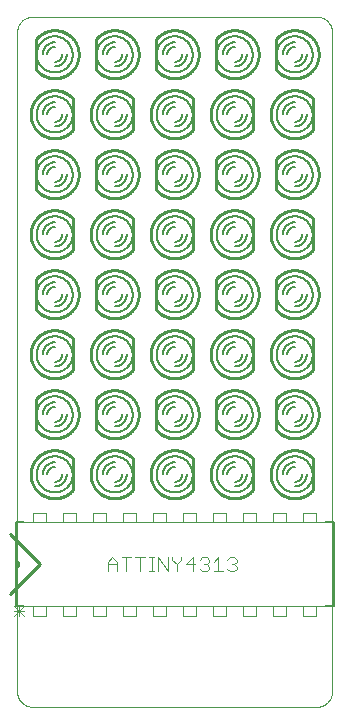
<source format=gto>
G75*
%MOIN*%
%OFA0B0*%
%FSLAX25Y25*%
%IPPOS*%
%LPD*%
%AMOC8*
5,1,8,0,0,1.08239X$1,22.5*
%
%ADD10C,0.00000*%
%ADD11C,0.00400*%
%ADD12C,0.01000*%
%ADD13C,0.00600*%
%ADD14C,0.00300*%
D10*
X0004567Y0009300D02*
X0004567Y0229261D01*
X0004569Y0229401D01*
X0004575Y0229541D01*
X0004585Y0229681D01*
X0004598Y0229821D01*
X0004616Y0229960D01*
X0004638Y0230099D01*
X0004663Y0230236D01*
X0004692Y0230374D01*
X0004725Y0230510D01*
X0004762Y0230645D01*
X0004803Y0230779D01*
X0004848Y0230912D01*
X0004896Y0231044D01*
X0004948Y0231174D01*
X0005003Y0231303D01*
X0005062Y0231430D01*
X0005125Y0231556D01*
X0005191Y0231680D01*
X0005260Y0231801D01*
X0005333Y0231921D01*
X0005410Y0232039D01*
X0005489Y0232154D01*
X0005572Y0232268D01*
X0005658Y0232378D01*
X0005747Y0232487D01*
X0005839Y0232593D01*
X0005934Y0232696D01*
X0006031Y0232797D01*
X0006132Y0232894D01*
X0006235Y0232989D01*
X0006341Y0233081D01*
X0006450Y0233170D01*
X0006560Y0233256D01*
X0006674Y0233339D01*
X0006789Y0233418D01*
X0006907Y0233495D01*
X0007027Y0233568D01*
X0007148Y0233637D01*
X0007272Y0233703D01*
X0007398Y0233766D01*
X0007525Y0233825D01*
X0007654Y0233880D01*
X0007784Y0233932D01*
X0007916Y0233980D01*
X0008049Y0234025D01*
X0008183Y0234066D01*
X0008318Y0234103D01*
X0008454Y0234136D01*
X0008592Y0234165D01*
X0008729Y0234190D01*
X0008868Y0234212D01*
X0009007Y0234230D01*
X0009147Y0234243D01*
X0009287Y0234253D01*
X0009427Y0234259D01*
X0009567Y0234261D01*
X0104517Y0234261D01*
X0104657Y0234259D01*
X0104797Y0234253D01*
X0104937Y0234243D01*
X0105077Y0234230D01*
X0105216Y0234212D01*
X0105355Y0234190D01*
X0105492Y0234165D01*
X0105630Y0234136D01*
X0105766Y0234103D01*
X0105901Y0234066D01*
X0106035Y0234025D01*
X0106168Y0233980D01*
X0106300Y0233932D01*
X0106430Y0233880D01*
X0106559Y0233825D01*
X0106686Y0233766D01*
X0106812Y0233703D01*
X0106936Y0233637D01*
X0107057Y0233568D01*
X0107177Y0233495D01*
X0107295Y0233418D01*
X0107410Y0233339D01*
X0107524Y0233256D01*
X0107634Y0233170D01*
X0107743Y0233081D01*
X0107849Y0232989D01*
X0107952Y0232894D01*
X0108053Y0232797D01*
X0108150Y0232696D01*
X0108245Y0232593D01*
X0108337Y0232487D01*
X0108426Y0232378D01*
X0108512Y0232268D01*
X0108595Y0232154D01*
X0108674Y0232039D01*
X0108751Y0231921D01*
X0108824Y0231801D01*
X0108893Y0231680D01*
X0108959Y0231556D01*
X0109022Y0231430D01*
X0109081Y0231303D01*
X0109136Y0231174D01*
X0109188Y0231044D01*
X0109236Y0230912D01*
X0109281Y0230779D01*
X0109322Y0230645D01*
X0109359Y0230510D01*
X0109392Y0230374D01*
X0109421Y0230236D01*
X0109446Y0230099D01*
X0109468Y0229960D01*
X0109486Y0229821D01*
X0109499Y0229681D01*
X0109509Y0229541D01*
X0109515Y0229401D01*
X0109517Y0229261D01*
X0109517Y0009300D01*
X0109515Y0009160D01*
X0109509Y0009020D01*
X0109499Y0008880D01*
X0109486Y0008740D01*
X0109468Y0008601D01*
X0109446Y0008462D01*
X0109421Y0008325D01*
X0109392Y0008187D01*
X0109359Y0008051D01*
X0109322Y0007916D01*
X0109281Y0007782D01*
X0109236Y0007649D01*
X0109188Y0007517D01*
X0109136Y0007387D01*
X0109081Y0007258D01*
X0109022Y0007131D01*
X0108959Y0007005D01*
X0108893Y0006881D01*
X0108824Y0006760D01*
X0108751Y0006640D01*
X0108674Y0006522D01*
X0108595Y0006407D01*
X0108512Y0006293D01*
X0108426Y0006183D01*
X0108337Y0006074D01*
X0108245Y0005968D01*
X0108150Y0005865D01*
X0108053Y0005764D01*
X0107952Y0005667D01*
X0107849Y0005572D01*
X0107743Y0005480D01*
X0107634Y0005391D01*
X0107524Y0005305D01*
X0107410Y0005222D01*
X0107295Y0005143D01*
X0107177Y0005066D01*
X0107057Y0004993D01*
X0106936Y0004924D01*
X0106812Y0004858D01*
X0106686Y0004795D01*
X0106559Y0004736D01*
X0106430Y0004681D01*
X0106300Y0004629D01*
X0106168Y0004581D01*
X0106035Y0004536D01*
X0105901Y0004495D01*
X0105766Y0004458D01*
X0105630Y0004425D01*
X0105492Y0004396D01*
X0105355Y0004371D01*
X0105216Y0004349D01*
X0105077Y0004331D01*
X0104937Y0004318D01*
X0104797Y0004308D01*
X0104657Y0004302D01*
X0104517Y0004300D01*
X0009567Y0004300D01*
X0009427Y0004302D01*
X0009287Y0004308D01*
X0009147Y0004318D01*
X0009007Y0004331D01*
X0008868Y0004349D01*
X0008729Y0004371D01*
X0008592Y0004396D01*
X0008454Y0004425D01*
X0008318Y0004458D01*
X0008183Y0004495D01*
X0008049Y0004536D01*
X0007916Y0004581D01*
X0007784Y0004629D01*
X0007654Y0004681D01*
X0007525Y0004736D01*
X0007398Y0004795D01*
X0007272Y0004858D01*
X0007148Y0004924D01*
X0007027Y0004993D01*
X0006907Y0005066D01*
X0006789Y0005143D01*
X0006674Y0005222D01*
X0006560Y0005305D01*
X0006450Y0005391D01*
X0006341Y0005480D01*
X0006235Y0005572D01*
X0006132Y0005667D01*
X0006031Y0005764D01*
X0005934Y0005865D01*
X0005839Y0005968D01*
X0005747Y0006074D01*
X0005658Y0006183D01*
X0005572Y0006293D01*
X0005489Y0006407D01*
X0005410Y0006522D01*
X0005333Y0006640D01*
X0005260Y0006760D01*
X0005191Y0006881D01*
X0005125Y0007005D01*
X0005062Y0007131D01*
X0005003Y0007258D01*
X0004948Y0007387D01*
X0004896Y0007517D01*
X0004848Y0007649D01*
X0004803Y0007782D01*
X0004762Y0007916D01*
X0004725Y0008051D01*
X0004692Y0008187D01*
X0004663Y0008325D01*
X0004638Y0008462D01*
X0004616Y0008601D01*
X0004598Y0008740D01*
X0004585Y0008880D01*
X0004575Y0009020D01*
X0004569Y0009160D01*
X0004567Y0009300D01*
X0009867Y0034600D02*
X0014267Y0034600D01*
X0014267Y0037800D01*
X0009867Y0037800D01*
X0009867Y0034600D01*
X0004067Y0037800D02*
X0110067Y0037800D01*
X0110067Y0065800D01*
X0004067Y0065800D01*
X0004067Y0053000D01*
X0004067Y0050600D01*
X0004067Y0037800D01*
X0004067Y0050600D02*
X0004136Y0050602D01*
X0004204Y0050608D01*
X0004272Y0050618D01*
X0004339Y0050631D01*
X0004405Y0050649D01*
X0004470Y0050670D01*
X0004534Y0050695D01*
X0004596Y0050723D01*
X0004657Y0050755D01*
X0004716Y0050790D01*
X0004772Y0050829D01*
X0004827Y0050871D01*
X0004878Y0050916D01*
X0004928Y0050964D01*
X0004974Y0051014D01*
X0005017Y0051067D01*
X0005058Y0051123D01*
X0005095Y0051180D01*
X0005128Y0051240D01*
X0005159Y0051302D01*
X0005185Y0051365D01*
X0005208Y0051429D01*
X0005228Y0051495D01*
X0005243Y0051562D01*
X0005255Y0051629D01*
X0005263Y0051697D01*
X0005267Y0051766D01*
X0005267Y0051834D01*
X0005263Y0051903D01*
X0005255Y0051971D01*
X0005243Y0052038D01*
X0005228Y0052105D01*
X0005208Y0052171D01*
X0005185Y0052235D01*
X0005159Y0052298D01*
X0005128Y0052360D01*
X0005095Y0052420D01*
X0005058Y0052477D01*
X0005017Y0052533D01*
X0004974Y0052586D01*
X0004928Y0052636D01*
X0004878Y0052684D01*
X0004827Y0052729D01*
X0004772Y0052771D01*
X0004716Y0052810D01*
X0004657Y0052845D01*
X0004596Y0052877D01*
X0004534Y0052905D01*
X0004470Y0052930D01*
X0004405Y0052951D01*
X0004339Y0052969D01*
X0004272Y0052982D01*
X0004204Y0052992D01*
X0004136Y0052998D01*
X0004067Y0053000D01*
X0009867Y0065800D02*
X0009867Y0069000D01*
X0014267Y0069000D01*
X0014267Y0065800D01*
X0009867Y0065800D01*
X0019867Y0065800D02*
X0019867Y0069000D01*
X0024267Y0069000D01*
X0024267Y0065800D01*
X0019867Y0065800D01*
X0029867Y0065800D02*
X0029867Y0069000D01*
X0034267Y0069000D01*
X0034267Y0065800D01*
X0029867Y0065800D01*
X0039867Y0065800D02*
X0039867Y0069000D01*
X0044267Y0069000D01*
X0044267Y0065800D01*
X0039867Y0065800D01*
X0049867Y0065800D02*
X0049867Y0069000D01*
X0054267Y0069000D01*
X0054267Y0065800D01*
X0049867Y0065800D01*
X0059867Y0065800D02*
X0059867Y0069000D01*
X0064267Y0069000D01*
X0064267Y0065800D01*
X0059867Y0065800D01*
X0069867Y0065800D02*
X0069867Y0069000D01*
X0074267Y0069000D01*
X0074267Y0065800D01*
X0069867Y0065800D01*
X0079867Y0065800D02*
X0079867Y0069000D01*
X0084267Y0069000D01*
X0084267Y0065800D01*
X0079867Y0065800D01*
X0089867Y0065800D02*
X0089867Y0069000D01*
X0094267Y0069000D01*
X0094267Y0065800D01*
X0089867Y0065800D01*
X0099867Y0065800D02*
X0099867Y0069000D01*
X0104267Y0069000D01*
X0104267Y0065800D01*
X0099867Y0065800D01*
X0099867Y0037800D02*
X0099867Y0034600D01*
X0104267Y0034600D01*
X0104267Y0037800D01*
X0099867Y0037800D01*
X0094267Y0037800D02*
X0094267Y0034600D01*
X0089867Y0034600D01*
X0089867Y0037800D01*
X0094267Y0037800D01*
X0084267Y0037800D02*
X0084267Y0034600D01*
X0079867Y0034600D01*
X0079867Y0037800D01*
X0084267Y0037800D01*
X0074267Y0037800D02*
X0074267Y0034600D01*
X0069867Y0034600D01*
X0069867Y0037800D01*
X0074267Y0037800D01*
X0064267Y0037800D02*
X0064267Y0034600D01*
X0059867Y0034600D01*
X0059867Y0037800D01*
X0064267Y0037800D01*
X0054267Y0037800D02*
X0054267Y0034600D01*
X0049867Y0034600D01*
X0049867Y0037800D01*
X0054267Y0037800D01*
X0044267Y0037800D02*
X0044267Y0034600D01*
X0039867Y0034600D01*
X0039867Y0037800D01*
X0044267Y0037800D01*
X0034267Y0037800D02*
X0034267Y0034600D01*
X0029867Y0034600D01*
X0029867Y0037800D01*
X0034267Y0037800D01*
X0024267Y0037800D02*
X0024267Y0034600D01*
X0019867Y0034600D01*
X0019867Y0037800D01*
X0024267Y0037800D01*
D11*
X0034767Y0049500D02*
X0034767Y0052569D01*
X0036301Y0054104D01*
X0037836Y0052569D01*
X0037836Y0049500D01*
X0037836Y0051802D02*
X0034767Y0051802D01*
X0039371Y0054104D02*
X0042440Y0054104D01*
X0043975Y0054104D02*
X0047044Y0054104D01*
X0048578Y0054104D02*
X0050113Y0054104D01*
X0049346Y0054104D02*
X0049346Y0049500D01*
X0050113Y0049500D02*
X0048578Y0049500D01*
X0045509Y0049500D02*
X0045509Y0054104D01*
X0040905Y0054104D02*
X0040905Y0049500D01*
X0051648Y0049500D02*
X0051648Y0054104D01*
X0054717Y0049500D01*
X0054717Y0054104D01*
X0056252Y0054104D02*
X0056252Y0053337D01*
X0057786Y0051802D01*
X0057786Y0049500D01*
X0057786Y0051802D02*
X0059321Y0053337D01*
X0059321Y0054104D01*
X0060856Y0051802D02*
X0063925Y0051802D01*
X0065459Y0053337D02*
X0066227Y0054104D01*
X0067761Y0054104D01*
X0068529Y0053337D01*
X0068529Y0052569D01*
X0067761Y0051802D01*
X0068529Y0051035D01*
X0068529Y0050267D01*
X0067761Y0049500D01*
X0066227Y0049500D01*
X0065459Y0050267D01*
X0066994Y0051802D02*
X0067761Y0051802D01*
X0070063Y0052569D02*
X0071598Y0054104D01*
X0071598Y0049500D01*
X0070063Y0049500D02*
X0073133Y0049500D01*
X0074667Y0050267D02*
X0075435Y0049500D01*
X0076969Y0049500D01*
X0077737Y0050267D01*
X0077737Y0051035D01*
X0076969Y0051802D01*
X0076202Y0051802D01*
X0076969Y0051802D02*
X0077737Y0052569D01*
X0077737Y0053337D01*
X0076969Y0054104D01*
X0075435Y0054104D01*
X0074667Y0053337D01*
X0063158Y0054104D02*
X0063158Y0049500D01*
X0060856Y0051802D02*
X0063158Y0054104D01*
D12*
X0063267Y0076800D02*
X0063267Y0086800D01*
X0057067Y0089800D02*
X0056875Y0089798D01*
X0056683Y0089791D01*
X0056491Y0089779D01*
X0056299Y0089763D01*
X0056108Y0089742D01*
X0055918Y0089717D01*
X0055728Y0089687D01*
X0055539Y0089653D01*
X0055351Y0089614D01*
X0055164Y0089570D01*
X0054978Y0089522D01*
X0054793Y0089470D01*
X0054609Y0089413D01*
X0054427Y0089352D01*
X0054247Y0089286D01*
X0054068Y0089216D01*
X0053890Y0089142D01*
X0053715Y0089064D01*
X0053541Y0088981D01*
X0053370Y0088894D01*
X0053201Y0088804D01*
X0053034Y0088709D01*
X0052869Y0088610D01*
X0052706Y0088507D01*
X0052547Y0088400D01*
X0052389Y0088290D01*
X0052235Y0088176D01*
X0052083Y0088058D01*
X0051934Y0087936D01*
X0051788Y0087811D01*
X0051646Y0087683D01*
X0051506Y0087551D01*
X0051369Y0087416D01*
X0051236Y0087277D01*
X0051106Y0087136D01*
X0050980Y0086991D01*
X0050857Y0086843D01*
X0050738Y0086693D01*
X0050622Y0086539D01*
X0050510Y0086383D01*
X0050402Y0086224D01*
X0050297Y0086063D01*
X0050197Y0085899D01*
X0050101Y0085733D01*
X0050008Y0085565D01*
X0050867Y0096800D02*
X0050867Y0106800D01*
X0063880Y0105993D02*
X0063979Y0105828D01*
X0064074Y0105661D01*
X0064164Y0105492D01*
X0064251Y0105321D01*
X0064333Y0105147D01*
X0064411Y0104972D01*
X0064485Y0104795D01*
X0064555Y0104616D01*
X0064620Y0104436D01*
X0064681Y0104254D01*
X0064738Y0104071D01*
X0064790Y0103886D01*
X0064838Y0103700D01*
X0064881Y0103513D01*
X0064920Y0103325D01*
X0064955Y0103137D01*
X0064984Y0102947D01*
X0065010Y0102757D01*
X0065030Y0102566D01*
X0065046Y0102375D01*
X0065058Y0102183D01*
X0065065Y0101992D01*
X0065067Y0101800D01*
X0070867Y0106800D02*
X0070867Y0096800D01*
X0077066Y0093800D02*
X0077258Y0093802D01*
X0077450Y0093809D01*
X0077642Y0093821D01*
X0077834Y0093837D01*
X0078025Y0093858D01*
X0078215Y0093883D01*
X0078405Y0093913D01*
X0078594Y0093947D01*
X0078782Y0093986D01*
X0078969Y0094030D01*
X0079155Y0094078D01*
X0079340Y0094130D01*
X0079524Y0094187D01*
X0079706Y0094248D01*
X0079886Y0094314D01*
X0080065Y0094384D01*
X0080243Y0094458D01*
X0080418Y0094536D01*
X0080592Y0094619D01*
X0080763Y0094706D01*
X0080932Y0094796D01*
X0081099Y0094891D01*
X0081264Y0094990D01*
X0081427Y0095093D01*
X0081586Y0095200D01*
X0081744Y0095310D01*
X0081898Y0095424D01*
X0082050Y0095542D01*
X0082199Y0095664D01*
X0082345Y0095789D01*
X0082487Y0095917D01*
X0082627Y0096049D01*
X0082764Y0096184D01*
X0082897Y0096323D01*
X0083027Y0096464D01*
X0083153Y0096609D01*
X0083276Y0096757D01*
X0083395Y0096907D01*
X0083511Y0097061D01*
X0083623Y0097217D01*
X0083731Y0097376D01*
X0083836Y0097537D01*
X0083936Y0097701D01*
X0084032Y0097867D01*
X0084125Y0098035D01*
X0083267Y0086800D02*
X0083267Y0076800D01*
X0070254Y0077607D02*
X0070155Y0077772D01*
X0070060Y0077939D01*
X0069970Y0078108D01*
X0069883Y0078279D01*
X0069801Y0078453D01*
X0069723Y0078628D01*
X0069649Y0078805D01*
X0069579Y0078984D01*
X0069514Y0079164D01*
X0069453Y0079346D01*
X0069396Y0079529D01*
X0069344Y0079714D01*
X0069296Y0079900D01*
X0069253Y0080087D01*
X0069214Y0080275D01*
X0069179Y0080463D01*
X0069150Y0080653D01*
X0069124Y0080843D01*
X0069104Y0081034D01*
X0069088Y0081225D01*
X0069076Y0081417D01*
X0069069Y0081608D01*
X0069067Y0081800D01*
X0070120Y0077831D02*
X0070219Y0077662D01*
X0070323Y0077496D01*
X0070430Y0077332D01*
X0070541Y0077171D01*
X0070656Y0077013D01*
X0070775Y0076858D01*
X0070898Y0076705D01*
X0071024Y0076556D01*
X0071154Y0076410D01*
X0071288Y0076267D01*
X0071425Y0076127D01*
X0071565Y0075991D01*
X0071709Y0075858D01*
X0071856Y0075729D01*
X0072006Y0075603D01*
X0072159Y0075482D01*
X0072315Y0075363D01*
X0072474Y0075249D01*
X0072635Y0075139D01*
X0072800Y0075033D01*
X0072966Y0074930D01*
X0073136Y0074832D01*
X0073307Y0074738D01*
X0073481Y0074648D01*
X0073657Y0074563D01*
X0073835Y0074481D01*
X0074015Y0074405D01*
X0074197Y0074332D01*
X0074380Y0074264D01*
X0074565Y0074201D01*
X0074752Y0074142D01*
X0074940Y0074088D01*
X0075129Y0074038D01*
X0075319Y0073993D01*
X0075511Y0073953D01*
X0075703Y0073917D01*
X0075896Y0073886D01*
X0076090Y0073860D01*
X0076285Y0073838D01*
X0076480Y0073822D01*
X0076675Y0073810D01*
X0076871Y0073802D01*
X0077066Y0073800D01*
X0069067Y0081800D02*
X0069069Y0081988D01*
X0069076Y0082176D01*
X0069087Y0082364D01*
X0069102Y0082552D01*
X0069122Y0082739D01*
X0069147Y0082925D01*
X0069175Y0083111D01*
X0069208Y0083297D01*
X0069246Y0083481D01*
X0069287Y0083664D01*
X0069333Y0083847D01*
X0069384Y0084028D01*
X0069438Y0084208D01*
X0069497Y0084387D01*
X0069560Y0084564D01*
X0069627Y0084740D01*
X0069698Y0084914D01*
X0069773Y0085087D01*
X0069853Y0085257D01*
X0069936Y0085426D01*
X0070023Y0085593D01*
X0077067Y0089800D02*
X0077262Y0089798D01*
X0077456Y0089791D01*
X0077650Y0089779D01*
X0077844Y0089762D01*
X0078038Y0089741D01*
X0078231Y0089715D01*
X0078423Y0089684D01*
X0078615Y0089649D01*
X0078805Y0089609D01*
X0078995Y0089564D01*
X0079183Y0089515D01*
X0079370Y0089461D01*
X0079556Y0089403D01*
X0079740Y0089340D01*
X0079923Y0089273D01*
X0080104Y0089201D01*
X0080283Y0089125D01*
X0080460Y0089045D01*
X0080635Y0088960D01*
X0080809Y0088871D01*
X0080979Y0088778D01*
X0081148Y0088681D01*
X0081314Y0088579D01*
X0081478Y0088474D01*
X0081639Y0088365D01*
X0081798Y0088252D01*
X0081953Y0088135D01*
X0082106Y0088014D01*
X0082255Y0087889D01*
X0082402Y0087761D01*
X0082546Y0087630D01*
X0082686Y0087495D01*
X0082823Y0087356D01*
X0082956Y0087215D01*
X0083086Y0087070D01*
X0083213Y0086922D01*
X0077067Y0089800D02*
X0076875Y0089798D01*
X0076683Y0089791D01*
X0076491Y0089779D01*
X0076299Y0089763D01*
X0076108Y0089742D01*
X0075918Y0089717D01*
X0075728Y0089687D01*
X0075539Y0089653D01*
X0075351Y0089614D01*
X0075164Y0089570D01*
X0074978Y0089522D01*
X0074793Y0089470D01*
X0074609Y0089413D01*
X0074427Y0089352D01*
X0074247Y0089286D01*
X0074068Y0089216D01*
X0073890Y0089142D01*
X0073715Y0089064D01*
X0073541Y0088981D01*
X0073370Y0088894D01*
X0073201Y0088804D01*
X0073034Y0088709D01*
X0072869Y0088610D01*
X0072706Y0088507D01*
X0072547Y0088400D01*
X0072389Y0088290D01*
X0072235Y0088176D01*
X0072083Y0088058D01*
X0071934Y0087936D01*
X0071788Y0087811D01*
X0071646Y0087683D01*
X0071506Y0087551D01*
X0071369Y0087416D01*
X0071236Y0087277D01*
X0071106Y0087136D01*
X0070980Y0086991D01*
X0070857Y0086843D01*
X0070738Y0086693D01*
X0070622Y0086539D01*
X0070510Y0086383D01*
X0070402Y0086224D01*
X0070297Y0086063D01*
X0070197Y0085899D01*
X0070101Y0085733D01*
X0070008Y0085565D01*
X0077067Y0073800D02*
X0077260Y0073802D01*
X0077453Y0073809D01*
X0077645Y0073821D01*
X0077838Y0073837D01*
X0078030Y0073858D01*
X0078221Y0073884D01*
X0078411Y0073914D01*
X0078601Y0073949D01*
X0078790Y0073988D01*
X0078978Y0074032D01*
X0079165Y0074080D01*
X0079351Y0074133D01*
X0079535Y0074190D01*
X0079718Y0074252D01*
X0079899Y0074318D01*
X0080079Y0074389D01*
X0080257Y0074463D01*
X0080433Y0074542D01*
X0080607Y0074626D01*
X0080779Y0074713D01*
X0080949Y0074805D01*
X0081116Y0074901D01*
X0081282Y0075000D01*
X0081445Y0075104D01*
X0081605Y0075211D01*
X0081762Y0075323D01*
X0081917Y0075438D01*
X0082069Y0075557D01*
X0082218Y0075679D01*
X0082365Y0075805D01*
X0082508Y0075935D01*
X0082648Y0076068D01*
X0082784Y0076204D01*
X0082918Y0076344D01*
X0083047Y0076486D01*
X0083174Y0076632D01*
X0090867Y0096800D02*
X0090867Y0106800D01*
X0103880Y0105993D02*
X0103979Y0105828D01*
X0104074Y0105661D01*
X0104164Y0105492D01*
X0104251Y0105321D01*
X0104333Y0105147D01*
X0104411Y0104972D01*
X0104485Y0104795D01*
X0104555Y0104616D01*
X0104620Y0104436D01*
X0104681Y0104254D01*
X0104738Y0104071D01*
X0104790Y0103886D01*
X0104838Y0103700D01*
X0104881Y0103513D01*
X0104920Y0103325D01*
X0104955Y0103137D01*
X0104984Y0102947D01*
X0105010Y0102757D01*
X0105030Y0102566D01*
X0105046Y0102375D01*
X0105058Y0102183D01*
X0105065Y0101992D01*
X0105067Y0101800D01*
X0103267Y0086800D02*
X0103267Y0076800D01*
X0090254Y0077607D02*
X0090155Y0077772D01*
X0090060Y0077939D01*
X0089970Y0078108D01*
X0089883Y0078279D01*
X0089801Y0078453D01*
X0089723Y0078628D01*
X0089649Y0078805D01*
X0089579Y0078984D01*
X0089514Y0079164D01*
X0089453Y0079346D01*
X0089396Y0079529D01*
X0089344Y0079714D01*
X0089296Y0079900D01*
X0089253Y0080087D01*
X0089214Y0080275D01*
X0089179Y0080463D01*
X0089150Y0080653D01*
X0089124Y0080843D01*
X0089104Y0081034D01*
X0089088Y0081225D01*
X0089076Y0081417D01*
X0089069Y0081608D01*
X0089067Y0081800D01*
X0090120Y0077831D02*
X0090219Y0077662D01*
X0090323Y0077496D01*
X0090430Y0077332D01*
X0090541Y0077171D01*
X0090656Y0077013D01*
X0090775Y0076858D01*
X0090898Y0076705D01*
X0091024Y0076556D01*
X0091154Y0076410D01*
X0091288Y0076267D01*
X0091425Y0076127D01*
X0091565Y0075991D01*
X0091709Y0075858D01*
X0091856Y0075729D01*
X0092006Y0075603D01*
X0092159Y0075482D01*
X0092315Y0075363D01*
X0092474Y0075249D01*
X0092635Y0075139D01*
X0092800Y0075033D01*
X0092966Y0074930D01*
X0093136Y0074832D01*
X0093307Y0074738D01*
X0093481Y0074648D01*
X0093657Y0074563D01*
X0093835Y0074481D01*
X0094015Y0074405D01*
X0094197Y0074332D01*
X0094380Y0074264D01*
X0094565Y0074201D01*
X0094752Y0074142D01*
X0094940Y0074088D01*
X0095129Y0074038D01*
X0095319Y0073993D01*
X0095511Y0073953D01*
X0095703Y0073917D01*
X0095896Y0073886D01*
X0096090Y0073860D01*
X0096285Y0073838D01*
X0096480Y0073822D01*
X0096675Y0073810D01*
X0096871Y0073802D01*
X0097066Y0073800D01*
X0089067Y0081800D02*
X0089069Y0081988D01*
X0089076Y0082176D01*
X0089087Y0082364D01*
X0089102Y0082552D01*
X0089122Y0082739D01*
X0089147Y0082925D01*
X0089175Y0083111D01*
X0089208Y0083297D01*
X0089246Y0083481D01*
X0089287Y0083664D01*
X0089333Y0083847D01*
X0089384Y0084028D01*
X0089438Y0084208D01*
X0089497Y0084387D01*
X0089560Y0084564D01*
X0089627Y0084740D01*
X0089698Y0084914D01*
X0089773Y0085087D01*
X0089853Y0085257D01*
X0089936Y0085426D01*
X0090023Y0085593D01*
X0097067Y0089800D02*
X0097262Y0089798D01*
X0097456Y0089791D01*
X0097650Y0089779D01*
X0097844Y0089762D01*
X0098038Y0089741D01*
X0098231Y0089715D01*
X0098423Y0089684D01*
X0098615Y0089649D01*
X0098805Y0089609D01*
X0098995Y0089564D01*
X0099183Y0089515D01*
X0099370Y0089461D01*
X0099556Y0089403D01*
X0099740Y0089340D01*
X0099923Y0089273D01*
X0100104Y0089201D01*
X0100283Y0089125D01*
X0100460Y0089045D01*
X0100635Y0088960D01*
X0100809Y0088871D01*
X0100979Y0088778D01*
X0101148Y0088681D01*
X0101314Y0088579D01*
X0101478Y0088474D01*
X0101639Y0088365D01*
X0101798Y0088252D01*
X0101953Y0088135D01*
X0102106Y0088014D01*
X0102255Y0087889D01*
X0102402Y0087761D01*
X0102546Y0087630D01*
X0102686Y0087495D01*
X0102823Y0087356D01*
X0102956Y0087215D01*
X0103086Y0087070D01*
X0103213Y0086922D01*
X0097067Y0089800D02*
X0096875Y0089798D01*
X0096683Y0089791D01*
X0096491Y0089779D01*
X0096299Y0089763D01*
X0096108Y0089742D01*
X0095918Y0089717D01*
X0095728Y0089687D01*
X0095539Y0089653D01*
X0095351Y0089614D01*
X0095164Y0089570D01*
X0094978Y0089522D01*
X0094793Y0089470D01*
X0094609Y0089413D01*
X0094427Y0089352D01*
X0094247Y0089286D01*
X0094068Y0089216D01*
X0093890Y0089142D01*
X0093715Y0089064D01*
X0093541Y0088981D01*
X0093370Y0088894D01*
X0093201Y0088804D01*
X0093034Y0088709D01*
X0092869Y0088610D01*
X0092706Y0088507D01*
X0092547Y0088400D01*
X0092389Y0088290D01*
X0092235Y0088176D01*
X0092083Y0088058D01*
X0091934Y0087936D01*
X0091788Y0087811D01*
X0091646Y0087683D01*
X0091506Y0087551D01*
X0091369Y0087416D01*
X0091236Y0087277D01*
X0091106Y0087136D01*
X0090980Y0086991D01*
X0090857Y0086843D01*
X0090738Y0086693D01*
X0090622Y0086539D01*
X0090510Y0086383D01*
X0090402Y0086224D01*
X0090297Y0086063D01*
X0090197Y0085899D01*
X0090101Y0085733D01*
X0090008Y0085565D01*
X0097067Y0073800D02*
X0097260Y0073802D01*
X0097453Y0073809D01*
X0097645Y0073821D01*
X0097838Y0073837D01*
X0098030Y0073858D01*
X0098221Y0073884D01*
X0098411Y0073914D01*
X0098601Y0073949D01*
X0098790Y0073988D01*
X0098978Y0074032D01*
X0099165Y0074080D01*
X0099351Y0074133D01*
X0099535Y0074190D01*
X0099718Y0074252D01*
X0099899Y0074318D01*
X0100079Y0074389D01*
X0100257Y0074463D01*
X0100433Y0074542D01*
X0100607Y0074626D01*
X0100779Y0074713D01*
X0100949Y0074805D01*
X0101116Y0074901D01*
X0101282Y0075000D01*
X0101445Y0075104D01*
X0101605Y0075211D01*
X0101762Y0075323D01*
X0101917Y0075438D01*
X0102069Y0075557D01*
X0102218Y0075679D01*
X0102365Y0075805D01*
X0102508Y0075935D01*
X0102648Y0076068D01*
X0102784Y0076204D01*
X0102918Y0076344D01*
X0103047Y0076486D01*
X0103174Y0076632D01*
X0104013Y0105769D02*
X0103914Y0105938D01*
X0103810Y0106104D01*
X0103703Y0106268D01*
X0103592Y0106429D01*
X0103477Y0106587D01*
X0103358Y0106742D01*
X0103235Y0106895D01*
X0103109Y0107044D01*
X0102979Y0107190D01*
X0102845Y0107333D01*
X0102708Y0107473D01*
X0102568Y0107609D01*
X0102424Y0107742D01*
X0102277Y0107871D01*
X0102127Y0107997D01*
X0101974Y0108118D01*
X0101818Y0108237D01*
X0101659Y0108351D01*
X0101498Y0108461D01*
X0101333Y0108567D01*
X0101167Y0108670D01*
X0100997Y0108768D01*
X0100826Y0108862D01*
X0100652Y0108952D01*
X0100476Y0109037D01*
X0100298Y0109119D01*
X0100118Y0109195D01*
X0099936Y0109268D01*
X0099753Y0109336D01*
X0099568Y0109399D01*
X0099381Y0109458D01*
X0099193Y0109512D01*
X0099004Y0109562D01*
X0098814Y0109607D01*
X0098622Y0109647D01*
X0098430Y0109683D01*
X0098237Y0109714D01*
X0098043Y0109740D01*
X0097848Y0109762D01*
X0097653Y0109778D01*
X0097458Y0109790D01*
X0097262Y0109798D01*
X0097067Y0109800D01*
X0105067Y0101800D02*
X0105065Y0101612D01*
X0105058Y0101424D01*
X0105047Y0101236D01*
X0105032Y0101048D01*
X0105012Y0100861D01*
X0104987Y0100675D01*
X0104959Y0100489D01*
X0104926Y0100303D01*
X0104888Y0100119D01*
X0104847Y0099936D01*
X0104801Y0099753D01*
X0104750Y0099572D01*
X0104696Y0099392D01*
X0104637Y0099213D01*
X0104574Y0099036D01*
X0104507Y0098860D01*
X0104436Y0098686D01*
X0104361Y0098513D01*
X0104281Y0098343D01*
X0104198Y0098174D01*
X0104111Y0098007D01*
X0097067Y0093800D02*
X0096872Y0093802D01*
X0096678Y0093809D01*
X0096484Y0093821D01*
X0096290Y0093838D01*
X0096096Y0093859D01*
X0095903Y0093885D01*
X0095711Y0093916D01*
X0095519Y0093951D01*
X0095329Y0093991D01*
X0095139Y0094036D01*
X0094951Y0094085D01*
X0094764Y0094139D01*
X0094578Y0094197D01*
X0094394Y0094260D01*
X0094211Y0094327D01*
X0094030Y0094399D01*
X0093851Y0094475D01*
X0093674Y0094555D01*
X0093499Y0094640D01*
X0093325Y0094729D01*
X0093155Y0094822D01*
X0092986Y0094919D01*
X0092820Y0095021D01*
X0092656Y0095126D01*
X0092495Y0095235D01*
X0092336Y0095348D01*
X0092181Y0095465D01*
X0092028Y0095586D01*
X0091879Y0095711D01*
X0091732Y0095839D01*
X0091588Y0095970D01*
X0091448Y0096105D01*
X0091311Y0096244D01*
X0091178Y0096385D01*
X0091048Y0096530D01*
X0090921Y0096678D01*
X0097066Y0093800D02*
X0097258Y0093802D01*
X0097450Y0093809D01*
X0097642Y0093821D01*
X0097834Y0093837D01*
X0098025Y0093858D01*
X0098215Y0093883D01*
X0098405Y0093913D01*
X0098594Y0093947D01*
X0098782Y0093986D01*
X0098969Y0094030D01*
X0099155Y0094078D01*
X0099340Y0094130D01*
X0099524Y0094187D01*
X0099706Y0094248D01*
X0099886Y0094314D01*
X0100065Y0094384D01*
X0100243Y0094458D01*
X0100418Y0094536D01*
X0100592Y0094619D01*
X0100763Y0094706D01*
X0100932Y0094796D01*
X0101099Y0094891D01*
X0101264Y0094990D01*
X0101427Y0095093D01*
X0101586Y0095200D01*
X0101744Y0095310D01*
X0101898Y0095424D01*
X0102050Y0095542D01*
X0102199Y0095664D01*
X0102345Y0095789D01*
X0102487Y0095917D01*
X0102627Y0096049D01*
X0102764Y0096184D01*
X0102897Y0096323D01*
X0103027Y0096464D01*
X0103153Y0096609D01*
X0103276Y0096757D01*
X0103395Y0096907D01*
X0103511Y0097061D01*
X0103623Y0097217D01*
X0103731Y0097376D01*
X0103836Y0097537D01*
X0103936Y0097701D01*
X0104032Y0097867D01*
X0104125Y0098035D01*
X0097067Y0109800D02*
X0096874Y0109798D01*
X0096681Y0109791D01*
X0096489Y0109779D01*
X0096296Y0109763D01*
X0096104Y0109742D01*
X0095913Y0109716D01*
X0095723Y0109686D01*
X0095533Y0109651D01*
X0095344Y0109612D01*
X0095156Y0109568D01*
X0094969Y0109520D01*
X0094783Y0109467D01*
X0094599Y0109410D01*
X0094416Y0109348D01*
X0094235Y0109282D01*
X0094055Y0109211D01*
X0093877Y0109137D01*
X0093701Y0109058D01*
X0093527Y0108974D01*
X0093355Y0108887D01*
X0093185Y0108795D01*
X0093018Y0108699D01*
X0092852Y0108600D01*
X0092689Y0108496D01*
X0092529Y0108389D01*
X0092372Y0108277D01*
X0092217Y0108162D01*
X0092065Y0108043D01*
X0091916Y0107921D01*
X0091769Y0107795D01*
X0091626Y0107665D01*
X0091486Y0107532D01*
X0091350Y0107396D01*
X0091216Y0107256D01*
X0091087Y0107114D01*
X0090960Y0106968D01*
X0083267Y0116800D02*
X0083267Y0126800D01*
X0077067Y0129800D02*
X0076875Y0129798D01*
X0076683Y0129791D01*
X0076491Y0129779D01*
X0076299Y0129763D01*
X0076108Y0129742D01*
X0075918Y0129717D01*
X0075728Y0129687D01*
X0075539Y0129653D01*
X0075351Y0129614D01*
X0075164Y0129570D01*
X0074978Y0129522D01*
X0074793Y0129470D01*
X0074609Y0129413D01*
X0074427Y0129352D01*
X0074247Y0129286D01*
X0074068Y0129216D01*
X0073890Y0129142D01*
X0073715Y0129064D01*
X0073541Y0128981D01*
X0073370Y0128894D01*
X0073201Y0128804D01*
X0073034Y0128709D01*
X0072869Y0128610D01*
X0072706Y0128507D01*
X0072547Y0128400D01*
X0072389Y0128290D01*
X0072235Y0128176D01*
X0072083Y0128058D01*
X0071934Y0127936D01*
X0071788Y0127811D01*
X0071646Y0127683D01*
X0071506Y0127551D01*
X0071369Y0127416D01*
X0071236Y0127277D01*
X0071106Y0127136D01*
X0070980Y0126991D01*
X0070857Y0126843D01*
X0070738Y0126693D01*
X0070622Y0126539D01*
X0070510Y0126383D01*
X0070402Y0126224D01*
X0070297Y0126063D01*
X0070197Y0125899D01*
X0070101Y0125733D01*
X0070008Y0125565D01*
X0070867Y0136800D02*
X0070867Y0146800D01*
X0083880Y0145993D02*
X0083979Y0145828D01*
X0084074Y0145661D01*
X0084164Y0145492D01*
X0084251Y0145321D01*
X0084333Y0145147D01*
X0084411Y0144972D01*
X0084485Y0144795D01*
X0084555Y0144616D01*
X0084620Y0144436D01*
X0084681Y0144254D01*
X0084738Y0144071D01*
X0084790Y0143886D01*
X0084838Y0143700D01*
X0084881Y0143513D01*
X0084920Y0143325D01*
X0084955Y0143137D01*
X0084984Y0142947D01*
X0085010Y0142757D01*
X0085030Y0142566D01*
X0085046Y0142375D01*
X0085058Y0142183D01*
X0085065Y0141992D01*
X0085067Y0141800D01*
X0090867Y0146800D02*
X0090867Y0136800D01*
X0097066Y0133800D02*
X0097258Y0133802D01*
X0097450Y0133809D01*
X0097642Y0133821D01*
X0097834Y0133837D01*
X0098025Y0133858D01*
X0098215Y0133883D01*
X0098405Y0133913D01*
X0098594Y0133947D01*
X0098782Y0133986D01*
X0098969Y0134030D01*
X0099155Y0134078D01*
X0099340Y0134130D01*
X0099524Y0134187D01*
X0099706Y0134248D01*
X0099886Y0134314D01*
X0100065Y0134384D01*
X0100243Y0134458D01*
X0100418Y0134536D01*
X0100592Y0134619D01*
X0100763Y0134706D01*
X0100932Y0134796D01*
X0101099Y0134891D01*
X0101264Y0134990D01*
X0101427Y0135093D01*
X0101586Y0135200D01*
X0101744Y0135310D01*
X0101898Y0135424D01*
X0102050Y0135542D01*
X0102199Y0135664D01*
X0102345Y0135789D01*
X0102487Y0135917D01*
X0102627Y0136049D01*
X0102764Y0136184D01*
X0102897Y0136323D01*
X0103027Y0136464D01*
X0103153Y0136609D01*
X0103276Y0136757D01*
X0103395Y0136907D01*
X0103511Y0137061D01*
X0103623Y0137217D01*
X0103731Y0137376D01*
X0103836Y0137537D01*
X0103936Y0137701D01*
X0104032Y0137867D01*
X0104125Y0138035D01*
X0103267Y0126800D02*
X0103267Y0116800D01*
X0090254Y0117607D02*
X0090155Y0117772D01*
X0090060Y0117939D01*
X0089970Y0118108D01*
X0089883Y0118279D01*
X0089801Y0118453D01*
X0089723Y0118628D01*
X0089649Y0118805D01*
X0089579Y0118984D01*
X0089514Y0119164D01*
X0089453Y0119346D01*
X0089396Y0119529D01*
X0089344Y0119714D01*
X0089296Y0119900D01*
X0089253Y0120087D01*
X0089214Y0120275D01*
X0089179Y0120463D01*
X0089150Y0120653D01*
X0089124Y0120843D01*
X0089104Y0121034D01*
X0089088Y0121225D01*
X0089076Y0121417D01*
X0089069Y0121608D01*
X0089067Y0121800D01*
X0090120Y0117831D02*
X0090219Y0117662D01*
X0090323Y0117496D01*
X0090430Y0117332D01*
X0090541Y0117171D01*
X0090656Y0117013D01*
X0090775Y0116858D01*
X0090898Y0116705D01*
X0091024Y0116556D01*
X0091154Y0116410D01*
X0091288Y0116267D01*
X0091425Y0116127D01*
X0091565Y0115991D01*
X0091709Y0115858D01*
X0091856Y0115729D01*
X0092006Y0115603D01*
X0092159Y0115482D01*
X0092315Y0115363D01*
X0092474Y0115249D01*
X0092635Y0115139D01*
X0092800Y0115033D01*
X0092966Y0114930D01*
X0093136Y0114832D01*
X0093307Y0114738D01*
X0093481Y0114648D01*
X0093657Y0114563D01*
X0093835Y0114481D01*
X0094015Y0114405D01*
X0094197Y0114332D01*
X0094380Y0114264D01*
X0094565Y0114201D01*
X0094752Y0114142D01*
X0094940Y0114088D01*
X0095129Y0114038D01*
X0095319Y0113993D01*
X0095511Y0113953D01*
X0095703Y0113917D01*
X0095896Y0113886D01*
X0096090Y0113860D01*
X0096285Y0113838D01*
X0096480Y0113822D01*
X0096675Y0113810D01*
X0096871Y0113802D01*
X0097066Y0113800D01*
X0089067Y0121800D02*
X0089069Y0121988D01*
X0089076Y0122176D01*
X0089087Y0122364D01*
X0089102Y0122552D01*
X0089122Y0122739D01*
X0089147Y0122925D01*
X0089175Y0123111D01*
X0089208Y0123297D01*
X0089246Y0123481D01*
X0089287Y0123664D01*
X0089333Y0123847D01*
X0089384Y0124028D01*
X0089438Y0124208D01*
X0089497Y0124387D01*
X0089560Y0124564D01*
X0089627Y0124740D01*
X0089698Y0124914D01*
X0089773Y0125087D01*
X0089853Y0125257D01*
X0089936Y0125426D01*
X0090023Y0125593D01*
X0097067Y0129800D02*
X0097262Y0129798D01*
X0097456Y0129791D01*
X0097650Y0129779D01*
X0097844Y0129762D01*
X0098038Y0129741D01*
X0098231Y0129715D01*
X0098423Y0129684D01*
X0098615Y0129649D01*
X0098805Y0129609D01*
X0098995Y0129564D01*
X0099183Y0129515D01*
X0099370Y0129461D01*
X0099556Y0129403D01*
X0099740Y0129340D01*
X0099923Y0129273D01*
X0100104Y0129201D01*
X0100283Y0129125D01*
X0100460Y0129045D01*
X0100635Y0128960D01*
X0100809Y0128871D01*
X0100979Y0128778D01*
X0101148Y0128681D01*
X0101314Y0128579D01*
X0101478Y0128474D01*
X0101639Y0128365D01*
X0101798Y0128252D01*
X0101953Y0128135D01*
X0102106Y0128014D01*
X0102255Y0127889D01*
X0102402Y0127761D01*
X0102546Y0127630D01*
X0102686Y0127495D01*
X0102823Y0127356D01*
X0102956Y0127215D01*
X0103086Y0127070D01*
X0103213Y0126922D01*
X0097067Y0129800D02*
X0096875Y0129798D01*
X0096683Y0129791D01*
X0096491Y0129779D01*
X0096299Y0129763D01*
X0096108Y0129742D01*
X0095918Y0129717D01*
X0095728Y0129687D01*
X0095539Y0129653D01*
X0095351Y0129614D01*
X0095164Y0129570D01*
X0094978Y0129522D01*
X0094793Y0129470D01*
X0094609Y0129413D01*
X0094427Y0129352D01*
X0094247Y0129286D01*
X0094068Y0129216D01*
X0093890Y0129142D01*
X0093715Y0129064D01*
X0093541Y0128981D01*
X0093370Y0128894D01*
X0093201Y0128804D01*
X0093034Y0128709D01*
X0092869Y0128610D01*
X0092706Y0128507D01*
X0092547Y0128400D01*
X0092389Y0128290D01*
X0092235Y0128176D01*
X0092083Y0128058D01*
X0091934Y0127936D01*
X0091788Y0127811D01*
X0091646Y0127683D01*
X0091506Y0127551D01*
X0091369Y0127416D01*
X0091236Y0127277D01*
X0091106Y0127136D01*
X0090980Y0126991D01*
X0090857Y0126843D01*
X0090738Y0126693D01*
X0090622Y0126539D01*
X0090510Y0126383D01*
X0090402Y0126224D01*
X0090297Y0126063D01*
X0090197Y0125899D01*
X0090101Y0125733D01*
X0090008Y0125565D01*
X0097067Y0113800D02*
X0097260Y0113802D01*
X0097453Y0113809D01*
X0097645Y0113821D01*
X0097838Y0113837D01*
X0098030Y0113858D01*
X0098221Y0113884D01*
X0098411Y0113914D01*
X0098601Y0113949D01*
X0098790Y0113988D01*
X0098978Y0114032D01*
X0099165Y0114080D01*
X0099351Y0114133D01*
X0099535Y0114190D01*
X0099718Y0114252D01*
X0099899Y0114318D01*
X0100079Y0114389D01*
X0100257Y0114463D01*
X0100433Y0114542D01*
X0100607Y0114626D01*
X0100779Y0114713D01*
X0100949Y0114805D01*
X0101116Y0114901D01*
X0101282Y0115000D01*
X0101445Y0115104D01*
X0101605Y0115211D01*
X0101762Y0115323D01*
X0101917Y0115438D01*
X0102069Y0115557D01*
X0102218Y0115679D01*
X0102365Y0115805D01*
X0102508Y0115935D01*
X0102648Y0116068D01*
X0102784Y0116204D01*
X0102918Y0116344D01*
X0103047Y0116486D01*
X0103174Y0116632D01*
X0104013Y0145769D02*
X0103914Y0145938D01*
X0103810Y0146104D01*
X0103703Y0146268D01*
X0103592Y0146429D01*
X0103477Y0146587D01*
X0103358Y0146742D01*
X0103235Y0146895D01*
X0103109Y0147044D01*
X0102979Y0147190D01*
X0102845Y0147333D01*
X0102708Y0147473D01*
X0102568Y0147609D01*
X0102424Y0147742D01*
X0102277Y0147871D01*
X0102127Y0147997D01*
X0101974Y0148118D01*
X0101818Y0148237D01*
X0101659Y0148351D01*
X0101498Y0148461D01*
X0101333Y0148567D01*
X0101167Y0148670D01*
X0100997Y0148768D01*
X0100826Y0148862D01*
X0100652Y0148952D01*
X0100476Y0149037D01*
X0100298Y0149119D01*
X0100118Y0149195D01*
X0099936Y0149268D01*
X0099753Y0149336D01*
X0099568Y0149399D01*
X0099381Y0149458D01*
X0099193Y0149512D01*
X0099004Y0149562D01*
X0098814Y0149607D01*
X0098622Y0149647D01*
X0098430Y0149683D01*
X0098237Y0149714D01*
X0098043Y0149740D01*
X0097848Y0149762D01*
X0097653Y0149778D01*
X0097458Y0149790D01*
X0097262Y0149798D01*
X0097067Y0149800D01*
X0103880Y0145993D02*
X0103979Y0145828D01*
X0104074Y0145661D01*
X0104164Y0145492D01*
X0104251Y0145321D01*
X0104333Y0145147D01*
X0104411Y0144972D01*
X0104485Y0144795D01*
X0104555Y0144616D01*
X0104620Y0144436D01*
X0104681Y0144254D01*
X0104738Y0144071D01*
X0104790Y0143886D01*
X0104838Y0143700D01*
X0104881Y0143513D01*
X0104920Y0143325D01*
X0104955Y0143137D01*
X0104984Y0142947D01*
X0105010Y0142757D01*
X0105030Y0142566D01*
X0105046Y0142375D01*
X0105058Y0142183D01*
X0105065Y0141992D01*
X0105067Y0141800D01*
X0103267Y0156800D02*
X0103267Y0166800D01*
X0097067Y0169800D02*
X0096875Y0169798D01*
X0096683Y0169791D01*
X0096491Y0169779D01*
X0096299Y0169763D01*
X0096108Y0169742D01*
X0095918Y0169717D01*
X0095728Y0169687D01*
X0095539Y0169653D01*
X0095351Y0169614D01*
X0095164Y0169570D01*
X0094978Y0169522D01*
X0094793Y0169470D01*
X0094609Y0169413D01*
X0094427Y0169352D01*
X0094247Y0169286D01*
X0094068Y0169216D01*
X0093890Y0169142D01*
X0093715Y0169064D01*
X0093541Y0168981D01*
X0093370Y0168894D01*
X0093201Y0168804D01*
X0093034Y0168709D01*
X0092869Y0168610D01*
X0092706Y0168507D01*
X0092547Y0168400D01*
X0092389Y0168290D01*
X0092235Y0168176D01*
X0092083Y0168058D01*
X0091934Y0167936D01*
X0091788Y0167811D01*
X0091646Y0167683D01*
X0091506Y0167551D01*
X0091369Y0167416D01*
X0091236Y0167277D01*
X0091106Y0167136D01*
X0090980Y0166991D01*
X0090857Y0166843D01*
X0090738Y0166693D01*
X0090622Y0166539D01*
X0090510Y0166383D01*
X0090402Y0166224D01*
X0090297Y0166063D01*
X0090197Y0165899D01*
X0090101Y0165733D01*
X0090008Y0165565D01*
X0090867Y0176800D02*
X0090867Y0186800D01*
X0103880Y0185993D02*
X0103979Y0185828D01*
X0104074Y0185661D01*
X0104164Y0185492D01*
X0104251Y0185321D01*
X0104333Y0185147D01*
X0104411Y0184972D01*
X0104485Y0184795D01*
X0104555Y0184616D01*
X0104620Y0184436D01*
X0104681Y0184254D01*
X0104738Y0184071D01*
X0104790Y0183886D01*
X0104838Y0183700D01*
X0104881Y0183513D01*
X0104920Y0183325D01*
X0104955Y0183137D01*
X0104984Y0182947D01*
X0105010Y0182757D01*
X0105030Y0182566D01*
X0105046Y0182375D01*
X0105058Y0182183D01*
X0105065Y0181992D01*
X0105067Y0181800D01*
X0103267Y0196800D02*
X0103267Y0206800D01*
X0097067Y0209800D02*
X0096875Y0209798D01*
X0096683Y0209791D01*
X0096491Y0209779D01*
X0096299Y0209763D01*
X0096108Y0209742D01*
X0095918Y0209717D01*
X0095728Y0209687D01*
X0095539Y0209653D01*
X0095351Y0209614D01*
X0095164Y0209570D01*
X0094978Y0209522D01*
X0094793Y0209470D01*
X0094609Y0209413D01*
X0094427Y0209352D01*
X0094247Y0209286D01*
X0094068Y0209216D01*
X0093890Y0209142D01*
X0093715Y0209064D01*
X0093541Y0208981D01*
X0093370Y0208894D01*
X0093201Y0208804D01*
X0093034Y0208709D01*
X0092869Y0208610D01*
X0092706Y0208507D01*
X0092547Y0208400D01*
X0092389Y0208290D01*
X0092235Y0208176D01*
X0092083Y0208058D01*
X0091934Y0207936D01*
X0091788Y0207811D01*
X0091646Y0207683D01*
X0091506Y0207551D01*
X0091369Y0207416D01*
X0091236Y0207277D01*
X0091106Y0207136D01*
X0090980Y0206991D01*
X0090857Y0206843D01*
X0090738Y0206693D01*
X0090622Y0206539D01*
X0090510Y0206383D01*
X0090402Y0206224D01*
X0090297Y0206063D01*
X0090197Y0205899D01*
X0090101Y0205733D01*
X0090008Y0205565D01*
X0090867Y0216800D02*
X0090867Y0226800D01*
X0103880Y0225993D02*
X0103979Y0225828D01*
X0104074Y0225661D01*
X0104164Y0225492D01*
X0104251Y0225321D01*
X0104333Y0225147D01*
X0104411Y0224972D01*
X0104485Y0224795D01*
X0104555Y0224616D01*
X0104620Y0224436D01*
X0104681Y0224254D01*
X0104738Y0224071D01*
X0104790Y0223886D01*
X0104838Y0223700D01*
X0104881Y0223513D01*
X0104920Y0223325D01*
X0104955Y0223137D01*
X0104984Y0222947D01*
X0105010Y0222757D01*
X0105030Y0222566D01*
X0105046Y0222375D01*
X0105058Y0222183D01*
X0105065Y0221992D01*
X0105067Y0221800D01*
X0104013Y0225769D02*
X0103914Y0225938D01*
X0103810Y0226104D01*
X0103703Y0226268D01*
X0103592Y0226429D01*
X0103477Y0226587D01*
X0103358Y0226742D01*
X0103235Y0226895D01*
X0103109Y0227044D01*
X0102979Y0227190D01*
X0102845Y0227333D01*
X0102708Y0227473D01*
X0102568Y0227609D01*
X0102424Y0227742D01*
X0102277Y0227871D01*
X0102127Y0227997D01*
X0101974Y0228118D01*
X0101818Y0228237D01*
X0101659Y0228351D01*
X0101498Y0228461D01*
X0101333Y0228567D01*
X0101167Y0228670D01*
X0100997Y0228768D01*
X0100826Y0228862D01*
X0100652Y0228952D01*
X0100476Y0229037D01*
X0100298Y0229119D01*
X0100118Y0229195D01*
X0099936Y0229268D01*
X0099753Y0229336D01*
X0099568Y0229399D01*
X0099381Y0229458D01*
X0099193Y0229512D01*
X0099004Y0229562D01*
X0098814Y0229607D01*
X0098622Y0229647D01*
X0098430Y0229683D01*
X0098237Y0229714D01*
X0098043Y0229740D01*
X0097848Y0229762D01*
X0097653Y0229778D01*
X0097458Y0229790D01*
X0097262Y0229798D01*
X0097067Y0229800D01*
X0105067Y0221800D02*
X0105065Y0221612D01*
X0105058Y0221424D01*
X0105047Y0221236D01*
X0105032Y0221048D01*
X0105012Y0220861D01*
X0104987Y0220675D01*
X0104959Y0220489D01*
X0104926Y0220303D01*
X0104888Y0220119D01*
X0104847Y0219936D01*
X0104801Y0219753D01*
X0104750Y0219572D01*
X0104696Y0219392D01*
X0104637Y0219213D01*
X0104574Y0219036D01*
X0104507Y0218860D01*
X0104436Y0218686D01*
X0104361Y0218513D01*
X0104281Y0218343D01*
X0104198Y0218174D01*
X0104111Y0218007D01*
X0097067Y0213800D02*
X0096872Y0213802D01*
X0096678Y0213809D01*
X0096484Y0213821D01*
X0096290Y0213838D01*
X0096096Y0213859D01*
X0095903Y0213885D01*
X0095711Y0213916D01*
X0095519Y0213951D01*
X0095329Y0213991D01*
X0095139Y0214036D01*
X0094951Y0214085D01*
X0094764Y0214139D01*
X0094578Y0214197D01*
X0094394Y0214260D01*
X0094211Y0214327D01*
X0094030Y0214399D01*
X0093851Y0214475D01*
X0093674Y0214555D01*
X0093499Y0214640D01*
X0093325Y0214729D01*
X0093155Y0214822D01*
X0092986Y0214919D01*
X0092820Y0215021D01*
X0092656Y0215126D01*
X0092495Y0215235D01*
X0092336Y0215348D01*
X0092181Y0215465D01*
X0092028Y0215586D01*
X0091879Y0215711D01*
X0091732Y0215839D01*
X0091588Y0215970D01*
X0091448Y0216105D01*
X0091311Y0216244D01*
X0091178Y0216385D01*
X0091048Y0216530D01*
X0090921Y0216678D01*
X0097066Y0213800D02*
X0097258Y0213802D01*
X0097450Y0213809D01*
X0097642Y0213821D01*
X0097834Y0213837D01*
X0098025Y0213858D01*
X0098215Y0213883D01*
X0098405Y0213913D01*
X0098594Y0213947D01*
X0098782Y0213986D01*
X0098969Y0214030D01*
X0099155Y0214078D01*
X0099340Y0214130D01*
X0099524Y0214187D01*
X0099706Y0214248D01*
X0099886Y0214314D01*
X0100065Y0214384D01*
X0100243Y0214458D01*
X0100418Y0214536D01*
X0100592Y0214619D01*
X0100763Y0214706D01*
X0100932Y0214796D01*
X0101099Y0214891D01*
X0101264Y0214990D01*
X0101427Y0215093D01*
X0101586Y0215200D01*
X0101744Y0215310D01*
X0101898Y0215424D01*
X0102050Y0215542D01*
X0102199Y0215664D01*
X0102345Y0215789D01*
X0102487Y0215917D01*
X0102627Y0216049D01*
X0102764Y0216184D01*
X0102897Y0216323D01*
X0103027Y0216464D01*
X0103153Y0216609D01*
X0103276Y0216757D01*
X0103395Y0216907D01*
X0103511Y0217061D01*
X0103623Y0217217D01*
X0103731Y0217376D01*
X0103836Y0217537D01*
X0103936Y0217701D01*
X0104032Y0217867D01*
X0104125Y0218035D01*
X0097067Y0229800D02*
X0096874Y0229798D01*
X0096681Y0229791D01*
X0096489Y0229779D01*
X0096296Y0229763D01*
X0096104Y0229742D01*
X0095913Y0229716D01*
X0095723Y0229686D01*
X0095533Y0229651D01*
X0095344Y0229612D01*
X0095156Y0229568D01*
X0094969Y0229520D01*
X0094783Y0229467D01*
X0094599Y0229410D01*
X0094416Y0229348D01*
X0094235Y0229282D01*
X0094055Y0229211D01*
X0093877Y0229137D01*
X0093701Y0229058D01*
X0093527Y0228974D01*
X0093355Y0228887D01*
X0093185Y0228795D01*
X0093018Y0228699D01*
X0092852Y0228600D01*
X0092689Y0228496D01*
X0092529Y0228389D01*
X0092372Y0228277D01*
X0092217Y0228162D01*
X0092065Y0228043D01*
X0091916Y0227921D01*
X0091769Y0227795D01*
X0091626Y0227665D01*
X0091486Y0227532D01*
X0091350Y0227396D01*
X0091216Y0227256D01*
X0091087Y0227114D01*
X0090960Y0226968D01*
X0083267Y0206800D02*
X0083267Y0196800D01*
X0070254Y0197607D02*
X0070155Y0197772D01*
X0070060Y0197939D01*
X0069970Y0198108D01*
X0069883Y0198279D01*
X0069801Y0198453D01*
X0069723Y0198628D01*
X0069649Y0198805D01*
X0069579Y0198984D01*
X0069514Y0199164D01*
X0069453Y0199346D01*
X0069396Y0199529D01*
X0069344Y0199714D01*
X0069296Y0199900D01*
X0069253Y0200087D01*
X0069214Y0200275D01*
X0069179Y0200463D01*
X0069150Y0200653D01*
X0069124Y0200843D01*
X0069104Y0201034D01*
X0069088Y0201225D01*
X0069076Y0201417D01*
X0069069Y0201608D01*
X0069067Y0201800D01*
X0063267Y0196800D02*
X0063267Y0206800D01*
X0057067Y0209800D02*
X0056875Y0209798D01*
X0056683Y0209791D01*
X0056491Y0209779D01*
X0056299Y0209763D01*
X0056108Y0209742D01*
X0055918Y0209717D01*
X0055728Y0209687D01*
X0055539Y0209653D01*
X0055351Y0209614D01*
X0055164Y0209570D01*
X0054978Y0209522D01*
X0054793Y0209470D01*
X0054609Y0209413D01*
X0054427Y0209352D01*
X0054247Y0209286D01*
X0054068Y0209216D01*
X0053890Y0209142D01*
X0053715Y0209064D01*
X0053541Y0208981D01*
X0053370Y0208894D01*
X0053201Y0208804D01*
X0053034Y0208709D01*
X0052869Y0208610D01*
X0052706Y0208507D01*
X0052547Y0208400D01*
X0052389Y0208290D01*
X0052235Y0208176D01*
X0052083Y0208058D01*
X0051934Y0207936D01*
X0051788Y0207811D01*
X0051646Y0207683D01*
X0051506Y0207551D01*
X0051369Y0207416D01*
X0051236Y0207277D01*
X0051106Y0207136D01*
X0050980Y0206991D01*
X0050857Y0206843D01*
X0050738Y0206693D01*
X0050622Y0206539D01*
X0050510Y0206383D01*
X0050402Y0206224D01*
X0050297Y0206063D01*
X0050197Y0205899D01*
X0050101Y0205733D01*
X0050008Y0205565D01*
X0050867Y0216800D02*
X0050867Y0226800D01*
X0063880Y0225993D02*
X0063979Y0225828D01*
X0064074Y0225661D01*
X0064164Y0225492D01*
X0064251Y0225321D01*
X0064333Y0225147D01*
X0064411Y0224972D01*
X0064485Y0224795D01*
X0064555Y0224616D01*
X0064620Y0224436D01*
X0064681Y0224254D01*
X0064738Y0224071D01*
X0064790Y0223886D01*
X0064838Y0223700D01*
X0064881Y0223513D01*
X0064920Y0223325D01*
X0064955Y0223137D01*
X0064984Y0222947D01*
X0065010Y0222757D01*
X0065030Y0222566D01*
X0065046Y0222375D01*
X0065058Y0222183D01*
X0065065Y0221992D01*
X0065067Y0221800D01*
X0070867Y0226800D02*
X0070867Y0216800D01*
X0077066Y0213800D02*
X0077258Y0213802D01*
X0077450Y0213809D01*
X0077642Y0213821D01*
X0077834Y0213837D01*
X0078025Y0213858D01*
X0078215Y0213883D01*
X0078405Y0213913D01*
X0078594Y0213947D01*
X0078782Y0213986D01*
X0078969Y0214030D01*
X0079155Y0214078D01*
X0079340Y0214130D01*
X0079524Y0214187D01*
X0079706Y0214248D01*
X0079886Y0214314D01*
X0080065Y0214384D01*
X0080243Y0214458D01*
X0080418Y0214536D01*
X0080592Y0214619D01*
X0080763Y0214706D01*
X0080932Y0214796D01*
X0081099Y0214891D01*
X0081264Y0214990D01*
X0081427Y0215093D01*
X0081586Y0215200D01*
X0081744Y0215310D01*
X0081898Y0215424D01*
X0082050Y0215542D01*
X0082199Y0215664D01*
X0082345Y0215789D01*
X0082487Y0215917D01*
X0082627Y0216049D01*
X0082764Y0216184D01*
X0082897Y0216323D01*
X0083027Y0216464D01*
X0083153Y0216609D01*
X0083276Y0216757D01*
X0083395Y0216907D01*
X0083511Y0217061D01*
X0083623Y0217217D01*
X0083731Y0217376D01*
X0083836Y0217537D01*
X0083936Y0217701D01*
X0084032Y0217867D01*
X0084125Y0218035D01*
X0084013Y0225769D02*
X0083914Y0225938D01*
X0083810Y0226104D01*
X0083703Y0226268D01*
X0083592Y0226429D01*
X0083477Y0226587D01*
X0083358Y0226742D01*
X0083235Y0226895D01*
X0083109Y0227044D01*
X0082979Y0227190D01*
X0082845Y0227333D01*
X0082708Y0227473D01*
X0082568Y0227609D01*
X0082424Y0227742D01*
X0082277Y0227871D01*
X0082127Y0227997D01*
X0081974Y0228118D01*
X0081818Y0228237D01*
X0081659Y0228351D01*
X0081498Y0228461D01*
X0081333Y0228567D01*
X0081167Y0228670D01*
X0080997Y0228768D01*
X0080826Y0228862D01*
X0080652Y0228952D01*
X0080476Y0229037D01*
X0080298Y0229119D01*
X0080118Y0229195D01*
X0079936Y0229268D01*
X0079753Y0229336D01*
X0079568Y0229399D01*
X0079381Y0229458D01*
X0079193Y0229512D01*
X0079004Y0229562D01*
X0078814Y0229607D01*
X0078622Y0229647D01*
X0078430Y0229683D01*
X0078237Y0229714D01*
X0078043Y0229740D01*
X0077848Y0229762D01*
X0077653Y0229778D01*
X0077458Y0229790D01*
X0077262Y0229798D01*
X0077067Y0229800D01*
X0083880Y0225993D02*
X0083979Y0225828D01*
X0084074Y0225661D01*
X0084164Y0225492D01*
X0084251Y0225321D01*
X0084333Y0225147D01*
X0084411Y0224972D01*
X0084485Y0224795D01*
X0084555Y0224616D01*
X0084620Y0224436D01*
X0084681Y0224254D01*
X0084738Y0224071D01*
X0084790Y0223886D01*
X0084838Y0223700D01*
X0084881Y0223513D01*
X0084920Y0223325D01*
X0084955Y0223137D01*
X0084984Y0222947D01*
X0085010Y0222757D01*
X0085030Y0222566D01*
X0085046Y0222375D01*
X0085058Y0222183D01*
X0085065Y0221992D01*
X0085067Y0221800D01*
X0085065Y0221612D01*
X0085058Y0221424D01*
X0085047Y0221236D01*
X0085032Y0221048D01*
X0085012Y0220861D01*
X0084987Y0220675D01*
X0084959Y0220489D01*
X0084926Y0220303D01*
X0084888Y0220119D01*
X0084847Y0219936D01*
X0084801Y0219753D01*
X0084750Y0219572D01*
X0084696Y0219392D01*
X0084637Y0219213D01*
X0084574Y0219036D01*
X0084507Y0218860D01*
X0084436Y0218686D01*
X0084361Y0218513D01*
X0084281Y0218343D01*
X0084198Y0218174D01*
X0084111Y0218007D01*
X0077067Y0213800D02*
X0076872Y0213802D01*
X0076678Y0213809D01*
X0076484Y0213821D01*
X0076290Y0213838D01*
X0076096Y0213859D01*
X0075903Y0213885D01*
X0075711Y0213916D01*
X0075519Y0213951D01*
X0075329Y0213991D01*
X0075139Y0214036D01*
X0074951Y0214085D01*
X0074764Y0214139D01*
X0074578Y0214197D01*
X0074394Y0214260D01*
X0074211Y0214327D01*
X0074030Y0214399D01*
X0073851Y0214475D01*
X0073674Y0214555D01*
X0073499Y0214640D01*
X0073325Y0214729D01*
X0073155Y0214822D01*
X0072986Y0214919D01*
X0072820Y0215021D01*
X0072656Y0215126D01*
X0072495Y0215235D01*
X0072336Y0215348D01*
X0072181Y0215465D01*
X0072028Y0215586D01*
X0071879Y0215711D01*
X0071732Y0215839D01*
X0071588Y0215970D01*
X0071448Y0216105D01*
X0071311Y0216244D01*
X0071178Y0216385D01*
X0071048Y0216530D01*
X0070921Y0216678D01*
X0070960Y0226968D02*
X0071087Y0227114D01*
X0071216Y0227256D01*
X0071350Y0227396D01*
X0071486Y0227532D01*
X0071626Y0227665D01*
X0071769Y0227795D01*
X0071916Y0227921D01*
X0072065Y0228043D01*
X0072217Y0228162D01*
X0072372Y0228277D01*
X0072529Y0228389D01*
X0072689Y0228496D01*
X0072852Y0228600D01*
X0073018Y0228699D01*
X0073185Y0228795D01*
X0073355Y0228887D01*
X0073527Y0228974D01*
X0073701Y0229058D01*
X0073877Y0229137D01*
X0074055Y0229211D01*
X0074235Y0229282D01*
X0074416Y0229348D01*
X0074599Y0229410D01*
X0074783Y0229467D01*
X0074969Y0229520D01*
X0075156Y0229568D01*
X0075344Y0229612D01*
X0075533Y0229651D01*
X0075723Y0229686D01*
X0075913Y0229716D01*
X0076104Y0229742D01*
X0076296Y0229763D01*
X0076489Y0229779D01*
X0076681Y0229791D01*
X0076874Y0229798D01*
X0077067Y0229800D01*
X0070120Y0197831D02*
X0070219Y0197662D01*
X0070323Y0197496D01*
X0070430Y0197332D01*
X0070541Y0197171D01*
X0070656Y0197013D01*
X0070775Y0196858D01*
X0070898Y0196705D01*
X0071024Y0196556D01*
X0071154Y0196410D01*
X0071288Y0196267D01*
X0071425Y0196127D01*
X0071565Y0195991D01*
X0071709Y0195858D01*
X0071856Y0195729D01*
X0072006Y0195603D01*
X0072159Y0195482D01*
X0072315Y0195363D01*
X0072474Y0195249D01*
X0072635Y0195139D01*
X0072800Y0195033D01*
X0072966Y0194930D01*
X0073136Y0194832D01*
X0073307Y0194738D01*
X0073481Y0194648D01*
X0073657Y0194563D01*
X0073835Y0194481D01*
X0074015Y0194405D01*
X0074197Y0194332D01*
X0074380Y0194264D01*
X0074565Y0194201D01*
X0074752Y0194142D01*
X0074940Y0194088D01*
X0075129Y0194038D01*
X0075319Y0193993D01*
X0075511Y0193953D01*
X0075703Y0193917D01*
X0075896Y0193886D01*
X0076090Y0193860D01*
X0076285Y0193838D01*
X0076480Y0193822D01*
X0076675Y0193810D01*
X0076871Y0193802D01*
X0077066Y0193800D01*
X0069067Y0201800D02*
X0069069Y0201988D01*
X0069076Y0202176D01*
X0069087Y0202364D01*
X0069102Y0202552D01*
X0069122Y0202739D01*
X0069147Y0202925D01*
X0069175Y0203111D01*
X0069208Y0203297D01*
X0069246Y0203481D01*
X0069287Y0203664D01*
X0069333Y0203847D01*
X0069384Y0204028D01*
X0069438Y0204208D01*
X0069497Y0204387D01*
X0069560Y0204564D01*
X0069627Y0204740D01*
X0069698Y0204914D01*
X0069773Y0205087D01*
X0069853Y0205257D01*
X0069936Y0205426D01*
X0070023Y0205593D01*
X0077067Y0209800D02*
X0077262Y0209798D01*
X0077456Y0209791D01*
X0077650Y0209779D01*
X0077844Y0209762D01*
X0078038Y0209741D01*
X0078231Y0209715D01*
X0078423Y0209684D01*
X0078615Y0209649D01*
X0078805Y0209609D01*
X0078995Y0209564D01*
X0079183Y0209515D01*
X0079370Y0209461D01*
X0079556Y0209403D01*
X0079740Y0209340D01*
X0079923Y0209273D01*
X0080104Y0209201D01*
X0080283Y0209125D01*
X0080460Y0209045D01*
X0080635Y0208960D01*
X0080809Y0208871D01*
X0080979Y0208778D01*
X0081148Y0208681D01*
X0081314Y0208579D01*
X0081478Y0208474D01*
X0081639Y0208365D01*
X0081798Y0208252D01*
X0081953Y0208135D01*
X0082106Y0208014D01*
X0082255Y0207889D01*
X0082402Y0207761D01*
X0082546Y0207630D01*
X0082686Y0207495D01*
X0082823Y0207356D01*
X0082956Y0207215D01*
X0083086Y0207070D01*
X0083213Y0206922D01*
X0077067Y0209800D02*
X0076875Y0209798D01*
X0076683Y0209791D01*
X0076491Y0209779D01*
X0076299Y0209763D01*
X0076108Y0209742D01*
X0075918Y0209717D01*
X0075728Y0209687D01*
X0075539Y0209653D01*
X0075351Y0209614D01*
X0075164Y0209570D01*
X0074978Y0209522D01*
X0074793Y0209470D01*
X0074609Y0209413D01*
X0074427Y0209352D01*
X0074247Y0209286D01*
X0074068Y0209216D01*
X0073890Y0209142D01*
X0073715Y0209064D01*
X0073541Y0208981D01*
X0073370Y0208894D01*
X0073201Y0208804D01*
X0073034Y0208709D01*
X0072869Y0208610D01*
X0072706Y0208507D01*
X0072547Y0208400D01*
X0072389Y0208290D01*
X0072235Y0208176D01*
X0072083Y0208058D01*
X0071934Y0207936D01*
X0071788Y0207811D01*
X0071646Y0207683D01*
X0071506Y0207551D01*
X0071369Y0207416D01*
X0071236Y0207277D01*
X0071106Y0207136D01*
X0070980Y0206991D01*
X0070857Y0206843D01*
X0070738Y0206693D01*
X0070622Y0206539D01*
X0070510Y0206383D01*
X0070402Y0206224D01*
X0070297Y0206063D01*
X0070197Y0205899D01*
X0070101Y0205733D01*
X0070008Y0205565D01*
X0077067Y0193800D02*
X0077260Y0193802D01*
X0077453Y0193809D01*
X0077645Y0193821D01*
X0077838Y0193837D01*
X0078030Y0193858D01*
X0078221Y0193884D01*
X0078411Y0193914D01*
X0078601Y0193949D01*
X0078790Y0193988D01*
X0078978Y0194032D01*
X0079165Y0194080D01*
X0079351Y0194133D01*
X0079535Y0194190D01*
X0079718Y0194252D01*
X0079899Y0194318D01*
X0080079Y0194389D01*
X0080257Y0194463D01*
X0080433Y0194542D01*
X0080607Y0194626D01*
X0080779Y0194713D01*
X0080949Y0194805D01*
X0081116Y0194901D01*
X0081282Y0195000D01*
X0081445Y0195104D01*
X0081605Y0195211D01*
X0081762Y0195323D01*
X0081917Y0195438D01*
X0082069Y0195557D01*
X0082218Y0195679D01*
X0082365Y0195805D01*
X0082508Y0195935D01*
X0082648Y0196068D01*
X0082784Y0196204D01*
X0082918Y0196344D01*
X0083047Y0196486D01*
X0083174Y0196632D01*
X0083880Y0185993D02*
X0083979Y0185828D01*
X0084074Y0185661D01*
X0084164Y0185492D01*
X0084251Y0185321D01*
X0084333Y0185147D01*
X0084411Y0184972D01*
X0084485Y0184795D01*
X0084555Y0184616D01*
X0084620Y0184436D01*
X0084681Y0184254D01*
X0084738Y0184071D01*
X0084790Y0183886D01*
X0084838Y0183700D01*
X0084881Y0183513D01*
X0084920Y0183325D01*
X0084955Y0183137D01*
X0084984Y0182947D01*
X0085010Y0182757D01*
X0085030Y0182566D01*
X0085046Y0182375D01*
X0085058Y0182183D01*
X0085065Y0181992D01*
X0085067Y0181800D01*
X0084013Y0185769D02*
X0083914Y0185938D01*
X0083810Y0186104D01*
X0083703Y0186268D01*
X0083592Y0186429D01*
X0083477Y0186587D01*
X0083358Y0186742D01*
X0083235Y0186895D01*
X0083109Y0187044D01*
X0082979Y0187190D01*
X0082845Y0187333D01*
X0082708Y0187473D01*
X0082568Y0187609D01*
X0082424Y0187742D01*
X0082277Y0187871D01*
X0082127Y0187997D01*
X0081974Y0188118D01*
X0081818Y0188237D01*
X0081659Y0188351D01*
X0081498Y0188461D01*
X0081333Y0188567D01*
X0081167Y0188670D01*
X0080997Y0188768D01*
X0080826Y0188862D01*
X0080652Y0188952D01*
X0080476Y0189037D01*
X0080298Y0189119D01*
X0080118Y0189195D01*
X0079936Y0189268D01*
X0079753Y0189336D01*
X0079568Y0189399D01*
X0079381Y0189458D01*
X0079193Y0189512D01*
X0079004Y0189562D01*
X0078814Y0189607D01*
X0078622Y0189647D01*
X0078430Y0189683D01*
X0078237Y0189714D01*
X0078043Y0189740D01*
X0077848Y0189762D01*
X0077653Y0189778D01*
X0077458Y0189790D01*
X0077262Y0189798D01*
X0077067Y0189800D01*
X0085067Y0181800D02*
X0085065Y0181612D01*
X0085058Y0181424D01*
X0085047Y0181236D01*
X0085032Y0181048D01*
X0085012Y0180861D01*
X0084987Y0180675D01*
X0084959Y0180489D01*
X0084926Y0180303D01*
X0084888Y0180119D01*
X0084847Y0179936D01*
X0084801Y0179753D01*
X0084750Y0179572D01*
X0084696Y0179392D01*
X0084637Y0179213D01*
X0084574Y0179036D01*
X0084507Y0178860D01*
X0084436Y0178686D01*
X0084361Y0178513D01*
X0084281Y0178343D01*
X0084198Y0178174D01*
X0084111Y0178007D01*
X0083267Y0166800D02*
X0083267Y0156800D01*
X0070254Y0157607D02*
X0070155Y0157772D01*
X0070060Y0157939D01*
X0069970Y0158108D01*
X0069883Y0158279D01*
X0069801Y0158453D01*
X0069723Y0158628D01*
X0069649Y0158805D01*
X0069579Y0158984D01*
X0069514Y0159164D01*
X0069453Y0159346D01*
X0069396Y0159529D01*
X0069344Y0159714D01*
X0069296Y0159900D01*
X0069253Y0160087D01*
X0069214Y0160275D01*
X0069179Y0160463D01*
X0069150Y0160653D01*
X0069124Y0160843D01*
X0069104Y0161034D01*
X0069088Y0161225D01*
X0069076Y0161417D01*
X0069069Y0161608D01*
X0069067Y0161800D01*
X0063267Y0156800D02*
X0063267Y0166800D01*
X0057067Y0169800D02*
X0056875Y0169798D01*
X0056683Y0169791D01*
X0056491Y0169779D01*
X0056299Y0169763D01*
X0056108Y0169742D01*
X0055918Y0169717D01*
X0055728Y0169687D01*
X0055539Y0169653D01*
X0055351Y0169614D01*
X0055164Y0169570D01*
X0054978Y0169522D01*
X0054793Y0169470D01*
X0054609Y0169413D01*
X0054427Y0169352D01*
X0054247Y0169286D01*
X0054068Y0169216D01*
X0053890Y0169142D01*
X0053715Y0169064D01*
X0053541Y0168981D01*
X0053370Y0168894D01*
X0053201Y0168804D01*
X0053034Y0168709D01*
X0052869Y0168610D01*
X0052706Y0168507D01*
X0052547Y0168400D01*
X0052389Y0168290D01*
X0052235Y0168176D01*
X0052083Y0168058D01*
X0051934Y0167936D01*
X0051788Y0167811D01*
X0051646Y0167683D01*
X0051506Y0167551D01*
X0051369Y0167416D01*
X0051236Y0167277D01*
X0051106Y0167136D01*
X0050980Y0166991D01*
X0050857Y0166843D01*
X0050738Y0166693D01*
X0050622Y0166539D01*
X0050510Y0166383D01*
X0050402Y0166224D01*
X0050297Y0166063D01*
X0050197Y0165899D01*
X0050101Y0165733D01*
X0050008Y0165565D01*
X0050867Y0176800D02*
X0050867Y0186800D01*
X0063880Y0185993D02*
X0063979Y0185828D01*
X0064074Y0185661D01*
X0064164Y0185492D01*
X0064251Y0185321D01*
X0064333Y0185147D01*
X0064411Y0184972D01*
X0064485Y0184795D01*
X0064555Y0184616D01*
X0064620Y0184436D01*
X0064681Y0184254D01*
X0064738Y0184071D01*
X0064790Y0183886D01*
X0064838Y0183700D01*
X0064881Y0183513D01*
X0064920Y0183325D01*
X0064955Y0183137D01*
X0064984Y0182947D01*
X0065010Y0182757D01*
X0065030Y0182566D01*
X0065046Y0182375D01*
X0065058Y0182183D01*
X0065065Y0181992D01*
X0065067Y0181800D01*
X0070867Y0186800D02*
X0070867Y0176800D01*
X0077066Y0173800D02*
X0077258Y0173802D01*
X0077450Y0173809D01*
X0077642Y0173821D01*
X0077834Y0173837D01*
X0078025Y0173858D01*
X0078215Y0173883D01*
X0078405Y0173913D01*
X0078594Y0173947D01*
X0078782Y0173986D01*
X0078969Y0174030D01*
X0079155Y0174078D01*
X0079340Y0174130D01*
X0079524Y0174187D01*
X0079706Y0174248D01*
X0079886Y0174314D01*
X0080065Y0174384D01*
X0080243Y0174458D01*
X0080418Y0174536D01*
X0080592Y0174619D01*
X0080763Y0174706D01*
X0080932Y0174796D01*
X0081099Y0174891D01*
X0081264Y0174990D01*
X0081427Y0175093D01*
X0081586Y0175200D01*
X0081744Y0175310D01*
X0081898Y0175424D01*
X0082050Y0175542D01*
X0082199Y0175664D01*
X0082345Y0175789D01*
X0082487Y0175917D01*
X0082627Y0176049D01*
X0082764Y0176184D01*
X0082897Y0176323D01*
X0083027Y0176464D01*
X0083153Y0176609D01*
X0083276Y0176757D01*
X0083395Y0176907D01*
X0083511Y0177061D01*
X0083623Y0177217D01*
X0083731Y0177376D01*
X0083836Y0177537D01*
X0083936Y0177701D01*
X0084032Y0177867D01*
X0084125Y0178035D01*
X0077067Y0173800D02*
X0076872Y0173802D01*
X0076678Y0173809D01*
X0076484Y0173821D01*
X0076290Y0173838D01*
X0076096Y0173859D01*
X0075903Y0173885D01*
X0075711Y0173916D01*
X0075519Y0173951D01*
X0075329Y0173991D01*
X0075139Y0174036D01*
X0074951Y0174085D01*
X0074764Y0174139D01*
X0074578Y0174197D01*
X0074394Y0174260D01*
X0074211Y0174327D01*
X0074030Y0174399D01*
X0073851Y0174475D01*
X0073674Y0174555D01*
X0073499Y0174640D01*
X0073325Y0174729D01*
X0073155Y0174822D01*
X0072986Y0174919D01*
X0072820Y0175021D01*
X0072656Y0175126D01*
X0072495Y0175235D01*
X0072336Y0175348D01*
X0072181Y0175465D01*
X0072028Y0175586D01*
X0071879Y0175711D01*
X0071732Y0175839D01*
X0071588Y0175970D01*
X0071448Y0176105D01*
X0071311Y0176244D01*
X0071178Y0176385D01*
X0071048Y0176530D01*
X0070921Y0176678D01*
X0070960Y0186968D02*
X0071087Y0187114D01*
X0071216Y0187256D01*
X0071350Y0187396D01*
X0071486Y0187532D01*
X0071626Y0187665D01*
X0071769Y0187795D01*
X0071916Y0187921D01*
X0072065Y0188043D01*
X0072217Y0188162D01*
X0072372Y0188277D01*
X0072529Y0188389D01*
X0072689Y0188496D01*
X0072852Y0188600D01*
X0073018Y0188699D01*
X0073185Y0188795D01*
X0073355Y0188887D01*
X0073527Y0188974D01*
X0073701Y0189058D01*
X0073877Y0189137D01*
X0074055Y0189211D01*
X0074235Y0189282D01*
X0074416Y0189348D01*
X0074599Y0189410D01*
X0074783Y0189467D01*
X0074969Y0189520D01*
X0075156Y0189568D01*
X0075344Y0189612D01*
X0075533Y0189651D01*
X0075723Y0189686D01*
X0075913Y0189716D01*
X0076104Y0189742D01*
X0076296Y0189763D01*
X0076489Y0189779D01*
X0076681Y0189791D01*
X0076874Y0189798D01*
X0077067Y0189800D01*
X0070120Y0157831D02*
X0070219Y0157662D01*
X0070323Y0157496D01*
X0070430Y0157332D01*
X0070541Y0157171D01*
X0070656Y0157013D01*
X0070775Y0156858D01*
X0070898Y0156705D01*
X0071024Y0156556D01*
X0071154Y0156410D01*
X0071288Y0156267D01*
X0071425Y0156127D01*
X0071565Y0155991D01*
X0071709Y0155858D01*
X0071856Y0155729D01*
X0072006Y0155603D01*
X0072159Y0155482D01*
X0072315Y0155363D01*
X0072474Y0155249D01*
X0072635Y0155139D01*
X0072800Y0155033D01*
X0072966Y0154930D01*
X0073136Y0154832D01*
X0073307Y0154738D01*
X0073481Y0154648D01*
X0073657Y0154563D01*
X0073835Y0154481D01*
X0074015Y0154405D01*
X0074197Y0154332D01*
X0074380Y0154264D01*
X0074565Y0154201D01*
X0074752Y0154142D01*
X0074940Y0154088D01*
X0075129Y0154038D01*
X0075319Y0153993D01*
X0075511Y0153953D01*
X0075703Y0153917D01*
X0075896Y0153886D01*
X0076090Y0153860D01*
X0076285Y0153838D01*
X0076480Y0153822D01*
X0076675Y0153810D01*
X0076871Y0153802D01*
X0077066Y0153800D01*
X0069067Y0161800D02*
X0069069Y0161988D01*
X0069076Y0162176D01*
X0069087Y0162364D01*
X0069102Y0162552D01*
X0069122Y0162739D01*
X0069147Y0162925D01*
X0069175Y0163111D01*
X0069208Y0163297D01*
X0069246Y0163481D01*
X0069287Y0163664D01*
X0069333Y0163847D01*
X0069384Y0164028D01*
X0069438Y0164208D01*
X0069497Y0164387D01*
X0069560Y0164564D01*
X0069627Y0164740D01*
X0069698Y0164914D01*
X0069773Y0165087D01*
X0069853Y0165257D01*
X0069936Y0165426D01*
X0070023Y0165593D01*
X0077067Y0169800D02*
X0077262Y0169798D01*
X0077456Y0169791D01*
X0077650Y0169779D01*
X0077844Y0169762D01*
X0078038Y0169741D01*
X0078231Y0169715D01*
X0078423Y0169684D01*
X0078615Y0169649D01*
X0078805Y0169609D01*
X0078995Y0169564D01*
X0079183Y0169515D01*
X0079370Y0169461D01*
X0079556Y0169403D01*
X0079740Y0169340D01*
X0079923Y0169273D01*
X0080104Y0169201D01*
X0080283Y0169125D01*
X0080460Y0169045D01*
X0080635Y0168960D01*
X0080809Y0168871D01*
X0080979Y0168778D01*
X0081148Y0168681D01*
X0081314Y0168579D01*
X0081478Y0168474D01*
X0081639Y0168365D01*
X0081798Y0168252D01*
X0081953Y0168135D01*
X0082106Y0168014D01*
X0082255Y0167889D01*
X0082402Y0167761D01*
X0082546Y0167630D01*
X0082686Y0167495D01*
X0082823Y0167356D01*
X0082956Y0167215D01*
X0083086Y0167070D01*
X0083213Y0166922D01*
X0077067Y0169800D02*
X0076875Y0169798D01*
X0076683Y0169791D01*
X0076491Y0169779D01*
X0076299Y0169763D01*
X0076108Y0169742D01*
X0075918Y0169717D01*
X0075728Y0169687D01*
X0075539Y0169653D01*
X0075351Y0169614D01*
X0075164Y0169570D01*
X0074978Y0169522D01*
X0074793Y0169470D01*
X0074609Y0169413D01*
X0074427Y0169352D01*
X0074247Y0169286D01*
X0074068Y0169216D01*
X0073890Y0169142D01*
X0073715Y0169064D01*
X0073541Y0168981D01*
X0073370Y0168894D01*
X0073201Y0168804D01*
X0073034Y0168709D01*
X0072869Y0168610D01*
X0072706Y0168507D01*
X0072547Y0168400D01*
X0072389Y0168290D01*
X0072235Y0168176D01*
X0072083Y0168058D01*
X0071934Y0167936D01*
X0071788Y0167811D01*
X0071646Y0167683D01*
X0071506Y0167551D01*
X0071369Y0167416D01*
X0071236Y0167277D01*
X0071106Y0167136D01*
X0070980Y0166991D01*
X0070857Y0166843D01*
X0070738Y0166693D01*
X0070622Y0166539D01*
X0070510Y0166383D01*
X0070402Y0166224D01*
X0070297Y0166063D01*
X0070197Y0165899D01*
X0070101Y0165733D01*
X0070008Y0165565D01*
X0077067Y0153800D02*
X0077260Y0153802D01*
X0077453Y0153809D01*
X0077645Y0153821D01*
X0077838Y0153837D01*
X0078030Y0153858D01*
X0078221Y0153884D01*
X0078411Y0153914D01*
X0078601Y0153949D01*
X0078790Y0153988D01*
X0078978Y0154032D01*
X0079165Y0154080D01*
X0079351Y0154133D01*
X0079535Y0154190D01*
X0079718Y0154252D01*
X0079899Y0154318D01*
X0080079Y0154389D01*
X0080257Y0154463D01*
X0080433Y0154542D01*
X0080607Y0154626D01*
X0080779Y0154713D01*
X0080949Y0154805D01*
X0081116Y0154901D01*
X0081282Y0155000D01*
X0081445Y0155104D01*
X0081605Y0155211D01*
X0081762Y0155323D01*
X0081917Y0155438D01*
X0082069Y0155557D01*
X0082218Y0155679D01*
X0082365Y0155805D01*
X0082508Y0155935D01*
X0082648Y0156068D01*
X0082784Y0156204D01*
X0082918Y0156344D01*
X0083047Y0156486D01*
X0083174Y0156632D01*
X0077067Y0149800D02*
X0077262Y0149798D01*
X0077458Y0149790D01*
X0077653Y0149778D01*
X0077848Y0149762D01*
X0078043Y0149740D01*
X0078237Y0149714D01*
X0078430Y0149683D01*
X0078622Y0149647D01*
X0078814Y0149607D01*
X0079004Y0149562D01*
X0079193Y0149512D01*
X0079381Y0149458D01*
X0079568Y0149399D01*
X0079753Y0149336D01*
X0079936Y0149268D01*
X0080118Y0149195D01*
X0080298Y0149119D01*
X0080476Y0149037D01*
X0080652Y0148952D01*
X0080826Y0148862D01*
X0080997Y0148768D01*
X0081167Y0148670D01*
X0081333Y0148567D01*
X0081498Y0148461D01*
X0081659Y0148351D01*
X0081818Y0148237D01*
X0081974Y0148118D01*
X0082127Y0147997D01*
X0082277Y0147871D01*
X0082424Y0147742D01*
X0082568Y0147609D01*
X0082708Y0147473D01*
X0082845Y0147333D01*
X0082979Y0147190D01*
X0083109Y0147044D01*
X0083235Y0146895D01*
X0083358Y0146742D01*
X0083477Y0146587D01*
X0083592Y0146429D01*
X0083703Y0146268D01*
X0083810Y0146104D01*
X0083914Y0145938D01*
X0084013Y0145769D01*
X0085067Y0141800D02*
X0085065Y0141612D01*
X0085058Y0141424D01*
X0085047Y0141236D01*
X0085032Y0141048D01*
X0085012Y0140861D01*
X0084987Y0140675D01*
X0084959Y0140489D01*
X0084926Y0140303D01*
X0084888Y0140119D01*
X0084847Y0139936D01*
X0084801Y0139753D01*
X0084750Y0139572D01*
X0084696Y0139392D01*
X0084637Y0139213D01*
X0084574Y0139036D01*
X0084507Y0138860D01*
X0084436Y0138686D01*
X0084361Y0138513D01*
X0084281Y0138343D01*
X0084198Y0138174D01*
X0084111Y0138007D01*
X0077067Y0133800D02*
X0076872Y0133802D01*
X0076678Y0133809D01*
X0076484Y0133821D01*
X0076290Y0133838D01*
X0076096Y0133859D01*
X0075903Y0133885D01*
X0075711Y0133916D01*
X0075519Y0133951D01*
X0075329Y0133991D01*
X0075139Y0134036D01*
X0074951Y0134085D01*
X0074764Y0134139D01*
X0074578Y0134197D01*
X0074394Y0134260D01*
X0074211Y0134327D01*
X0074030Y0134399D01*
X0073851Y0134475D01*
X0073674Y0134555D01*
X0073499Y0134640D01*
X0073325Y0134729D01*
X0073155Y0134822D01*
X0072986Y0134919D01*
X0072820Y0135021D01*
X0072656Y0135126D01*
X0072495Y0135235D01*
X0072336Y0135348D01*
X0072181Y0135465D01*
X0072028Y0135586D01*
X0071879Y0135711D01*
X0071732Y0135839D01*
X0071588Y0135970D01*
X0071448Y0136105D01*
X0071311Y0136244D01*
X0071178Y0136385D01*
X0071048Y0136530D01*
X0070921Y0136678D01*
X0077066Y0133800D02*
X0077258Y0133802D01*
X0077450Y0133809D01*
X0077642Y0133821D01*
X0077834Y0133837D01*
X0078025Y0133858D01*
X0078215Y0133883D01*
X0078405Y0133913D01*
X0078594Y0133947D01*
X0078782Y0133986D01*
X0078969Y0134030D01*
X0079155Y0134078D01*
X0079340Y0134130D01*
X0079524Y0134187D01*
X0079706Y0134248D01*
X0079886Y0134314D01*
X0080065Y0134384D01*
X0080243Y0134458D01*
X0080418Y0134536D01*
X0080592Y0134619D01*
X0080763Y0134706D01*
X0080932Y0134796D01*
X0081099Y0134891D01*
X0081264Y0134990D01*
X0081427Y0135093D01*
X0081586Y0135200D01*
X0081744Y0135310D01*
X0081898Y0135424D01*
X0082050Y0135542D01*
X0082199Y0135664D01*
X0082345Y0135789D01*
X0082487Y0135917D01*
X0082627Y0136049D01*
X0082764Y0136184D01*
X0082897Y0136323D01*
X0083027Y0136464D01*
X0083153Y0136609D01*
X0083276Y0136757D01*
X0083395Y0136907D01*
X0083511Y0137061D01*
X0083623Y0137217D01*
X0083731Y0137376D01*
X0083836Y0137537D01*
X0083936Y0137701D01*
X0084032Y0137867D01*
X0084125Y0138035D01*
X0077067Y0149800D02*
X0076874Y0149798D01*
X0076681Y0149791D01*
X0076489Y0149779D01*
X0076296Y0149763D01*
X0076104Y0149742D01*
X0075913Y0149716D01*
X0075723Y0149686D01*
X0075533Y0149651D01*
X0075344Y0149612D01*
X0075156Y0149568D01*
X0074969Y0149520D01*
X0074783Y0149467D01*
X0074599Y0149410D01*
X0074416Y0149348D01*
X0074235Y0149282D01*
X0074055Y0149211D01*
X0073877Y0149137D01*
X0073701Y0149058D01*
X0073527Y0148974D01*
X0073355Y0148887D01*
X0073185Y0148795D01*
X0073018Y0148699D01*
X0072852Y0148600D01*
X0072689Y0148496D01*
X0072529Y0148389D01*
X0072372Y0148277D01*
X0072217Y0148162D01*
X0072065Y0148043D01*
X0071916Y0147921D01*
X0071769Y0147795D01*
X0071626Y0147665D01*
X0071486Y0147532D01*
X0071350Y0147396D01*
X0071216Y0147256D01*
X0071087Y0147114D01*
X0070960Y0146968D01*
X0063267Y0126800D02*
X0063267Y0116800D01*
X0050254Y0117607D02*
X0050155Y0117772D01*
X0050060Y0117939D01*
X0049970Y0118108D01*
X0049883Y0118279D01*
X0049801Y0118453D01*
X0049723Y0118628D01*
X0049649Y0118805D01*
X0049579Y0118984D01*
X0049514Y0119164D01*
X0049453Y0119346D01*
X0049396Y0119529D01*
X0049344Y0119714D01*
X0049296Y0119900D01*
X0049253Y0120087D01*
X0049214Y0120275D01*
X0049179Y0120463D01*
X0049150Y0120653D01*
X0049124Y0120843D01*
X0049104Y0121034D01*
X0049088Y0121225D01*
X0049076Y0121417D01*
X0049069Y0121608D01*
X0049067Y0121800D01*
X0043267Y0116800D02*
X0043267Y0126800D01*
X0037067Y0129800D02*
X0036875Y0129798D01*
X0036683Y0129791D01*
X0036491Y0129779D01*
X0036299Y0129763D01*
X0036108Y0129742D01*
X0035918Y0129717D01*
X0035728Y0129687D01*
X0035539Y0129653D01*
X0035351Y0129614D01*
X0035164Y0129570D01*
X0034978Y0129522D01*
X0034793Y0129470D01*
X0034609Y0129413D01*
X0034427Y0129352D01*
X0034247Y0129286D01*
X0034068Y0129216D01*
X0033890Y0129142D01*
X0033715Y0129064D01*
X0033541Y0128981D01*
X0033370Y0128894D01*
X0033201Y0128804D01*
X0033034Y0128709D01*
X0032869Y0128610D01*
X0032706Y0128507D01*
X0032547Y0128400D01*
X0032389Y0128290D01*
X0032235Y0128176D01*
X0032083Y0128058D01*
X0031934Y0127936D01*
X0031788Y0127811D01*
X0031646Y0127683D01*
X0031506Y0127551D01*
X0031369Y0127416D01*
X0031236Y0127277D01*
X0031106Y0127136D01*
X0030980Y0126991D01*
X0030857Y0126843D01*
X0030738Y0126693D01*
X0030622Y0126539D01*
X0030510Y0126383D01*
X0030402Y0126224D01*
X0030297Y0126063D01*
X0030197Y0125899D01*
X0030101Y0125733D01*
X0030008Y0125565D01*
X0030867Y0136800D02*
X0030867Y0146800D01*
X0043880Y0145993D02*
X0043979Y0145828D01*
X0044074Y0145661D01*
X0044164Y0145492D01*
X0044251Y0145321D01*
X0044333Y0145147D01*
X0044411Y0144972D01*
X0044485Y0144795D01*
X0044555Y0144616D01*
X0044620Y0144436D01*
X0044681Y0144254D01*
X0044738Y0144071D01*
X0044790Y0143886D01*
X0044838Y0143700D01*
X0044881Y0143513D01*
X0044920Y0143325D01*
X0044955Y0143137D01*
X0044984Y0142947D01*
X0045010Y0142757D01*
X0045030Y0142566D01*
X0045046Y0142375D01*
X0045058Y0142183D01*
X0045065Y0141992D01*
X0045067Y0141800D01*
X0050867Y0146800D02*
X0050867Y0136800D01*
X0057066Y0133800D02*
X0057258Y0133802D01*
X0057450Y0133809D01*
X0057642Y0133821D01*
X0057834Y0133837D01*
X0058025Y0133858D01*
X0058215Y0133883D01*
X0058405Y0133913D01*
X0058594Y0133947D01*
X0058782Y0133986D01*
X0058969Y0134030D01*
X0059155Y0134078D01*
X0059340Y0134130D01*
X0059524Y0134187D01*
X0059706Y0134248D01*
X0059886Y0134314D01*
X0060065Y0134384D01*
X0060243Y0134458D01*
X0060418Y0134536D01*
X0060592Y0134619D01*
X0060763Y0134706D01*
X0060932Y0134796D01*
X0061099Y0134891D01*
X0061264Y0134990D01*
X0061427Y0135093D01*
X0061586Y0135200D01*
X0061744Y0135310D01*
X0061898Y0135424D01*
X0062050Y0135542D01*
X0062199Y0135664D01*
X0062345Y0135789D01*
X0062487Y0135917D01*
X0062627Y0136049D01*
X0062764Y0136184D01*
X0062897Y0136323D01*
X0063027Y0136464D01*
X0063153Y0136609D01*
X0063276Y0136757D01*
X0063395Y0136907D01*
X0063511Y0137061D01*
X0063623Y0137217D01*
X0063731Y0137376D01*
X0063836Y0137537D01*
X0063936Y0137701D01*
X0064032Y0137867D01*
X0064125Y0138035D01*
X0064013Y0145769D02*
X0063914Y0145938D01*
X0063810Y0146104D01*
X0063703Y0146268D01*
X0063592Y0146429D01*
X0063477Y0146587D01*
X0063358Y0146742D01*
X0063235Y0146895D01*
X0063109Y0147044D01*
X0062979Y0147190D01*
X0062845Y0147333D01*
X0062708Y0147473D01*
X0062568Y0147609D01*
X0062424Y0147742D01*
X0062277Y0147871D01*
X0062127Y0147997D01*
X0061974Y0148118D01*
X0061818Y0148237D01*
X0061659Y0148351D01*
X0061498Y0148461D01*
X0061333Y0148567D01*
X0061167Y0148670D01*
X0060997Y0148768D01*
X0060826Y0148862D01*
X0060652Y0148952D01*
X0060476Y0149037D01*
X0060298Y0149119D01*
X0060118Y0149195D01*
X0059936Y0149268D01*
X0059753Y0149336D01*
X0059568Y0149399D01*
X0059381Y0149458D01*
X0059193Y0149512D01*
X0059004Y0149562D01*
X0058814Y0149607D01*
X0058622Y0149647D01*
X0058430Y0149683D01*
X0058237Y0149714D01*
X0058043Y0149740D01*
X0057848Y0149762D01*
X0057653Y0149778D01*
X0057458Y0149790D01*
X0057262Y0149798D01*
X0057067Y0149800D01*
X0063880Y0145993D02*
X0063979Y0145828D01*
X0064074Y0145661D01*
X0064164Y0145492D01*
X0064251Y0145321D01*
X0064333Y0145147D01*
X0064411Y0144972D01*
X0064485Y0144795D01*
X0064555Y0144616D01*
X0064620Y0144436D01*
X0064681Y0144254D01*
X0064738Y0144071D01*
X0064790Y0143886D01*
X0064838Y0143700D01*
X0064881Y0143513D01*
X0064920Y0143325D01*
X0064955Y0143137D01*
X0064984Y0142947D01*
X0065010Y0142757D01*
X0065030Y0142566D01*
X0065046Y0142375D01*
X0065058Y0142183D01*
X0065065Y0141992D01*
X0065067Y0141800D01*
X0065065Y0141612D01*
X0065058Y0141424D01*
X0065047Y0141236D01*
X0065032Y0141048D01*
X0065012Y0140861D01*
X0064987Y0140675D01*
X0064959Y0140489D01*
X0064926Y0140303D01*
X0064888Y0140119D01*
X0064847Y0139936D01*
X0064801Y0139753D01*
X0064750Y0139572D01*
X0064696Y0139392D01*
X0064637Y0139213D01*
X0064574Y0139036D01*
X0064507Y0138860D01*
X0064436Y0138686D01*
X0064361Y0138513D01*
X0064281Y0138343D01*
X0064198Y0138174D01*
X0064111Y0138007D01*
X0057067Y0133800D02*
X0056872Y0133802D01*
X0056678Y0133809D01*
X0056484Y0133821D01*
X0056290Y0133838D01*
X0056096Y0133859D01*
X0055903Y0133885D01*
X0055711Y0133916D01*
X0055519Y0133951D01*
X0055329Y0133991D01*
X0055139Y0134036D01*
X0054951Y0134085D01*
X0054764Y0134139D01*
X0054578Y0134197D01*
X0054394Y0134260D01*
X0054211Y0134327D01*
X0054030Y0134399D01*
X0053851Y0134475D01*
X0053674Y0134555D01*
X0053499Y0134640D01*
X0053325Y0134729D01*
X0053155Y0134822D01*
X0052986Y0134919D01*
X0052820Y0135021D01*
X0052656Y0135126D01*
X0052495Y0135235D01*
X0052336Y0135348D01*
X0052181Y0135465D01*
X0052028Y0135586D01*
X0051879Y0135711D01*
X0051732Y0135839D01*
X0051588Y0135970D01*
X0051448Y0136105D01*
X0051311Y0136244D01*
X0051178Y0136385D01*
X0051048Y0136530D01*
X0050921Y0136678D01*
X0050960Y0146968D02*
X0051087Y0147114D01*
X0051216Y0147256D01*
X0051350Y0147396D01*
X0051486Y0147532D01*
X0051626Y0147665D01*
X0051769Y0147795D01*
X0051916Y0147921D01*
X0052065Y0148043D01*
X0052217Y0148162D01*
X0052372Y0148277D01*
X0052529Y0148389D01*
X0052689Y0148496D01*
X0052852Y0148600D01*
X0053018Y0148699D01*
X0053185Y0148795D01*
X0053355Y0148887D01*
X0053527Y0148974D01*
X0053701Y0149058D01*
X0053877Y0149137D01*
X0054055Y0149211D01*
X0054235Y0149282D01*
X0054416Y0149348D01*
X0054599Y0149410D01*
X0054783Y0149467D01*
X0054969Y0149520D01*
X0055156Y0149568D01*
X0055344Y0149612D01*
X0055533Y0149651D01*
X0055723Y0149686D01*
X0055913Y0149716D01*
X0056104Y0149742D01*
X0056296Y0149763D01*
X0056489Y0149779D01*
X0056681Y0149791D01*
X0056874Y0149798D01*
X0057067Y0149800D01*
X0050254Y0157607D02*
X0050155Y0157772D01*
X0050060Y0157939D01*
X0049970Y0158108D01*
X0049883Y0158279D01*
X0049801Y0158453D01*
X0049723Y0158628D01*
X0049649Y0158805D01*
X0049579Y0158984D01*
X0049514Y0159164D01*
X0049453Y0159346D01*
X0049396Y0159529D01*
X0049344Y0159714D01*
X0049296Y0159900D01*
X0049253Y0160087D01*
X0049214Y0160275D01*
X0049179Y0160463D01*
X0049150Y0160653D01*
X0049124Y0160843D01*
X0049104Y0161034D01*
X0049088Y0161225D01*
X0049076Y0161417D01*
X0049069Y0161608D01*
X0049067Y0161800D01*
X0043267Y0156800D02*
X0043267Y0166800D01*
X0037067Y0169800D02*
X0036875Y0169798D01*
X0036683Y0169791D01*
X0036491Y0169779D01*
X0036299Y0169763D01*
X0036108Y0169742D01*
X0035918Y0169717D01*
X0035728Y0169687D01*
X0035539Y0169653D01*
X0035351Y0169614D01*
X0035164Y0169570D01*
X0034978Y0169522D01*
X0034793Y0169470D01*
X0034609Y0169413D01*
X0034427Y0169352D01*
X0034247Y0169286D01*
X0034068Y0169216D01*
X0033890Y0169142D01*
X0033715Y0169064D01*
X0033541Y0168981D01*
X0033370Y0168894D01*
X0033201Y0168804D01*
X0033034Y0168709D01*
X0032869Y0168610D01*
X0032706Y0168507D01*
X0032547Y0168400D01*
X0032389Y0168290D01*
X0032235Y0168176D01*
X0032083Y0168058D01*
X0031934Y0167936D01*
X0031788Y0167811D01*
X0031646Y0167683D01*
X0031506Y0167551D01*
X0031369Y0167416D01*
X0031236Y0167277D01*
X0031106Y0167136D01*
X0030980Y0166991D01*
X0030857Y0166843D01*
X0030738Y0166693D01*
X0030622Y0166539D01*
X0030510Y0166383D01*
X0030402Y0166224D01*
X0030297Y0166063D01*
X0030197Y0165899D01*
X0030101Y0165733D01*
X0030008Y0165565D01*
X0030867Y0176800D02*
X0030867Y0186800D01*
X0043880Y0185993D02*
X0043979Y0185828D01*
X0044074Y0185661D01*
X0044164Y0185492D01*
X0044251Y0185321D01*
X0044333Y0185147D01*
X0044411Y0184972D01*
X0044485Y0184795D01*
X0044555Y0184616D01*
X0044620Y0184436D01*
X0044681Y0184254D01*
X0044738Y0184071D01*
X0044790Y0183886D01*
X0044838Y0183700D01*
X0044881Y0183513D01*
X0044920Y0183325D01*
X0044955Y0183137D01*
X0044984Y0182947D01*
X0045010Y0182757D01*
X0045030Y0182566D01*
X0045046Y0182375D01*
X0045058Y0182183D01*
X0045065Y0181992D01*
X0045067Y0181800D01*
X0043267Y0196800D02*
X0043267Y0206800D01*
X0037067Y0209800D02*
X0036875Y0209798D01*
X0036683Y0209791D01*
X0036491Y0209779D01*
X0036299Y0209763D01*
X0036108Y0209742D01*
X0035918Y0209717D01*
X0035728Y0209687D01*
X0035539Y0209653D01*
X0035351Y0209614D01*
X0035164Y0209570D01*
X0034978Y0209522D01*
X0034793Y0209470D01*
X0034609Y0209413D01*
X0034427Y0209352D01*
X0034247Y0209286D01*
X0034068Y0209216D01*
X0033890Y0209142D01*
X0033715Y0209064D01*
X0033541Y0208981D01*
X0033370Y0208894D01*
X0033201Y0208804D01*
X0033034Y0208709D01*
X0032869Y0208610D01*
X0032706Y0208507D01*
X0032547Y0208400D01*
X0032389Y0208290D01*
X0032235Y0208176D01*
X0032083Y0208058D01*
X0031934Y0207936D01*
X0031788Y0207811D01*
X0031646Y0207683D01*
X0031506Y0207551D01*
X0031369Y0207416D01*
X0031236Y0207277D01*
X0031106Y0207136D01*
X0030980Y0206991D01*
X0030857Y0206843D01*
X0030738Y0206693D01*
X0030622Y0206539D01*
X0030510Y0206383D01*
X0030402Y0206224D01*
X0030297Y0206063D01*
X0030197Y0205899D01*
X0030101Y0205733D01*
X0030008Y0205565D01*
X0030867Y0216800D02*
X0030867Y0226800D01*
X0043880Y0225993D02*
X0043979Y0225828D01*
X0044074Y0225661D01*
X0044164Y0225492D01*
X0044251Y0225321D01*
X0044333Y0225147D01*
X0044411Y0224972D01*
X0044485Y0224795D01*
X0044555Y0224616D01*
X0044620Y0224436D01*
X0044681Y0224254D01*
X0044738Y0224071D01*
X0044790Y0223886D01*
X0044838Y0223700D01*
X0044881Y0223513D01*
X0044920Y0223325D01*
X0044955Y0223137D01*
X0044984Y0222947D01*
X0045010Y0222757D01*
X0045030Y0222566D01*
X0045046Y0222375D01*
X0045058Y0222183D01*
X0045065Y0221992D01*
X0045067Y0221800D01*
X0044013Y0225769D02*
X0043914Y0225938D01*
X0043810Y0226104D01*
X0043703Y0226268D01*
X0043592Y0226429D01*
X0043477Y0226587D01*
X0043358Y0226742D01*
X0043235Y0226895D01*
X0043109Y0227044D01*
X0042979Y0227190D01*
X0042845Y0227333D01*
X0042708Y0227473D01*
X0042568Y0227609D01*
X0042424Y0227742D01*
X0042277Y0227871D01*
X0042127Y0227997D01*
X0041974Y0228118D01*
X0041818Y0228237D01*
X0041659Y0228351D01*
X0041498Y0228461D01*
X0041333Y0228567D01*
X0041167Y0228670D01*
X0040997Y0228768D01*
X0040826Y0228862D01*
X0040652Y0228952D01*
X0040476Y0229037D01*
X0040298Y0229119D01*
X0040118Y0229195D01*
X0039936Y0229268D01*
X0039753Y0229336D01*
X0039568Y0229399D01*
X0039381Y0229458D01*
X0039193Y0229512D01*
X0039004Y0229562D01*
X0038814Y0229607D01*
X0038622Y0229647D01*
X0038430Y0229683D01*
X0038237Y0229714D01*
X0038043Y0229740D01*
X0037848Y0229762D01*
X0037653Y0229778D01*
X0037458Y0229790D01*
X0037262Y0229798D01*
X0037067Y0229800D01*
X0045067Y0221800D02*
X0045065Y0221612D01*
X0045058Y0221424D01*
X0045047Y0221236D01*
X0045032Y0221048D01*
X0045012Y0220861D01*
X0044987Y0220675D01*
X0044959Y0220489D01*
X0044926Y0220303D01*
X0044888Y0220119D01*
X0044847Y0219936D01*
X0044801Y0219753D01*
X0044750Y0219572D01*
X0044696Y0219392D01*
X0044637Y0219213D01*
X0044574Y0219036D01*
X0044507Y0218860D01*
X0044436Y0218686D01*
X0044361Y0218513D01*
X0044281Y0218343D01*
X0044198Y0218174D01*
X0044111Y0218007D01*
X0037067Y0213800D02*
X0036872Y0213802D01*
X0036678Y0213809D01*
X0036484Y0213821D01*
X0036290Y0213838D01*
X0036096Y0213859D01*
X0035903Y0213885D01*
X0035711Y0213916D01*
X0035519Y0213951D01*
X0035329Y0213991D01*
X0035139Y0214036D01*
X0034951Y0214085D01*
X0034764Y0214139D01*
X0034578Y0214197D01*
X0034394Y0214260D01*
X0034211Y0214327D01*
X0034030Y0214399D01*
X0033851Y0214475D01*
X0033674Y0214555D01*
X0033499Y0214640D01*
X0033325Y0214729D01*
X0033155Y0214822D01*
X0032986Y0214919D01*
X0032820Y0215021D01*
X0032656Y0215126D01*
X0032495Y0215235D01*
X0032336Y0215348D01*
X0032181Y0215465D01*
X0032028Y0215586D01*
X0031879Y0215711D01*
X0031732Y0215839D01*
X0031588Y0215970D01*
X0031448Y0216105D01*
X0031311Y0216244D01*
X0031178Y0216385D01*
X0031048Y0216530D01*
X0030921Y0216678D01*
X0037066Y0213800D02*
X0037258Y0213802D01*
X0037450Y0213809D01*
X0037642Y0213821D01*
X0037834Y0213837D01*
X0038025Y0213858D01*
X0038215Y0213883D01*
X0038405Y0213913D01*
X0038594Y0213947D01*
X0038782Y0213986D01*
X0038969Y0214030D01*
X0039155Y0214078D01*
X0039340Y0214130D01*
X0039524Y0214187D01*
X0039706Y0214248D01*
X0039886Y0214314D01*
X0040065Y0214384D01*
X0040243Y0214458D01*
X0040418Y0214536D01*
X0040592Y0214619D01*
X0040763Y0214706D01*
X0040932Y0214796D01*
X0041099Y0214891D01*
X0041264Y0214990D01*
X0041427Y0215093D01*
X0041586Y0215200D01*
X0041744Y0215310D01*
X0041898Y0215424D01*
X0042050Y0215542D01*
X0042199Y0215664D01*
X0042345Y0215789D01*
X0042487Y0215917D01*
X0042627Y0216049D01*
X0042764Y0216184D01*
X0042897Y0216323D01*
X0043027Y0216464D01*
X0043153Y0216609D01*
X0043276Y0216757D01*
X0043395Y0216907D01*
X0043511Y0217061D01*
X0043623Y0217217D01*
X0043731Y0217376D01*
X0043836Y0217537D01*
X0043936Y0217701D01*
X0044032Y0217867D01*
X0044125Y0218035D01*
X0037067Y0229800D02*
X0036874Y0229798D01*
X0036681Y0229791D01*
X0036489Y0229779D01*
X0036296Y0229763D01*
X0036104Y0229742D01*
X0035913Y0229716D01*
X0035723Y0229686D01*
X0035533Y0229651D01*
X0035344Y0229612D01*
X0035156Y0229568D01*
X0034969Y0229520D01*
X0034783Y0229467D01*
X0034599Y0229410D01*
X0034416Y0229348D01*
X0034235Y0229282D01*
X0034055Y0229211D01*
X0033877Y0229137D01*
X0033701Y0229058D01*
X0033527Y0228974D01*
X0033355Y0228887D01*
X0033185Y0228795D01*
X0033018Y0228699D01*
X0032852Y0228600D01*
X0032689Y0228496D01*
X0032529Y0228389D01*
X0032372Y0228277D01*
X0032217Y0228162D01*
X0032065Y0228043D01*
X0031916Y0227921D01*
X0031769Y0227795D01*
X0031626Y0227665D01*
X0031486Y0227532D01*
X0031350Y0227396D01*
X0031216Y0227256D01*
X0031087Y0227114D01*
X0030960Y0226968D01*
X0023267Y0206800D02*
X0023267Y0196800D01*
X0010254Y0197607D02*
X0010155Y0197772D01*
X0010060Y0197939D01*
X0009970Y0198108D01*
X0009883Y0198279D01*
X0009801Y0198453D01*
X0009723Y0198628D01*
X0009649Y0198805D01*
X0009579Y0198984D01*
X0009514Y0199164D01*
X0009453Y0199346D01*
X0009396Y0199529D01*
X0009344Y0199714D01*
X0009296Y0199900D01*
X0009253Y0200087D01*
X0009214Y0200275D01*
X0009179Y0200463D01*
X0009150Y0200653D01*
X0009124Y0200843D01*
X0009104Y0201034D01*
X0009088Y0201225D01*
X0009076Y0201417D01*
X0009069Y0201608D01*
X0009067Y0201800D01*
X0010867Y0186800D02*
X0010867Y0176800D01*
X0017066Y0173800D02*
X0017258Y0173802D01*
X0017450Y0173809D01*
X0017642Y0173821D01*
X0017834Y0173837D01*
X0018025Y0173858D01*
X0018215Y0173883D01*
X0018405Y0173913D01*
X0018594Y0173947D01*
X0018782Y0173986D01*
X0018969Y0174030D01*
X0019155Y0174078D01*
X0019340Y0174130D01*
X0019524Y0174187D01*
X0019706Y0174248D01*
X0019886Y0174314D01*
X0020065Y0174384D01*
X0020243Y0174458D01*
X0020418Y0174536D01*
X0020592Y0174619D01*
X0020763Y0174706D01*
X0020932Y0174796D01*
X0021099Y0174891D01*
X0021264Y0174990D01*
X0021427Y0175093D01*
X0021586Y0175200D01*
X0021744Y0175310D01*
X0021898Y0175424D01*
X0022050Y0175542D01*
X0022199Y0175664D01*
X0022345Y0175789D01*
X0022487Y0175917D01*
X0022627Y0176049D01*
X0022764Y0176184D01*
X0022897Y0176323D01*
X0023027Y0176464D01*
X0023153Y0176609D01*
X0023276Y0176757D01*
X0023395Y0176907D01*
X0023511Y0177061D01*
X0023623Y0177217D01*
X0023731Y0177376D01*
X0023836Y0177537D01*
X0023936Y0177701D01*
X0024032Y0177867D01*
X0024125Y0178035D01*
X0023267Y0166800D02*
X0023267Y0156800D01*
X0010254Y0157607D02*
X0010155Y0157772D01*
X0010060Y0157939D01*
X0009970Y0158108D01*
X0009883Y0158279D01*
X0009801Y0158453D01*
X0009723Y0158628D01*
X0009649Y0158805D01*
X0009579Y0158984D01*
X0009514Y0159164D01*
X0009453Y0159346D01*
X0009396Y0159529D01*
X0009344Y0159714D01*
X0009296Y0159900D01*
X0009253Y0160087D01*
X0009214Y0160275D01*
X0009179Y0160463D01*
X0009150Y0160653D01*
X0009124Y0160843D01*
X0009104Y0161034D01*
X0009088Y0161225D01*
X0009076Y0161417D01*
X0009069Y0161608D01*
X0009067Y0161800D01*
X0010867Y0146800D02*
X0010867Y0136800D01*
X0017066Y0133800D02*
X0017258Y0133802D01*
X0017450Y0133809D01*
X0017642Y0133821D01*
X0017834Y0133837D01*
X0018025Y0133858D01*
X0018215Y0133883D01*
X0018405Y0133913D01*
X0018594Y0133947D01*
X0018782Y0133986D01*
X0018969Y0134030D01*
X0019155Y0134078D01*
X0019340Y0134130D01*
X0019524Y0134187D01*
X0019706Y0134248D01*
X0019886Y0134314D01*
X0020065Y0134384D01*
X0020243Y0134458D01*
X0020418Y0134536D01*
X0020592Y0134619D01*
X0020763Y0134706D01*
X0020932Y0134796D01*
X0021099Y0134891D01*
X0021264Y0134990D01*
X0021427Y0135093D01*
X0021586Y0135200D01*
X0021744Y0135310D01*
X0021898Y0135424D01*
X0022050Y0135542D01*
X0022199Y0135664D01*
X0022345Y0135789D01*
X0022487Y0135917D01*
X0022627Y0136049D01*
X0022764Y0136184D01*
X0022897Y0136323D01*
X0023027Y0136464D01*
X0023153Y0136609D01*
X0023276Y0136757D01*
X0023395Y0136907D01*
X0023511Y0137061D01*
X0023623Y0137217D01*
X0023731Y0137376D01*
X0023836Y0137537D01*
X0023936Y0137701D01*
X0024032Y0137867D01*
X0024125Y0138035D01*
X0023267Y0126800D02*
X0023267Y0116800D01*
X0010254Y0117607D02*
X0010155Y0117772D01*
X0010060Y0117939D01*
X0009970Y0118108D01*
X0009883Y0118279D01*
X0009801Y0118453D01*
X0009723Y0118628D01*
X0009649Y0118805D01*
X0009579Y0118984D01*
X0009514Y0119164D01*
X0009453Y0119346D01*
X0009396Y0119529D01*
X0009344Y0119714D01*
X0009296Y0119900D01*
X0009253Y0120087D01*
X0009214Y0120275D01*
X0009179Y0120463D01*
X0009150Y0120653D01*
X0009124Y0120843D01*
X0009104Y0121034D01*
X0009088Y0121225D01*
X0009076Y0121417D01*
X0009069Y0121608D01*
X0009067Y0121800D01*
X0010120Y0117831D02*
X0010219Y0117662D01*
X0010323Y0117496D01*
X0010430Y0117332D01*
X0010541Y0117171D01*
X0010656Y0117013D01*
X0010775Y0116858D01*
X0010898Y0116705D01*
X0011024Y0116556D01*
X0011154Y0116410D01*
X0011288Y0116267D01*
X0011425Y0116127D01*
X0011565Y0115991D01*
X0011709Y0115858D01*
X0011856Y0115729D01*
X0012006Y0115603D01*
X0012159Y0115482D01*
X0012315Y0115363D01*
X0012474Y0115249D01*
X0012635Y0115139D01*
X0012800Y0115033D01*
X0012966Y0114930D01*
X0013136Y0114832D01*
X0013307Y0114738D01*
X0013481Y0114648D01*
X0013657Y0114563D01*
X0013835Y0114481D01*
X0014015Y0114405D01*
X0014197Y0114332D01*
X0014380Y0114264D01*
X0014565Y0114201D01*
X0014752Y0114142D01*
X0014940Y0114088D01*
X0015129Y0114038D01*
X0015319Y0113993D01*
X0015511Y0113953D01*
X0015703Y0113917D01*
X0015896Y0113886D01*
X0016090Y0113860D01*
X0016285Y0113838D01*
X0016480Y0113822D01*
X0016675Y0113810D01*
X0016871Y0113802D01*
X0017066Y0113800D01*
X0009067Y0121800D02*
X0009069Y0121988D01*
X0009076Y0122176D01*
X0009087Y0122364D01*
X0009102Y0122552D01*
X0009122Y0122739D01*
X0009147Y0122925D01*
X0009175Y0123111D01*
X0009208Y0123297D01*
X0009246Y0123481D01*
X0009287Y0123664D01*
X0009333Y0123847D01*
X0009384Y0124028D01*
X0009438Y0124208D01*
X0009497Y0124387D01*
X0009560Y0124564D01*
X0009627Y0124740D01*
X0009698Y0124914D01*
X0009773Y0125087D01*
X0009853Y0125257D01*
X0009936Y0125426D01*
X0010023Y0125593D01*
X0017067Y0129800D02*
X0017262Y0129798D01*
X0017456Y0129791D01*
X0017650Y0129779D01*
X0017844Y0129762D01*
X0018038Y0129741D01*
X0018231Y0129715D01*
X0018423Y0129684D01*
X0018615Y0129649D01*
X0018805Y0129609D01*
X0018995Y0129564D01*
X0019183Y0129515D01*
X0019370Y0129461D01*
X0019556Y0129403D01*
X0019740Y0129340D01*
X0019923Y0129273D01*
X0020104Y0129201D01*
X0020283Y0129125D01*
X0020460Y0129045D01*
X0020635Y0128960D01*
X0020809Y0128871D01*
X0020979Y0128778D01*
X0021148Y0128681D01*
X0021314Y0128579D01*
X0021478Y0128474D01*
X0021639Y0128365D01*
X0021798Y0128252D01*
X0021953Y0128135D01*
X0022106Y0128014D01*
X0022255Y0127889D01*
X0022402Y0127761D01*
X0022546Y0127630D01*
X0022686Y0127495D01*
X0022823Y0127356D01*
X0022956Y0127215D01*
X0023086Y0127070D01*
X0023213Y0126922D01*
X0017067Y0129800D02*
X0016875Y0129798D01*
X0016683Y0129791D01*
X0016491Y0129779D01*
X0016299Y0129763D01*
X0016108Y0129742D01*
X0015918Y0129717D01*
X0015728Y0129687D01*
X0015539Y0129653D01*
X0015351Y0129614D01*
X0015164Y0129570D01*
X0014978Y0129522D01*
X0014793Y0129470D01*
X0014609Y0129413D01*
X0014427Y0129352D01*
X0014247Y0129286D01*
X0014068Y0129216D01*
X0013890Y0129142D01*
X0013715Y0129064D01*
X0013541Y0128981D01*
X0013370Y0128894D01*
X0013201Y0128804D01*
X0013034Y0128709D01*
X0012869Y0128610D01*
X0012706Y0128507D01*
X0012547Y0128400D01*
X0012389Y0128290D01*
X0012235Y0128176D01*
X0012083Y0128058D01*
X0011934Y0127936D01*
X0011788Y0127811D01*
X0011646Y0127683D01*
X0011506Y0127551D01*
X0011369Y0127416D01*
X0011236Y0127277D01*
X0011106Y0127136D01*
X0010980Y0126991D01*
X0010857Y0126843D01*
X0010738Y0126693D01*
X0010622Y0126539D01*
X0010510Y0126383D01*
X0010402Y0126224D01*
X0010297Y0126063D01*
X0010197Y0125899D01*
X0010101Y0125733D01*
X0010008Y0125565D01*
X0017067Y0113800D02*
X0017260Y0113802D01*
X0017453Y0113809D01*
X0017645Y0113821D01*
X0017838Y0113837D01*
X0018030Y0113858D01*
X0018221Y0113884D01*
X0018411Y0113914D01*
X0018601Y0113949D01*
X0018790Y0113988D01*
X0018978Y0114032D01*
X0019165Y0114080D01*
X0019351Y0114133D01*
X0019535Y0114190D01*
X0019718Y0114252D01*
X0019899Y0114318D01*
X0020079Y0114389D01*
X0020257Y0114463D01*
X0020433Y0114542D01*
X0020607Y0114626D01*
X0020779Y0114713D01*
X0020949Y0114805D01*
X0021116Y0114901D01*
X0021282Y0115000D01*
X0021445Y0115104D01*
X0021605Y0115211D01*
X0021762Y0115323D01*
X0021917Y0115438D01*
X0022069Y0115557D01*
X0022218Y0115679D01*
X0022365Y0115805D01*
X0022508Y0115935D01*
X0022648Y0116068D01*
X0022784Y0116204D01*
X0022918Y0116344D01*
X0023047Y0116486D01*
X0023174Y0116632D01*
X0023880Y0105993D02*
X0023979Y0105828D01*
X0024074Y0105661D01*
X0024164Y0105492D01*
X0024251Y0105321D01*
X0024333Y0105147D01*
X0024411Y0104972D01*
X0024485Y0104795D01*
X0024555Y0104616D01*
X0024620Y0104436D01*
X0024681Y0104254D01*
X0024738Y0104071D01*
X0024790Y0103886D01*
X0024838Y0103700D01*
X0024881Y0103513D01*
X0024920Y0103325D01*
X0024955Y0103137D01*
X0024984Y0102947D01*
X0025010Y0102757D01*
X0025030Y0102566D01*
X0025046Y0102375D01*
X0025058Y0102183D01*
X0025065Y0101992D01*
X0025067Y0101800D01*
X0030867Y0106800D02*
X0030867Y0096800D01*
X0037066Y0093800D02*
X0037258Y0093802D01*
X0037450Y0093809D01*
X0037642Y0093821D01*
X0037834Y0093837D01*
X0038025Y0093858D01*
X0038215Y0093883D01*
X0038405Y0093913D01*
X0038594Y0093947D01*
X0038782Y0093986D01*
X0038969Y0094030D01*
X0039155Y0094078D01*
X0039340Y0094130D01*
X0039524Y0094187D01*
X0039706Y0094248D01*
X0039886Y0094314D01*
X0040065Y0094384D01*
X0040243Y0094458D01*
X0040418Y0094536D01*
X0040592Y0094619D01*
X0040763Y0094706D01*
X0040932Y0094796D01*
X0041099Y0094891D01*
X0041264Y0094990D01*
X0041427Y0095093D01*
X0041586Y0095200D01*
X0041744Y0095310D01*
X0041898Y0095424D01*
X0042050Y0095542D01*
X0042199Y0095664D01*
X0042345Y0095789D01*
X0042487Y0095917D01*
X0042627Y0096049D01*
X0042764Y0096184D01*
X0042897Y0096323D01*
X0043027Y0096464D01*
X0043153Y0096609D01*
X0043276Y0096757D01*
X0043395Y0096907D01*
X0043511Y0097061D01*
X0043623Y0097217D01*
X0043731Y0097376D01*
X0043836Y0097537D01*
X0043936Y0097701D01*
X0044032Y0097867D01*
X0044125Y0098035D01*
X0043267Y0086800D02*
X0043267Y0076800D01*
X0030254Y0077607D02*
X0030155Y0077772D01*
X0030060Y0077939D01*
X0029970Y0078108D01*
X0029883Y0078279D01*
X0029801Y0078453D01*
X0029723Y0078628D01*
X0029649Y0078805D01*
X0029579Y0078984D01*
X0029514Y0079164D01*
X0029453Y0079346D01*
X0029396Y0079529D01*
X0029344Y0079714D01*
X0029296Y0079900D01*
X0029253Y0080087D01*
X0029214Y0080275D01*
X0029179Y0080463D01*
X0029150Y0080653D01*
X0029124Y0080843D01*
X0029104Y0081034D01*
X0029088Y0081225D01*
X0029076Y0081417D01*
X0029069Y0081608D01*
X0029067Y0081800D01*
X0023267Y0076800D02*
X0023267Y0086800D01*
X0017067Y0089800D02*
X0016875Y0089798D01*
X0016683Y0089791D01*
X0016491Y0089779D01*
X0016299Y0089763D01*
X0016108Y0089742D01*
X0015918Y0089717D01*
X0015728Y0089687D01*
X0015539Y0089653D01*
X0015351Y0089614D01*
X0015164Y0089570D01*
X0014978Y0089522D01*
X0014793Y0089470D01*
X0014609Y0089413D01*
X0014427Y0089352D01*
X0014247Y0089286D01*
X0014068Y0089216D01*
X0013890Y0089142D01*
X0013715Y0089064D01*
X0013541Y0088981D01*
X0013370Y0088894D01*
X0013201Y0088804D01*
X0013034Y0088709D01*
X0012869Y0088610D01*
X0012706Y0088507D01*
X0012547Y0088400D01*
X0012389Y0088290D01*
X0012235Y0088176D01*
X0012083Y0088058D01*
X0011934Y0087936D01*
X0011788Y0087811D01*
X0011646Y0087683D01*
X0011506Y0087551D01*
X0011369Y0087416D01*
X0011236Y0087277D01*
X0011106Y0087136D01*
X0010980Y0086991D01*
X0010857Y0086843D01*
X0010738Y0086693D01*
X0010622Y0086539D01*
X0010510Y0086383D01*
X0010402Y0086224D01*
X0010297Y0086063D01*
X0010197Y0085899D01*
X0010101Y0085733D01*
X0010008Y0085565D01*
X0010867Y0096800D02*
X0010867Y0106800D01*
X0017066Y0093800D02*
X0017258Y0093802D01*
X0017450Y0093809D01*
X0017642Y0093821D01*
X0017834Y0093837D01*
X0018025Y0093858D01*
X0018215Y0093883D01*
X0018405Y0093913D01*
X0018594Y0093947D01*
X0018782Y0093986D01*
X0018969Y0094030D01*
X0019155Y0094078D01*
X0019340Y0094130D01*
X0019524Y0094187D01*
X0019706Y0094248D01*
X0019886Y0094314D01*
X0020065Y0094384D01*
X0020243Y0094458D01*
X0020418Y0094536D01*
X0020592Y0094619D01*
X0020763Y0094706D01*
X0020932Y0094796D01*
X0021099Y0094891D01*
X0021264Y0094990D01*
X0021427Y0095093D01*
X0021586Y0095200D01*
X0021744Y0095310D01*
X0021898Y0095424D01*
X0022050Y0095542D01*
X0022199Y0095664D01*
X0022345Y0095789D01*
X0022487Y0095917D01*
X0022627Y0096049D01*
X0022764Y0096184D01*
X0022897Y0096323D01*
X0023027Y0096464D01*
X0023153Y0096609D01*
X0023276Y0096757D01*
X0023395Y0096907D01*
X0023511Y0097061D01*
X0023623Y0097217D01*
X0023731Y0097376D01*
X0023836Y0097537D01*
X0023936Y0097701D01*
X0024032Y0097867D01*
X0024125Y0098035D01*
X0024013Y0105769D02*
X0023914Y0105938D01*
X0023810Y0106104D01*
X0023703Y0106268D01*
X0023592Y0106429D01*
X0023477Y0106587D01*
X0023358Y0106742D01*
X0023235Y0106895D01*
X0023109Y0107044D01*
X0022979Y0107190D01*
X0022845Y0107333D01*
X0022708Y0107473D01*
X0022568Y0107609D01*
X0022424Y0107742D01*
X0022277Y0107871D01*
X0022127Y0107997D01*
X0021974Y0108118D01*
X0021818Y0108237D01*
X0021659Y0108351D01*
X0021498Y0108461D01*
X0021333Y0108567D01*
X0021167Y0108670D01*
X0020997Y0108768D01*
X0020826Y0108862D01*
X0020652Y0108952D01*
X0020476Y0109037D01*
X0020298Y0109119D01*
X0020118Y0109195D01*
X0019936Y0109268D01*
X0019753Y0109336D01*
X0019568Y0109399D01*
X0019381Y0109458D01*
X0019193Y0109512D01*
X0019004Y0109562D01*
X0018814Y0109607D01*
X0018622Y0109647D01*
X0018430Y0109683D01*
X0018237Y0109714D01*
X0018043Y0109740D01*
X0017848Y0109762D01*
X0017653Y0109778D01*
X0017458Y0109790D01*
X0017262Y0109798D01*
X0017067Y0109800D01*
X0025067Y0101800D02*
X0025065Y0101612D01*
X0025058Y0101424D01*
X0025047Y0101236D01*
X0025032Y0101048D01*
X0025012Y0100861D01*
X0024987Y0100675D01*
X0024959Y0100489D01*
X0024926Y0100303D01*
X0024888Y0100119D01*
X0024847Y0099936D01*
X0024801Y0099753D01*
X0024750Y0099572D01*
X0024696Y0099392D01*
X0024637Y0099213D01*
X0024574Y0099036D01*
X0024507Y0098860D01*
X0024436Y0098686D01*
X0024361Y0098513D01*
X0024281Y0098343D01*
X0024198Y0098174D01*
X0024111Y0098007D01*
X0017067Y0093800D02*
X0016872Y0093802D01*
X0016678Y0093809D01*
X0016484Y0093821D01*
X0016290Y0093838D01*
X0016096Y0093859D01*
X0015903Y0093885D01*
X0015711Y0093916D01*
X0015519Y0093951D01*
X0015329Y0093991D01*
X0015139Y0094036D01*
X0014951Y0094085D01*
X0014764Y0094139D01*
X0014578Y0094197D01*
X0014394Y0094260D01*
X0014211Y0094327D01*
X0014030Y0094399D01*
X0013851Y0094475D01*
X0013674Y0094555D01*
X0013499Y0094640D01*
X0013325Y0094729D01*
X0013155Y0094822D01*
X0012986Y0094919D01*
X0012820Y0095021D01*
X0012656Y0095126D01*
X0012495Y0095235D01*
X0012336Y0095348D01*
X0012181Y0095465D01*
X0012028Y0095586D01*
X0011879Y0095711D01*
X0011732Y0095839D01*
X0011588Y0095970D01*
X0011448Y0096105D01*
X0011311Y0096244D01*
X0011178Y0096385D01*
X0011048Y0096530D01*
X0010921Y0096678D01*
X0010960Y0106968D02*
X0011087Y0107114D01*
X0011216Y0107256D01*
X0011350Y0107396D01*
X0011486Y0107532D01*
X0011626Y0107665D01*
X0011769Y0107795D01*
X0011916Y0107921D01*
X0012065Y0108043D01*
X0012217Y0108162D01*
X0012372Y0108277D01*
X0012529Y0108389D01*
X0012689Y0108496D01*
X0012852Y0108600D01*
X0013018Y0108699D01*
X0013185Y0108795D01*
X0013355Y0108887D01*
X0013527Y0108974D01*
X0013701Y0109058D01*
X0013877Y0109137D01*
X0014055Y0109211D01*
X0014235Y0109282D01*
X0014416Y0109348D01*
X0014599Y0109410D01*
X0014783Y0109467D01*
X0014969Y0109520D01*
X0015156Y0109568D01*
X0015344Y0109612D01*
X0015533Y0109651D01*
X0015723Y0109686D01*
X0015913Y0109716D01*
X0016104Y0109742D01*
X0016296Y0109763D01*
X0016489Y0109779D01*
X0016681Y0109791D01*
X0016874Y0109798D01*
X0017067Y0109800D01*
X0010120Y0077831D02*
X0010219Y0077662D01*
X0010323Y0077496D01*
X0010430Y0077332D01*
X0010541Y0077171D01*
X0010656Y0077013D01*
X0010775Y0076858D01*
X0010898Y0076705D01*
X0011024Y0076556D01*
X0011154Y0076410D01*
X0011288Y0076267D01*
X0011425Y0076127D01*
X0011565Y0075991D01*
X0011709Y0075858D01*
X0011856Y0075729D01*
X0012006Y0075603D01*
X0012159Y0075482D01*
X0012315Y0075363D01*
X0012474Y0075249D01*
X0012635Y0075139D01*
X0012800Y0075033D01*
X0012966Y0074930D01*
X0013136Y0074832D01*
X0013307Y0074738D01*
X0013481Y0074648D01*
X0013657Y0074563D01*
X0013835Y0074481D01*
X0014015Y0074405D01*
X0014197Y0074332D01*
X0014380Y0074264D01*
X0014565Y0074201D01*
X0014752Y0074142D01*
X0014940Y0074088D01*
X0015129Y0074038D01*
X0015319Y0073993D01*
X0015511Y0073953D01*
X0015703Y0073917D01*
X0015896Y0073886D01*
X0016090Y0073860D01*
X0016285Y0073838D01*
X0016480Y0073822D01*
X0016675Y0073810D01*
X0016871Y0073802D01*
X0017066Y0073800D01*
X0010254Y0077607D02*
X0010155Y0077772D01*
X0010060Y0077939D01*
X0009970Y0078108D01*
X0009883Y0078279D01*
X0009801Y0078453D01*
X0009723Y0078628D01*
X0009649Y0078805D01*
X0009579Y0078984D01*
X0009514Y0079164D01*
X0009453Y0079346D01*
X0009396Y0079529D01*
X0009344Y0079714D01*
X0009296Y0079900D01*
X0009253Y0080087D01*
X0009214Y0080275D01*
X0009179Y0080463D01*
X0009150Y0080653D01*
X0009124Y0080843D01*
X0009104Y0081034D01*
X0009088Y0081225D01*
X0009076Y0081417D01*
X0009069Y0081608D01*
X0009067Y0081800D01*
X0009069Y0081988D01*
X0009076Y0082176D01*
X0009087Y0082364D01*
X0009102Y0082552D01*
X0009122Y0082739D01*
X0009147Y0082925D01*
X0009175Y0083111D01*
X0009208Y0083297D01*
X0009246Y0083481D01*
X0009287Y0083664D01*
X0009333Y0083847D01*
X0009384Y0084028D01*
X0009438Y0084208D01*
X0009497Y0084387D01*
X0009560Y0084564D01*
X0009627Y0084740D01*
X0009698Y0084914D01*
X0009773Y0085087D01*
X0009853Y0085257D01*
X0009936Y0085426D01*
X0010023Y0085593D01*
X0017067Y0089800D02*
X0017262Y0089798D01*
X0017456Y0089791D01*
X0017650Y0089779D01*
X0017844Y0089762D01*
X0018038Y0089741D01*
X0018231Y0089715D01*
X0018423Y0089684D01*
X0018615Y0089649D01*
X0018805Y0089609D01*
X0018995Y0089564D01*
X0019183Y0089515D01*
X0019370Y0089461D01*
X0019556Y0089403D01*
X0019740Y0089340D01*
X0019923Y0089273D01*
X0020104Y0089201D01*
X0020283Y0089125D01*
X0020460Y0089045D01*
X0020635Y0088960D01*
X0020809Y0088871D01*
X0020979Y0088778D01*
X0021148Y0088681D01*
X0021314Y0088579D01*
X0021478Y0088474D01*
X0021639Y0088365D01*
X0021798Y0088252D01*
X0021953Y0088135D01*
X0022106Y0088014D01*
X0022255Y0087889D01*
X0022402Y0087761D01*
X0022546Y0087630D01*
X0022686Y0087495D01*
X0022823Y0087356D01*
X0022956Y0087215D01*
X0023086Y0087070D01*
X0023213Y0086922D01*
X0023174Y0076632D02*
X0023047Y0076486D01*
X0022918Y0076344D01*
X0022784Y0076204D01*
X0022648Y0076068D01*
X0022508Y0075935D01*
X0022365Y0075805D01*
X0022218Y0075679D01*
X0022069Y0075557D01*
X0021917Y0075438D01*
X0021762Y0075323D01*
X0021605Y0075211D01*
X0021445Y0075104D01*
X0021282Y0075000D01*
X0021116Y0074901D01*
X0020949Y0074805D01*
X0020779Y0074713D01*
X0020607Y0074626D01*
X0020433Y0074542D01*
X0020257Y0074463D01*
X0020079Y0074389D01*
X0019899Y0074318D01*
X0019718Y0074252D01*
X0019535Y0074190D01*
X0019351Y0074133D01*
X0019165Y0074080D01*
X0018978Y0074032D01*
X0018790Y0073988D01*
X0018601Y0073949D01*
X0018411Y0073914D01*
X0018221Y0073884D01*
X0018030Y0073858D01*
X0017838Y0073837D01*
X0017645Y0073821D01*
X0017453Y0073809D01*
X0017260Y0073802D01*
X0017067Y0073800D01*
X0002067Y0061800D02*
X0012067Y0051800D01*
X0002067Y0041800D01*
X0030120Y0077831D02*
X0030219Y0077662D01*
X0030323Y0077496D01*
X0030430Y0077332D01*
X0030541Y0077171D01*
X0030656Y0077013D01*
X0030775Y0076858D01*
X0030898Y0076705D01*
X0031024Y0076556D01*
X0031154Y0076410D01*
X0031288Y0076267D01*
X0031425Y0076127D01*
X0031565Y0075991D01*
X0031709Y0075858D01*
X0031856Y0075729D01*
X0032006Y0075603D01*
X0032159Y0075482D01*
X0032315Y0075363D01*
X0032474Y0075249D01*
X0032635Y0075139D01*
X0032800Y0075033D01*
X0032966Y0074930D01*
X0033136Y0074832D01*
X0033307Y0074738D01*
X0033481Y0074648D01*
X0033657Y0074563D01*
X0033835Y0074481D01*
X0034015Y0074405D01*
X0034197Y0074332D01*
X0034380Y0074264D01*
X0034565Y0074201D01*
X0034752Y0074142D01*
X0034940Y0074088D01*
X0035129Y0074038D01*
X0035319Y0073993D01*
X0035511Y0073953D01*
X0035703Y0073917D01*
X0035896Y0073886D01*
X0036090Y0073860D01*
X0036285Y0073838D01*
X0036480Y0073822D01*
X0036675Y0073810D01*
X0036871Y0073802D01*
X0037066Y0073800D01*
X0029067Y0081800D02*
X0029069Y0081988D01*
X0029076Y0082176D01*
X0029087Y0082364D01*
X0029102Y0082552D01*
X0029122Y0082739D01*
X0029147Y0082925D01*
X0029175Y0083111D01*
X0029208Y0083297D01*
X0029246Y0083481D01*
X0029287Y0083664D01*
X0029333Y0083847D01*
X0029384Y0084028D01*
X0029438Y0084208D01*
X0029497Y0084387D01*
X0029560Y0084564D01*
X0029627Y0084740D01*
X0029698Y0084914D01*
X0029773Y0085087D01*
X0029853Y0085257D01*
X0029936Y0085426D01*
X0030023Y0085593D01*
X0037067Y0089800D02*
X0037262Y0089798D01*
X0037456Y0089791D01*
X0037650Y0089779D01*
X0037844Y0089762D01*
X0038038Y0089741D01*
X0038231Y0089715D01*
X0038423Y0089684D01*
X0038615Y0089649D01*
X0038805Y0089609D01*
X0038995Y0089564D01*
X0039183Y0089515D01*
X0039370Y0089461D01*
X0039556Y0089403D01*
X0039740Y0089340D01*
X0039923Y0089273D01*
X0040104Y0089201D01*
X0040283Y0089125D01*
X0040460Y0089045D01*
X0040635Y0088960D01*
X0040809Y0088871D01*
X0040979Y0088778D01*
X0041148Y0088681D01*
X0041314Y0088579D01*
X0041478Y0088474D01*
X0041639Y0088365D01*
X0041798Y0088252D01*
X0041953Y0088135D01*
X0042106Y0088014D01*
X0042255Y0087889D01*
X0042402Y0087761D01*
X0042546Y0087630D01*
X0042686Y0087495D01*
X0042823Y0087356D01*
X0042956Y0087215D01*
X0043086Y0087070D01*
X0043213Y0086922D01*
X0037067Y0089800D02*
X0036875Y0089798D01*
X0036683Y0089791D01*
X0036491Y0089779D01*
X0036299Y0089763D01*
X0036108Y0089742D01*
X0035918Y0089717D01*
X0035728Y0089687D01*
X0035539Y0089653D01*
X0035351Y0089614D01*
X0035164Y0089570D01*
X0034978Y0089522D01*
X0034793Y0089470D01*
X0034609Y0089413D01*
X0034427Y0089352D01*
X0034247Y0089286D01*
X0034068Y0089216D01*
X0033890Y0089142D01*
X0033715Y0089064D01*
X0033541Y0088981D01*
X0033370Y0088894D01*
X0033201Y0088804D01*
X0033034Y0088709D01*
X0032869Y0088610D01*
X0032706Y0088507D01*
X0032547Y0088400D01*
X0032389Y0088290D01*
X0032235Y0088176D01*
X0032083Y0088058D01*
X0031934Y0087936D01*
X0031788Y0087811D01*
X0031646Y0087683D01*
X0031506Y0087551D01*
X0031369Y0087416D01*
X0031236Y0087277D01*
X0031106Y0087136D01*
X0030980Y0086991D01*
X0030857Y0086843D01*
X0030738Y0086693D01*
X0030622Y0086539D01*
X0030510Y0086383D01*
X0030402Y0086224D01*
X0030297Y0086063D01*
X0030197Y0085899D01*
X0030101Y0085733D01*
X0030008Y0085565D01*
X0037067Y0073800D02*
X0037260Y0073802D01*
X0037453Y0073809D01*
X0037645Y0073821D01*
X0037838Y0073837D01*
X0038030Y0073858D01*
X0038221Y0073884D01*
X0038411Y0073914D01*
X0038601Y0073949D01*
X0038790Y0073988D01*
X0038978Y0074032D01*
X0039165Y0074080D01*
X0039351Y0074133D01*
X0039535Y0074190D01*
X0039718Y0074252D01*
X0039899Y0074318D01*
X0040079Y0074389D01*
X0040257Y0074463D01*
X0040433Y0074542D01*
X0040607Y0074626D01*
X0040779Y0074713D01*
X0040949Y0074805D01*
X0041116Y0074901D01*
X0041282Y0075000D01*
X0041445Y0075104D01*
X0041605Y0075211D01*
X0041762Y0075323D01*
X0041917Y0075438D01*
X0042069Y0075557D01*
X0042218Y0075679D01*
X0042365Y0075805D01*
X0042508Y0075935D01*
X0042648Y0076068D01*
X0042784Y0076204D01*
X0042918Y0076344D01*
X0043047Y0076486D01*
X0043174Y0076632D01*
X0044013Y0105769D02*
X0043914Y0105938D01*
X0043810Y0106104D01*
X0043703Y0106268D01*
X0043592Y0106429D01*
X0043477Y0106587D01*
X0043358Y0106742D01*
X0043235Y0106895D01*
X0043109Y0107044D01*
X0042979Y0107190D01*
X0042845Y0107333D01*
X0042708Y0107473D01*
X0042568Y0107609D01*
X0042424Y0107742D01*
X0042277Y0107871D01*
X0042127Y0107997D01*
X0041974Y0108118D01*
X0041818Y0108237D01*
X0041659Y0108351D01*
X0041498Y0108461D01*
X0041333Y0108567D01*
X0041167Y0108670D01*
X0040997Y0108768D01*
X0040826Y0108862D01*
X0040652Y0108952D01*
X0040476Y0109037D01*
X0040298Y0109119D01*
X0040118Y0109195D01*
X0039936Y0109268D01*
X0039753Y0109336D01*
X0039568Y0109399D01*
X0039381Y0109458D01*
X0039193Y0109512D01*
X0039004Y0109562D01*
X0038814Y0109607D01*
X0038622Y0109647D01*
X0038430Y0109683D01*
X0038237Y0109714D01*
X0038043Y0109740D01*
X0037848Y0109762D01*
X0037653Y0109778D01*
X0037458Y0109790D01*
X0037262Y0109798D01*
X0037067Y0109800D01*
X0043880Y0105993D02*
X0043979Y0105828D01*
X0044074Y0105661D01*
X0044164Y0105492D01*
X0044251Y0105321D01*
X0044333Y0105147D01*
X0044411Y0104972D01*
X0044485Y0104795D01*
X0044555Y0104616D01*
X0044620Y0104436D01*
X0044681Y0104254D01*
X0044738Y0104071D01*
X0044790Y0103886D01*
X0044838Y0103700D01*
X0044881Y0103513D01*
X0044920Y0103325D01*
X0044955Y0103137D01*
X0044984Y0102947D01*
X0045010Y0102757D01*
X0045030Y0102566D01*
X0045046Y0102375D01*
X0045058Y0102183D01*
X0045065Y0101992D01*
X0045067Y0101800D01*
X0045065Y0101612D01*
X0045058Y0101424D01*
X0045047Y0101236D01*
X0045032Y0101048D01*
X0045012Y0100861D01*
X0044987Y0100675D01*
X0044959Y0100489D01*
X0044926Y0100303D01*
X0044888Y0100119D01*
X0044847Y0099936D01*
X0044801Y0099753D01*
X0044750Y0099572D01*
X0044696Y0099392D01*
X0044637Y0099213D01*
X0044574Y0099036D01*
X0044507Y0098860D01*
X0044436Y0098686D01*
X0044361Y0098513D01*
X0044281Y0098343D01*
X0044198Y0098174D01*
X0044111Y0098007D01*
X0037067Y0093800D02*
X0036872Y0093802D01*
X0036678Y0093809D01*
X0036484Y0093821D01*
X0036290Y0093838D01*
X0036096Y0093859D01*
X0035903Y0093885D01*
X0035711Y0093916D01*
X0035519Y0093951D01*
X0035329Y0093991D01*
X0035139Y0094036D01*
X0034951Y0094085D01*
X0034764Y0094139D01*
X0034578Y0094197D01*
X0034394Y0094260D01*
X0034211Y0094327D01*
X0034030Y0094399D01*
X0033851Y0094475D01*
X0033674Y0094555D01*
X0033499Y0094640D01*
X0033325Y0094729D01*
X0033155Y0094822D01*
X0032986Y0094919D01*
X0032820Y0095021D01*
X0032656Y0095126D01*
X0032495Y0095235D01*
X0032336Y0095348D01*
X0032181Y0095465D01*
X0032028Y0095586D01*
X0031879Y0095711D01*
X0031732Y0095839D01*
X0031588Y0095970D01*
X0031448Y0096105D01*
X0031311Y0096244D01*
X0031178Y0096385D01*
X0031048Y0096530D01*
X0030921Y0096678D01*
X0030960Y0106968D02*
X0031087Y0107114D01*
X0031216Y0107256D01*
X0031350Y0107396D01*
X0031486Y0107532D01*
X0031626Y0107665D01*
X0031769Y0107795D01*
X0031916Y0107921D01*
X0032065Y0108043D01*
X0032217Y0108162D01*
X0032372Y0108277D01*
X0032529Y0108389D01*
X0032689Y0108496D01*
X0032852Y0108600D01*
X0033018Y0108699D01*
X0033185Y0108795D01*
X0033355Y0108887D01*
X0033527Y0108974D01*
X0033701Y0109058D01*
X0033877Y0109137D01*
X0034055Y0109211D01*
X0034235Y0109282D01*
X0034416Y0109348D01*
X0034599Y0109410D01*
X0034783Y0109467D01*
X0034969Y0109520D01*
X0035156Y0109568D01*
X0035344Y0109612D01*
X0035533Y0109651D01*
X0035723Y0109686D01*
X0035913Y0109716D01*
X0036104Y0109742D01*
X0036296Y0109763D01*
X0036489Y0109779D01*
X0036681Y0109791D01*
X0036874Y0109798D01*
X0037067Y0109800D01*
X0030254Y0117607D02*
X0030155Y0117772D01*
X0030060Y0117939D01*
X0029970Y0118108D01*
X0029883Y0118279D01*
X0029801Y0118453D01*
X0029723Y0118628D01*
X0029649Y0118805D01*
X0029579Y0118984D01*
X0029514Y0119164D01*
X0029453Y0119346D01*
X0029396Y0119529D01*
X0029344Y0119714D01*
X0029296Y0119900D01*
X0029253Y0120087D01*
X0029214Y0120275D01*
X0029179Y0120463D01*
X0029150Y0120653D01*
X0029124Y0120843D01*
X0029104Y0121034D01*
X0029088Y0121225D01*
X0029076Y0121417D01*
X0029069Y0121608D01*
X0029067Y0121800D01*
X0030120Y0117831D02*
X0030219Y0117662D01*
X0030323Y0117496D01*
X0030430Y0117332D01*
X0030541Y0117171D01*
X0030656Y0117013D01*
X0030775Y0116858D01*
X0030898Y0116705D01*
X0031024Y0116556D01*
X0031154Y0116410D01*
X0031288Y0116267D01*
X0031425Y0116127D01*
X0031565Y0115991D01*
X0031709Y0115858D01*
X0031856Y0115729D01*
X0032006Y0115603D01*
X0032159Y0115482D01*
X0032315Y0115363D01*
X0032474Y0115249D01*
X0032635Y0115139D01*
X0032800Y0115033D01*
X0032966Y0114930D01*
X0033136Y0114832D01*
X0033307Y0114738D01*
X0033481Y0114648D01*
X0033657Y0114563D01*
X0033835Y0114481D01*
X0034015Y0114405D01*
X0034197Y0114332D01*
X0034380Y0114264D01*
X0034565Y0114201D01*
X0034752Y0114142D01*
X0034940Y0114088D01*
X0035129Y0114038D01*
X0035319Y0113993D01*
X0035511Y0113953D01*
X0035703Y0113917D01*
X0035896Y0113886D01*
X0036090Y0113860D01*
X0036285Y0113838D01*
X0036480Y0113822D01*
X0036675Y0113810D01*
X0036871Y0113802D01*
X0037066Y0113800D01*
X0029067Y0121800D02*
X0029069Y0121988D01*
X0029076Y0122176D01*
X0029087Y0122364D01*
X0029102Y0122552D01*
X0029122Y0122739D01*
X0029147Y0122925D01*
X0029175Y0123111D01*
X0029208Y0123297D01*
X0029246Y0123481D01*
X0029287Y0123664D01*
X0029333Y0123847D01*
X0029384Y0124028D01*
X0029438Y0124208D01*
X0029497Y0124387D01*
X0029560Y0124564D01*
X0029627Y0124740D01*
X0029698Y0124914D01*
X0029773Y0125087D01*
X0029853Y0125257D01*
X0029936Y0125426D01*
X0030023Y0125593D01*
X0037067Y0129800D02*
X0037262Y0129798D01*
X0037456Y0129791D01*
X0037650Y0129779D01*
X0037844Y0129762D01*
X0038038Y0129741D01*
X0038231Y0129715D01*
X0038423Y0129684D01*
X0038615Y0129649D01*
X0038805Y0129609D01*
X0038995Y0129564D01*
X0039183Y0129515D01*
X0039370Y0129461D01*
X0039556Y0129403D01*
X0039740Y0129340D01*
X0039923Y0129273D01*
X0040104Y0129201D01*
X0040283Y0129125D01*
X0040460Y0129045D01*
X0040635Y0128960D01*
X0040809Y0128871D01*
X0040979Y0128778D01*
X0041148Y0128681D01*
X0041314Y0128579D01*
X0041478Y0128474D01*
X0041639Y0128365D01*
X0041798Y0128252D01*
X0041953Y0128135D01*
X0042106Y0128014D01*
X0042255Y0127889D01*
X0042402Y0127761D01*
X0042546Y0127630D01*
X0042686Y0127495D01*
X0042823Y0127356D01*
X0042956Y0127215D01*
X0043086Y0127070D01*
X0043213Y0126922D01*
X0043174Y0116632D02*
X0043047Y0116486D01*
X0042918Y0116344D01*
X0042784Y0116204D01*
X0042648Y0116068D01*
X0042508Y0115935D01*
X0042365Y0115805D01*
X0042218Y0115679D01*
X0042069Y0115557D01*
X0041917Y0115438D01*
X0041762Y0115323D01*
X0041605Y0115211D01*
X0041445Y0115104D01*
X0041282Y0115000D01*
X0041116Y0114901D01*
X0040949Y0114805D01*
X0040779Y0114713D01*
X0040607Y0114626D01*
X0040433Y0114542D01*
X0040257Y0114463D01*
X0040079Y0114389D01*
X0039899Y0114318D01*
X0039718Y0114252D01*
X0039535Y0114190D01*
X0039351Y0114133D01*
X0039165Y0114080D01*
X0038978Y0114032D01*
X0038790Y0113988D01*
X0038601Y0113949D01*
X0038411Y0113914D01*
X0038221Y0113884D01*
X0038030Y0113858D01*
X0037838Y0113837D01*
X0037645Y0113821D01*
X0037453Y0113809D01*
X0037260Y0113802D01*
X0037067Y0113800D01*
X0044013Y0145769D02*
X0043914Y0145938D01*
X0043810Y0146104D01*
X0043703Y0146268D01*
X0043592Y0146429D01*
X0043477Y0146587D01*
X0043358Y0146742D01*
X0043235Y0146895D01*
X0043109Y0147044D01*
X0042979Y0147190D01*
X0042845Y0147333D01*
X0042708Y0147473D01*
X0042568Y0147609D01*
X0042424Y0147742D01*
X0042277Y0147871D01*
X0042127Y0147997D01*
X0041974Y0148118D01*
X0041818Y0148237D01*
X0041659Y0148351D01*
X0041498Y0148461D01*
X0041333Y0148567D01*
X0041167Y0148670D01*
X0040997Y0148768D01*
X0040826Y0148862D01*
X0040652Y0148952D01*
X0040476Y0149037D01*
X0040298Y0149119D01*
X0040118Y0149195D01*
X0039936Y0149268D01*
X0039753Y0149336D01*
X0039568Y0149399D01*
X0039381Y0149458D01*
X0039193Y0149512D01*
X0039004Y0149562D01*
X0038814Y0149607D01*
X0038622Y0149647D01*
X0038430Y0149683D01*
X0038237Y0149714D01*
X0038043Y0149740D01*
X0037848Y0149762D01*
X0037653Y0149778D01*
X0037458Y0149790D01*
X0037262Y0149798D01*
X0037067Y0149800D01*
X0045067Y0141800D02*
X0045065Y0141612D01*
X0045058Y0141424D01*
X0045047Y0141236D01*
X0045032Y0141048D01*
X0045012Y0140861D01*
X0044987Y0140675D01*
X0044959Y0140489D01*
X0044926Y0140303D01*
X0044888Y0140119D01*
X0044847Y0139936D01*
X0044801Y0139753D01*
X0044750Y0139572D01*
X0044696Y0139392D01*
X0044637Y0139213D01*
X0044574Y0139036D01*
X0044507Y0138860D01*
X0044436Y0138686D01*
X0044361Y0138513D01*
X0044281Y0138343D01*
X0044198Y0138174D01*
X0044111Y0138007D01*
X0037067Y0133800D02*
X0036872Y0133802D01*
X0036678Y0133809D01*
X0036484Y0133821D01*
X0036290Y0133838D01*
X0036096Y0133859D01*
X0035903Y0133885D01*
X0035711Y0133916D01*
X0035519Y0133951D01*
X0035329Y0133991D01*
X0035139Y0134036D01*
X0034951Y0134085D01*
X0034764Y0134139D01*
X0034578Y0134197D01*
X0034394Y0134260D01*
X0034211Y0134327D01*
X0034030Y0134399D01*
X0033851Y0134475D01*
X0033674Y0134555D01*
X0033499Y0134640D01*
X0033325Y0134729D01*
X0033155Y0134822D01*
X0032986Y0134919D01*
X0032820Y0135021D01*
X0032656Y0135126D01*
X0032495Y0135235D01*
X0032336Y0135348D01*
X0032181Y0135465D01*
X0032028Y0135586D01*
X0031879Y0135711D01*
X0031732Y0135839D01*
X0031588Y0135970D01*
X0031448Y0136105D01*
X0031311Y0136244D01*
X0031178Y0136385D01*
X0031048Y0136530D01*
X0030921Y0136678D01*
X0037066Y0133800D02*
X0037258Y0133802D01*
X0037450Y0133809D01*
X0037642Y0133821D01*
X0037834Y0133837D01*
X0038025Y0133858D01*
X0038215Y0133883D01*
X0038405Y0133913D01*
X0038594Y0133947D01*
X0038782Y0133986D01*
X0038969Y0134030D01*
X0039155Y0134078D01*
X0039340Y0134130D01*
X0039524Y0134187D01*
X0039706Y0134248D01*
X0039886Y0134314D01*
X0040065Y0134384D01*
X0040243Y0134458D01*
X0040418Y0134536D01*
X0040592Y0134619D01*
X0040763Y0134706D01*
X0040932Y0134796D01*
X0041099Y0134891D01*
X0041264Y0134990D01*
X0041427Y0135093D01*
X0041586Y0135200D01*
X0041744Y0135310D01*
X0041898Y0135424D01*
X0042050Y0135542D01*
X0042199Y0135664D01*
X0042345Y0135789D01*
X0042487Y0135917D01*
X0042627Y0136049D01*
X0042764Y0136184D01*
X0042897Y0136323D01*
X0043027Y0136464D01*
X0043153Y0136609D01*
X0043276Y0136757D01*
X0043395Y0136907D01*
X0043511Y0137061D01*
X0043623Y0137217D01*
X0043731Y0137376D01*
X0043836Y0137537D01*
X0043936Y0137701D01*
X0044032Y0137867D01*
X0044125Y0138035D01*
X0037067Y0149800D02*
X0036874Y0149798D01*
X0036681Y0149791D01*
X0036489Y0149779D01*
X0036296Y0149763D01*
X0036104Y0149742D01*
X0035913Y0149716D01*
X0035723Y0149686D01*
X0035533Y0149651D01*
X0035344Y0149612D01*
X0035156Y0149568D01*
X0034969Y0149520D01*
X0034783Y0149467D01*
X0034599Y0149410D01*
X0034416Y0149348D01*
X0034235Y0149282D01*
X0034055Y0149211D01*
X0033877Y0149137D01*
X0033701Y0149058D01*
X0033527Y0148974D01*
X0033355Y0148887D01*
X0033185Y0148795D01*
X0033018Y0148699D01*
X0032852Y0148600D01*
X0032689Y0148496D01*
X0032529Y0148389D01*
X0032372Y0148277D01*
X0032217Y0148162D01*
X0032065Y0148043D01*
X0031916Y0147921D01*
X0031769Y0147795D01*
X0031626Y0147665D01*
X0031486Y0147532D01*
X0031350Y0147396D01*
X0031216Y0147256D01*
X0031087Y0147114D01*
X0030960Y0146968D01*
X0030254Y0157607D02*
X0030155Y0157772D01*
X0030060Y0157939D01*
X0029970Y0158108D01*
X0029883Y0158279D01*
X0029801Y0158453D01*
X0029723Y0158628D01*
X0029649Y0158805D01*
X0029579Y0158984D01*
X0029514Y0159164D01*
X0029453Y0159346D01*
X0029396Y0159529D01*
X0029344Y0159714D01*
X0029296Y0159900D01*
X0029253Y0160087D01*
X0029214Y0160275D01*
X0029179Y0160463D01*
X0029150Y0160653D01*
X0029124Y0160843D01*
X0029104Y0161034D01*
X0029088Y0161225D01*
X0029076Y0161417D01*
X0029069Y0161608D01*
X0029067Y0161800D01*
X0030120Y0157831D02*
X0030219Y0157662D01*
X0030323Y0157496D01*
X0030430Y0157332D01*
X0030541Y0157171D01*
X0030656Y0157013D01*
X0030775Y0156858D01*
X0030898Y0156705D01*
X0031024Y0156556D01*
X0031154Y0156410D01*
X0031288Y0156267D01*
X0031425Y0156127D01*
X0031565Y0155991D01*
X0031709Y0155858D01*
X0031856Y0155729D01*
X0032006Y0155603D01*
X0032159Y0155482D01*
X0032315Y0155363D01*
X0032474Y0155249D01*
X0032635Y0155139D01*
X0032800Y0155033D01*
X0032966Y0154930D01*
X0033136Y0154832D01*
X0033307Y0154738D01*
X0033481Y0154648D01*
X0033657Y0154563D01*
X0033835Y0154481D01*
X0034015Y0154405D01*
X0034197Y0154332D01*
X0034380Y0154264D01*
X0034565Y0154201D01*
X0034752Y0154142D01*
X0034940Y0154088D01*
X0035129Y0154038D01*
X0035319Y0153993D01*
X0035511Y0153953D01*
X0035703Y0153917D01*
X0035896Y0153886D01*
X0036090Y0153860D01*
X0036285Y0153838D01*
X0036480Y0153822D01*
X0036675Y0153810D01*
X0036871Y0153802D01*
X0037066Y0153800D01*
X0029067Y0161800D02*
X0029069Y0161988D01*
X0029076Y0162176D01*
X0029087Y0162364D01*
X0029102Y0162552D01*
X0029122Y0162739D01*
X0029147Y0162925D01*
X0029175Y0163111D01*
X0029208Y0163297D01*
X0029246Y0163481D01*
X0029287Y0163664D01*
X0029333Y0163847D01*
X0029384Y0164028D01*
X0029438Y0164208D01*
X0029497Y0164387D01*
X0029560Y0164564D01*
X0029627Y0164740D01*
X0029698Y0164914D01*
X0029773Y0165087D01*
X0029853Y0165257D01*
X0029936Y0165426D01*
X0030023Y0165593D01*
X0037067Y0169800D02*
X0037262Y0169798D01*
X0037456Y0169791D01*
X0037650Y0169779D01*
X0037844Y0169762D01*
X0038038Y0169741D01*
X0038231Y0169715D01*
X0038423Y0169684D01*
X0038615Y0169649D01*
X0038805Y0169609D01*
X0038995Y0169564D01*
X0039183Y0169515D01*
X0039370Y0169461D01*
X0039556Y0169403D01*
X0039740Y0169340D01*
X0039923Y0169273D01*
X0040104Y0169201D01*
X0040283Y0169125D01*
X0040460Y0169045D01*
X0040635Y0168960D01*
X0040809Y0168871D01*
X0040979Y0168778D01*
X0041148Y0168681D01*
X0041314Y0168579D01*
X0041478Y0168474D01*
X0041639Y0168365D01*
X0041798Y0168252D01*
X0041953Y0168135D01*
X0042106Y0168014D01*
X0042255Y0167889D01*
X0042402Y0167761D01*
X0042546Y0167630D01*
X0042686Y0167495D01*
X0042823Y0167356D01*
X0042956Y0167215D01*
X0043086Y0167070D01*
X0043213Y0166922D01*
X0043174Y0156632D02*
X0043047Y0156486D01*
X0042918Y0156344D01*
X0042784Y0156204D01*
X0042648Y0156068D01*
X0042508Y0155935D01*
X0042365Y0155805D01*
X0042218Y0155679D01*
X0042069Y0155557D01*
X0041917Y0155438D01*
X0041762Y0155323D01*
X0041605Y0155211D01*
X0041445Y0155104D01*
X0041282Y0155000D01*
X0041116Y0154901D01*
X0040949Y0154805D01*
X0040779Y0154713D01*
X0040607Y0154626D01*
X0040433Y0154542D01*
X0040257Y0154463D01*
X0040079Y0154389D01*
X0039899Y0154318D01*
X0039718Y0154252D01*
X0039535Y0154190D01*
X0039351Y0154133D01*
X0039165Y0154080D01*
X0038978Y0154032D01*
X0038790Y0153988D01*
X0038601Y0153949D01*
X0038411Y0153914D01*
X0038221Y0153884D01*
X0038030Y0153858D01*
X0037838Y0153837D01*
X0037645Y0153821D01*
X0037453Y0153809D01*
X0037260Y0153802D01*
X0037067Y0153800D01*
X0044013Y0185769D02*
X0043914Y0185938D01*
X0043810Y0186104D01*
X0043703Y0186268D01*
X0043592Y0186429D01*
X0043477Y0186587D01*
X0043358Y0186742D01*
X0043235Y0186895D01*
X0043109Y0187044D01*
X0042979Y0187190D01*
X0042845Y0187333D01*
X0042708Y0187473D01*
X0042568Y0187609D01*
X0042424Y0187742D01*
X0042277Y0187871D01*
X0042127Y0187997D01*
X0041974Y0188118D01*
X0041818Y0188237D01*
X0041659Y0188351D01*
X0041498Y0188461D01*
X0041333Y0188567D01*
X0041167Y0188670D01*
X0040997Y0188768D01*
X0040826Y0188862D01*
X0040652Y0188952D01*
X0040476Y0189037D01*
X0040298Y0189119D01*
X0040118Y0189195D01*
X0039936Y0189268D01*
X0039753Y0189336D01*
X0039568Y0189399D01*
X0039381Y0189458D01*
X0039193Y0189512D01*
X0039004Y0189562D01*
X0038814Y0189607D01*
X0038622Y0189647D01*
X0038430Y0189683D01*
X0038237Y0189714D01*
X0038043Y0189740D01*
X0037848Y0189762D01*
X0037653Y0189778D01*
X0037458Y0189790D01*
X0037262Y0189798D01*
X0037067Y0189800D01*
X0045067Y0181800D02*
X0045065Y0181612D01*
X0045058Y0181424D01*
X0045047Y0181236D01*
X0045032Y0181048D01*
X0045012Y0180861D01*
X0044987Y0180675D01*
X0044959Y0180489D01*
X0044926Y0180303D01*
X0044888Y0180119D01*
X0044847Y0179936D01*
X0044801Y0179753D01*
X0044750Y0179572D01*
X0044696Y0179392D01*
X0044637Y0179213D01*
X0044574Y0179036D01*
X0044507Y0178860D01*
X0044436Y0178686D01*
X0044361Y0178513D01*
X0044281Y0178343D01*
X0044198Y0178174D01*
X0044111Y0178007D01*
X0037067Y0173800D02*
X0036872Y0173802D01*
X0036678Y0173809D01*
X0036484Y0173821D01*
X0036290Y0173838D01*
X0036096Y0173859D01*
X0035903Y0173885D01*
X0035711Y0173916D01*
X0035519Y0173951D01*
X0035329Y0173991D01*
X0035139Y0174036D01*
X0034951Y0174085D01*
X0034764Y0174139D01*
X0034578Y0174197D01*
X0034394Y0174260D01*
X0034211Y0174327D01*
X0034030Y0174399D01*
X0033851Y0174475D01*
X0033674Y0174555D01*
X0033499Y0174640D01*
X0033325Y0174729D01*
X0033155Y0174822D01*
X0032986Y0174919D01*
X0032820Y0175021D01*
X0032656Y0175126D01*
X0032495Y0175235D01*
X0032336Y0175348D01*
X0032181Y0175465D01*
X0032028Y0175586D01*
X0031879Y0175711D01*
X0031732Y0175839D01*
X0031588Y0175970D01*
X0031448Y0176105D01*
X0031311Y0176244D01*
X0031178Y0176385D01*
X0031048Y0176530D01*
X0030921Y0176678D01*
X0037066Y0173800D02*
X0037258Y0173802D01*
X0037450Y0173809D01*
X0037642Y0173821D01*
X0037834Y0173837D01*
X0038025Y0173858D01*
X0038215Y0173883D01*
X0038405Y0173913D01*
X0038594Y0173947D01*
X0038782Y0173986D01*
X0038969Y0174030D01*
X0039155Y0174078D01*
X0039340Y0174130D01*
X0039524Y0174187D01*
X0039706Y0174248D01*
X0039886Y0174314D01*
X0040065Y0174384D01*
X0040243Y0174458D01*
X0040418Y0174536D01*
X0040592Y0174619D01*
X0040763Y0174706D01*
X0040932Y0174796D01*
X0041099Y0174891D01*
X0041264Y0174990D01*
X0041427Y0175093D01*
X0041586Y0175200D01*
X0041744Y0175310D01*
X0041898Y0175424D01*
X0042050Y0175542D01*
X0042199Y0175664D01*
X0042345Y0175789D01*
X0042487Y0175917D01*
X0042627Y0176049D01*
X0042764Y0176184D01*
X0042897Y0176323D01*
X0043027Y0176464D01*
X0043153Y0176609D01*
X0043276Y0176757D01*
X0043395Y0176907D01*
X0043511Y0177061D01*
X0043623Y0177217D01*
X0043731Y0177376D01*
X0043836Y0177537D01*
X0043936Y0177701D01*
X0044032Y0177867D01*
X0044125Y0178035D01*
X0037067Y0189800D02*
X0036874Y0189798D01*
X0036681Y0189791D01*
X0036489Y0189779D01*
X0036296Y0189763D01*
X0036104Y0189742D01*
X0035913Y0189716D01*
X0035723Y0189686D01*
X0035533Y0189651D01*
X0035344Y0189612D01*
X0035156Y0189568D01*
X0034969Y0189520D01*
X0034783Y0189467D01*
X0034599Y0189410D01*
X0034416Y0189348D01*
X0034235Y0189282D01*
X0034055Y0189211D01*
X0033877Y0189137D01*
X0033701Y0189058D01*
X0033527Y0188974D01*
X0033355Y0188887D01*
X0033185Y0188795D01*
X0033018Y0188699D01*
X0032852Y0188600D01*
X0032689Y0188496D01*
X0032529Y0188389D01*
X0032372Y0188277D01*
X0032217Y0188162D01*
X0032065Y0188043D01*
X0031916Y0187921D01*
X0031769Y0187795D01*
X0031626Y0187665D01*
X0031486Y0187532D01*
X0031350Y0187396D01*
X0031216Y0187256D01*
X0031087Y0187114D01*
X0030960Y0186968D01*
X0030254Y0197607D02*
X0030155Y0197772D01*
X0030060Y0197939D01*
X0029970Y0198108D01*
X0029883Y0198279D01*
X0029801Y0198453D01*
X0029723Y0198628D01*
X0029649Y0198805D01*
X0029579Y0198984D01*
X0029514Y0199164D01*
X0029453Y0199346D01*
X0029396Y0199529D01*
X0029344Y0199714D01*
X0029296Y0199900D01*
X0029253Y0200087D01*
X0029214Y0200275D01*
X0029179Y0200463D01*
X0029150Y0200653D01*
X0029124Y0200843D01*
X0029104Y0201034D01*
X0029088Y0201225D01*
X0029076Y0201417D01*
X0029069Y0201608D01*
X0029067Y0201800D01*
X0030120Y0197831D02*
X0030219Y0197662D01*
X0030323Y0197496D01*
X0030430Y0197332D01*
X0030541Y0197171D01*
X0030656Y0197013D01*
X0030775Y0196858D01*
X0030898Y0196705D01*
X0031024Y0196556D01*
X0031154Y0196410D01*
X0031288Y0196267D01*
X0031425Y0196127D01*
X0031565Y0195991D01*
X0031709Y0195858D01*
X0031856Y0195729D01*
X0032006Y0195603D01*
X0032159Y0195482D01*
X0032315Y0195363D01*
X0032474Y0195249D01*
X0032635Y0195139D01*
X0032800Y0195033D01*
X0032966Y0194930D01*
X0033136Y0194832D01*
X0033307Y0194738D01*
X0033481Y0194648D01*
X0033657Y0194563D01*
X0033835Y0194481D01*
X0034015Y0194405D01*
X0034197Y0194332D01*
X0034380Y0194264D01*
X0034565Y0194201D01*
X0034752Y0194142D01*
X0034940Y0194088D01*
X0035129Y0194038D01*
X0035319Y0193993D01*
X0035511Y0193953D01*
X0035703Y0193917D01*
X0035896Y0193886D01*
X0036090Y0193860D01*
X0036285Y0193838D01*
X0036480Y0193822D01*
X0036675Y0193810D01*
X0036871Y0193802D01*
X0037066Y0193800D01*
X0029067Y0201800D02*
X0029069Y0201988D01*
X0029076Y0202176D01*
X0029087Y0202364D01*
X0029102Y0202552D01*
X0029122Y0202739D01*
X0029147Y0202925D01*
X0029175Y0203111D01*
X0029208Y0203297D01*
X0029246Y0203481D01*
X0029287Y0203664D01*
X0029333Y0203847D01*
X0029384Y0204028D01*
X0029438Y0204208D01*
X0029497Y0204387D01*
X0029560Y0204564D01*
X0029627Y0204740D01*
X0029698Y0204914D01*
X0029773Y0205087D01*
X0029853Y0205257D01*
X0029936Y0205426D01*
X0030023Y0205593D01*
X0037067Y0209800D02*
X0037262Y0209798D01*
X0037456Y0209791D01*
X0037650Y0209779D01*
X0037844Y0209762D01*
X0038038Y0209741D01*
X0038231Y0209715D01*
X0038423Y0209684D01*
X0038615Y0209649D01*
X0038805Y0209609D01*
X0038995Y0209564D01*
X0039183Y0209515D01*
X0039370Y0209461D01*
X0039556Y0209403D01*
X0039740Y0209340D01*
X0039923Y0209273D01*
X0040104Y0209201D01*
X0040283Y0209125D01*
X0040460Y0209045D01*
X0040635Y0208960D01*
X0040809Y0208871D01*
X0040979Y0208778D01*
X0041148Y0208681D01*
X0041314Y0208579D01*
X0041478Y0208474D01*
X0041639Y0208365D01*
X0041798Y0208252D01*
X0041953Y0208135D01*
X0042106Y0208014D01*
X0042255Y0207889D01*
X0042402Y0207761D01*
X0042546Y0207630D01*
X0042686Y0207495D01*
X0042823Y0207356D01*
X0042956Y0207215D01*
X0043086Y0207070D01*
X0043213Y0206922D01*
X0043174Y0196632D02*
X0043047Y0196486D01*
X0042918Y0196344D01*
X0042784Y0196204D01*
X0042648Y0196068D01*
X0042508Y0195935D01*
X0042365Y0195805D01*
X0042218Y0195679D01*
X0042069Y0195557D01*
X0041917Y0195438D01*
X0041762Y0195323D01*
X0041605Y0195211D01*
X0041445Y0195104D01*
X0041282Y0195000D01*
X0041116Y0194901D01*
X0040949Y0194805D01*
X0040779Y0194713D01*
X0040607Y0194626D01*
X0040433Y0194542D01*
X0040257Y0194463D01*
X0040079Y0194389D01*
X0039899Y0194318D01*
X0039718Y0194252D01*
X0039535Y0194190D01*
X0039351Y0194133D01*
X0039165Y0194080D01*
X0038978Y0194032D01*
X0038790Y0193988D01*
X0038601Y0193949D01*
X0038411Y0193914D01*
X0038221Y0193884D01*
X0038030Y0193858D01*
X0037838Y0193837D01*
X0037645Y0193821D01*
X0037453Y0193809D01*
X0037260Y0193802D01*
X0037067Y0193800D01*
X0050120Y0197831D02*
X0050219Y0197662D01*
X0050323Y0197496D01*
X0050430Y0197332D01*
X0050541Y0197171D01*
X0050656Y0197013D01*
X0050775Y0196858D01*
X0050898Y0196705D01*
X0051024Y0196556D01*
X0051154Y0196410D01*
X0051288Y0196267D01*
X0051425Y0196127D01*
X0051565Y0195991D01*
X0051709Y0195858D01*
X0051856Y0195729D01*
X0052006Y0195603D01*
X0052159Y0195482D01*
X0052315Y0195363D01*
X0052474Y0195249D01*
X0052635Y0195139D01*
X0052800Y0195033D01*
X0052966Y0194930D01*
X0053136Y0194832D01*
X0053307Y0194738D01*
X0053481Y0194648D01*
X0053657Y0194563D01*
X0053835Y0194481D01*
X0054015Y0194405D01*
X0054197Y0194332D01*
X0054380Y0194264D01*
X0054565Y0194201D01*
X0054752Y0194142D01*
X0054940Y0194088D01*
X0055129Y0194038D01*
X0055319Y0193993D01*
X0055511Y0193953D01*
X0055703Y0193917D01*
X0055896Y0193886D01*
X0056090Y0193860D01*
X0056285Y0193838D01*
X0056480Y0193822D01*
X0056675Y0193810D01*
X0056871Y0193802D01*
X0057066Y0193800D01*
X0050254Y0197607D02*
X0050155Y0197772D01*
X0050060Y0197939D01*
X0049970Y0198108D01*
X0049883Y0198279D01*
X0049801Y0198453D01*
X0049723Y0198628D01*
X0049649Y0198805D01*
X0049579Y0198984D01*
X0049514Y0199164D01*
X0049453Y0199346D01*
X0049396Y0199529D01*
X0049344Y0199714D01*
X0049296Y0199900D01*
X0049253Y0200087D01*
X0049214Y0200275D01*
X0049179Y0200463D01*
X0049150Y0200653D01*
X0049124Y0200843D01*
X0049104Y0201034D01*
X0049088Y0201225D01*
X0049076Y0201417D01*
X0049069Y0201608D01*
X0049067Y0201800D01*
X0049069Y0201988D01*
X0049076Y0202176D01*
X0049087Y0202364D01*
X0049102Y0202552D01*
X0049122Y0202739D01*
X0049147Y0202925D01*
X0049175Y0203111D01*
X0049208Y0203297D01*
X0049246Y0203481D01*
X0049287Y0203664D01*
X0049333Y0203847D01*
X0049384Y0204028D01*
X0049438Y0204208D01*
X0049497Y0204387D01*
X0049560Y0204564D01*
X0049627Y0204740D01*
X0049698Y0204914D01*
X0049773Y0205087D01*
X0049853Y0205257D01*
X0049936Y0205426D01*
X0050023Y0205593D01*
X0057067Y0209800D02*
X0057262Y0209798D01*
X0057456Y0209791D01*
X0057650Y0209779D01*
X0057844Y0209762D01*
X0058038Y0209741D01*
X0058231Y0209715D01*
X0058423Y0209684D01*
X0058615Y0209649D01*
X0058805Y0209609D01*
X0058995Y0209564D01*
X0059183Y0209515D01*
X0059370Y0209461D01*
X0059556Y0209403D01*
X0059740Y0209340D01*
X0059923Y0209273D01*
X0060104Y0209201D01*
X0060283Y0209125D01*
X0060460Y0209045D01*
X0060635Y0208960D01*
X0060809Y0208871D01*
X0060979Y0208778D01*
X0061148Y0208681D01*
X0061314Y0208579D01*
X0061478Y0208474D01*
X0061639Y0208365D01*
X0061798Y0208252D01*
X0061953Y0208135D01*
X0062106Y0208014D01*
X0062255Y0207889D01*
X0062402Y0207761D01*
X0062546Y0207630D01*
X0062686Y0207495D01*
X0062823Y0207356D01*
X0062956Y0207215D01*
X0063086Y0207070D01*
X0063213Y0206922D01*
X0063174Y0196632D02*
X0063047Y0196486D01*
X0062918Y0196344D01*
X0062784Y0196204D01*
X0062648Y0196068D01*
X0062508Y0195935D01*
X0062365Y0195805D01*
X0062218Y0195679D01*
X0062069Y0195557D01*
X0061917Y0195438D01*
X0061762Y0195323D01*
X0061605Y0195211D01*
X0061445Y0195104D01*
X0061282Y0195000D01*
X0061116Y0194901D01*
X0060949Y0194805D01*
X0060779Y0194713D01*
X0060607Y0194626D01*
X0060433Y0194542D01*
X0060257Y0194463D01*
X0060079Y0194389D01*
X0059899Y0194318D01*
X0059718Y0194252D01*
X0059535Y0194190D01*
X0059351Y0194133D01*
X0059165Y0194080D01*
X0058978Y0194032D01*
X0058790Y0193988D01*
X0058601Y0193949D01*
X0058411Y0193914D01*
X0058221Y0193884D01*
X0058030Y0193858D01*
X0057838Y0193837D01*
X0057645Y0193821D01*
X0057453Y0193809D01*
X0057260Y0193802D01*
X0057067Y0193800D01*
X0065067Y0181800D02*
X0065065Y0181612D01*
X0065058Y0181424D01*
X0065047Y0181236D01*
X0065032Y0181048D01*
X0065012Y0180861D01*
X0064987Y0180675D01*
X0064959Y0180489D01*
X0064926Y0180303D01*
X0064888Y0180119D01*
X0064847Y0179936D01*
X0064801Y0179753D01*
X0064750Y0179572D01*
X0064696Y0179392D01*
X0064637Y0179213D01*
X0064574Y0179036D01*
X0064507Y0178860D01*
X0064436Y0178686D01*
X0064361Y0178513D01*
X0064281Y0178343D01*
X0064198Y0178174D01*
X0064111Y0178007D01*
X0064013Y0185769D02*
X0063914Y0185938D01*
X0063810Y0186104D01*
X0063703Y0186268D01*
X0063592Y0186429D01*
X0063477Y0186587D01*
X0063358Y0186742D01*
X0063235Y0186895D01*
X0063109Y0187044D01*
X0062979Y0187190D01*
X0062845Y0187333D01*
X0062708Y0187473D01*
X0062568Y0187609D01*
X0062424Y0187742D01*
X0062277Y0187871D01*
X0062127Y0187997D01*
X0061974Y0188118D01*
X0061818Y0188237D01*
X0061659Y0188351D01*
X0061498Y0188461D01*
X0061333Y0188567D01*
X0061167Y0188670D01*
X0060997Y0188768D01*
X0060826Y0188862D01*
X0060652Y0188952D01*
X0060476Y0189037D01*
X0060298Y0189119D01*
X0060118Y0189195D01*
X0059936Y0189268D01*
X0059753Y0189336D01*
X0059568Y0189399D01*
X0059381Y0189458D01*
X0059193Y0189512D01*
X0059004Y0189562D01*
X0058814Y0189607D01*
X0058622Y0189647D01*
X0058430Y0189683D01*
X0058237Y0189714D01*
X0058043Y0189740D01*
X0057848Y0189762D01*
X0057653Y0189778D01*
X0057458Y0189790D01*
X0057262Y0189798D01*
X0057067Y0189800D01*
X0064125Y0178035D02*
X0064032Y0177867D01*
X0063936Y0177701D01*
X0063836Y0177537D01*
X0063731Y0177376D01*
X0063623Y0177217D01*
X0063511Y0177061D01*
X0063395Y0176907D01*
X0063276Y0176757D01*
X0063153Y0176609D01*
X0063027Y0176464D01*
X0062897Y0176323D01*
X0062764Y0176184D01*
X0062627Y0176049D01*
X0062487Y0175917D01*
X0062345Y0175789D01*
X0062199Y0175664D01*
X0062050Y0175542D01*
X0061898Y0175424D01*
X0061744Y0175310D01*
X0061586Y0175200D01*
X0061427Y0175093D01*
X0061264Y0174990D01*
X0061099Y0174891D01*
X0060932Y0174796D01*
X0060763Y0174706D01*
X0060592Y0174619D01*
X0060418Y0174536D01*
X0060243Y0174458D01*
X0060065Y0174384D01*
X0059886Y0174314D01*
X0059706Y0174248D01*
X0059524Y0174187D01*
X0059340Y0174130D01*
X0059155Y0174078D01*
X0058969Y0174030D01*
X0058782Y0173986D01*
X0058594Y0173947D01*
X0058405Y0173913D01*
X0058215Y0173883D01*
X0058025Y0173858D01*
X0057834Y0173837D01*
X0057642Y0173821D01*
X0057450Y0173809D01*
X0057258Y0173802D01*
X0057066Y0173800D01*
X0050960Y0186968D02*
X0051087Y0187114D01*
X0051216Y0187256D01*
X0051350Y0187396D01*
X0051486Y0187532D01*
X0051626Y0187665D01*
X0051769Y0187795D01*
X0051916Y0187921D01*
X0052065Y0188043D01*
X0052217Y0188162D01*
X0052372Y0188277D01*
X0052529Y0188389D01*
X0052689Y0188496D01*
X0052852Y0188600D01*
X0053018Y0188699D01*
X0053185Y0188795D01*
X0053355Y0188887D01*
X0053527Y0188974D01*
X0053701Y0189058D01*
X0053877Y0189137D01*
X0054055Y0189211D01*
X0054235Y0189282D01*
X0054416Y0189348D01*
X0054599Y0189410D01*
X0054783Y0189467D01*
X0054969Y0189520D01*
X0055156Y0189568D01*
X0055344Y0189612D01*
X0055533Y0189651D01*
X0055723Y0189686D01*
X0055913Y0189716D01*
X0056104Y0189742D01*
X0056296Y0189763D01*
X0056489Y0189779D01*
X0056681Y0189791D01*
X0056874Y0189798D01*
X0057067Y0189800D01*
X0050921Y0176678D02*
X0051048Y0176530D01*
X0051178Y0176385D01*
X0051311Y0176244D01*
X0051448Y0176105D01*
X0051588Y0175970D01*
X0051732Y0175839D01*
X0051879Y0175711D01*
X0052028Y0175586D01*
X0052181Y0175465D01*
X0052336Y0175348D01*
X0052495Y0175235D01*
X0052656Y0175126D01*
X0052820Y0175021D01*
X0052986Y0174919D01*
X0053155Y0174822D01*
X0053325Y0174729D01*
X0053499Y0174640D01*
X0053674Y0174555D01*
X0053851Y0174475D01*
X0054030Y0174399D01*
X0054211Y0174327D01*
X0054394Y0174260D01*
X0054578Y0174197D01*
X0054764Y0174139D01*
X0054951Y0174085D01*
X0055139Y0174036D01*
X0055329Y0173991D01*
X0055519Y0173951D01*
X0055711Y0173916D01*
X0055903Y0173885D01*
X0056096Y0173859D01*
X0056290Y0173838D01*
X0056484Y0173821D01*
X0056678Y0173809D01*
X0056872Y0173802D01*
X0057067Y0173800D01*
X0050120Y0157831D02*
X0050219Y0157662D01*
X0050323Y0157496D01*
X0050430Y0157332D01*
X0050541Y0157171D01*
X0050656Y0157013D01*
X0050775Y0156858D01*
X0050898Y0156705D01*
X0051024Y0156556D01*
X0051154Y0156410D01*
X0051288Y0156267D01*
X0051425Y0156127D01*
X0051565Y0155991D01*
X0051709Y0155858D01*
X0051856Y0155729D01*
X0052006Y0155603D01*
X0052159Y0155482D01*
X0052315Y0155363D01*
X0052474Y0155249D01*
X0052635Y0155139D01*
X0052800Y0155033D01*
X0052966Y0154930D01*
X0053136Y0154832D01*
X0053307Y0154738D01*
X0053481Y0154648D01*
X0053657Y0154563D01*
X0053835Y0154481D01*
X0054015Y0154405D01*
X0054197Y0154332D01*
X0054380Y0154264D01*
X0054565Y0154201D01*
X0054752Y0154142D01*
X0054940Y0154088D01*
X0055129Y0154038D01*
X0055319Y0153993D01*
X0055511Y0153953D01*
X0055703Y0153917D01*
X0055896Y0153886D01*
X0056090Y0153860D01*
X0056285Y0153838D01*
X0056480Y0153822D01*
X0056675Y0153810D01*
X0056871Y0153802D01*
X0057066Y0153800D01*
X0049067Y0161800D02*
X0049069Y0161988D01*
X0049076Y0162176D01*
X0049087Y0162364D01*
X0049102Y0162552D01*
X0049122Y0162739D01*
X0049147Y0162925D01*
X0049175Y0163111D01*
X0049208Y0163297D01*
X0049246Y0163481D01*
X0049287Y0163664D01*
X0049333Y0163847D01*
X0049384Y0164028D01*
X0049438Y0164208D01*
X0049497Y0164387D01*
X0049560Y0164564D01*
X0049627Y0164740D01*
X0049698Y0164914D01*
X0049773Y0165087D01*
X0049853Y0165257D01*
X0049936Y0165426D01*
X0050023Y0165593D01*
X0057067Y0169800D02*
X0057262Y0169798D01*
X0057456Y0169791D01*
X0057650Y0169779D01*
X0057844Y0169762D01*
X0058038Y0169741D01*
X0058231Y0169715D01*
X0058423Y0169684D01*
X0058615Y0169649D01*
X0058805Y0169609D01*
X0058995Y0169564D01*
X0059183Y0169515D01*
X0059370Y0169461D01*
X0059556Y0169403D01*
X0059740Y0169340D01*
X0059923Y0169273D01*
X0060104Y0169201D01*
X0060283Y0169125D01*
X0060460Y0169045D01*
X0060635Y0168960D01*
X0060809Y0168871D01*
X0060979Y0168778D01*
X0061148Y0168681D01*
X0061314Y0168579D01*
X0061478Y0168474D01*
X0061639Y0168365D01*
X0061798Y0168252D01*
X0061953Y0168135D01*
X0062106Y0168014D01*
X0062255Y0167889D01*
X0062402Y0167761D01*
X0062546Y0167630D01*
X0062686Y0167495D01*
X0062823Y0167356D01*
X0062956Y0167215D01*
X0063086Y0167070D01*
X0063213Y0166922D01*
X0063174Y0156632D02*
X0063047Y0156486D01*
X0062918Y0156344D01*
X0062784Y0156204D01*
X0062648Y0156068D01*
X0062508Y0155935D01*
X0062365Y0155805D01*
X0062218Y0155679D01*
X0062069Y0155557D01*
X0061917Y0155438D01*
X0061762Y0155323D01*
X0061605Y0155211D01*
X0061445Y0155104D01*
X0061282Y0155000D01*
X0061116Y0154901D01*
X0060949Y0154805D01*
X0060779Y0154713D01*
X0060607Y0154626D01*
X0060433Y0154542D01*
X0060257Y0154463D01*
X0060079Y0154389D01*
X0059899Y0154318D01*
X0059718Y0154252D01*
X0059535Y0154190D01*
X0059351Y0154133D01*
X0059165Y0154080D01*
X0058978Y0154032D01*
X0058790Y0153988D01*
X0058601Y0153949D01*
X0058411Y0153914D01*
X0058221Y0153884D01*
X0058030Y0153858D01*
X0057838Y0153837D01*
X0057645Y0153821D01*
X0057453Y0153809D01*
X0057260Y0153802D01*
X0057067Y0153800D01*
X0050120Y0117831D02*
X0050219Y0117662D01*
X0050323Y0117496D01*
X0050430Y0117332D01*
X0050541Y0117171D01*
X0050656Y0117013D01*
X0050775Y0116858D01*
X0050898Y0116705D01*
X0051024Y0116556D01*
X0051154Y0116410D01*
X0051288Y0116267D01*
X0051425Y0116127D01*
X0051565Y0115991D01*
X0051709Y0115858D01*
X0051856Y0115729D01*
X0052006Y0115603D01*
X0052159Y0115482D01*
X0052315Y0115363D01*
X0052474Y0115249D01*
X0052635Y0115139D01*
X0052800Y0115033D01*
X0052966Y0114930D01*
X0053136Y0114832D01*
X0053307Y0114738D01*
X0053481Y0114648D01*
X0053657Y0114563D01*
X0053835Y0114481D01*
X0054015Y0114405D01*
X0054197Y0114332D01*
X0054380Y0114264D01*
X0054565Y0114201D01*
X0054752Y0114142D01*
X0054940Y0114088D01*
X0055129Y0114038D01*
X0055319Y0113993D01*
X0055511Y0113953D01*
X0055703Y0113917D01*
X0055896Y0113886D01*
X0056090Y0113860D01*
X0056285Y0113838D01*
X0056480Y0113822D01*
X0056675Y0113810D01*
X0056871Y0113802D01*
X0057066Y0113800D01*
X0049067Y0121800D02*
X0049069Y0121988D01*
X0049076Y0122176D01*
X0049087Y0122364D01*
X0049102Y0122552D01*
X0049122Y0122739D01*
X0049147Y0122925D01*
X0049175Y0123111D01*
X0049208Y0123297D01*
X0049246Y0123481D01*
X0049287Y0123664D01*
X0049333Y0123847D01*
X0049384Y0124028D01*
X0049438Y0124208D01*
X0049497Y0124387D01*
X0049560Y0124564D01*
X0049627Y0124740D01*
X0049698Y0124914D01*
X0049773Y0125087D01*
X0049853Y0125257D01*
X0049936Y0125426D01*
X0050023Y0125593D01*
X0057067Y0129800D02*
X0057262Y0129798D01*
X0057456Y0129791D01*
X0057650Y0129779D01*
X0057844Y0129762D01*
X0058038Y0129741D01*
X0058231Y0129715D01*
X0058423Y0129684D01*
X0058615Y0129649D01*
X0058805Y0129609D01*
X0058995Y0129564D01*
X0059183Y0129515D01*
X0059370Y0129461D01*
X0059556Y0129403D01*
X0059740Y0129340D01*
X0059923Y0129273D01*
X0060104Y0129201D01*
X0060283Y0129125D01*
X0060460Y0129045D01*
X0060635Y0128960D01*
X0060809Y0128871D01*
X0060979Y0128778D01*
X0061148Y0128681D01*
X0061314Y0128579D01*
X0061478Y0128474D01*
X0061639Y0128365D01*
X0061798Y0128252D01*
X0061953Y0128135D01*
X0062106Y0128014D01*
X0062255Y0127889D01*
X0062402Y0127761D01*
X0062546Y0127630D01*
X0062686Y0127495D01*
X0062823Y0127356D01*
X0062956Y0127215D01*
X0063086Y0127070D01*
X0063213Y0126922D01*
X0057067Y0129800D02*
X0056875Y0129798D01*
X0056683Y0129791D01*
X0056491Y0129779D01*
X0056299Y0129763D01*
X0056108Y0129742D01*
X0055918Y0129717D01*
X0055728Y0129687D01*
X0055539Y0129653D01*
X0055351Y0129614D01*
X0055164Y0129570D01*
X0054978Y0129522D01*
X0054793Y0129470D01*
X0054609Y0129413D01*
X0054427Y0129352D01*
X0054247Y0129286D01*
X0054068Y0129216D01*
X0053890Y0129142D01*
X0053715Y0129064D01*
X0053541Y0128981D01*
X0053370Y0128894D01*
X0053201Y0128804D01*
X0053034Y0128709D01*
X0052869Y0128610D01*
X0052706Y0128507D01*
X0052547Y0128400D01*
X0052389Y0128290D01*
X0052235Y0128176D01*
X0052083Y0128058D01*
X0051934Y0127936D01*
X0051788Y0127811D01*
X0051646Y0127683D01*
X0051506Y0127551D01*
X0051369Y0127416D01*
X0051236Y0127277D01*
X0051106Y0127136D01*
X0050980Y0126991D01*
X0050857Y0126843D01*
X0050738Y0126693D01*
X0050622Y0126539D01*
X0050510Y0126383D01*
X0050402Y0126224D01*
X0050297Y0126063D01*
X0050197Y0125899D01*
X0050101Y0125733D01*
X0050008Y0125565D01*
X0057067Y0113800D02*
X0057260Y0113802D01*
X0057453Y0113809D01*
X0057645Y0113821D01*
X0057838Y0113837D01*
X0058030Y0113858D01*
X0058221Y0113884D01*
X0058411Y0113914D01*
X0058601Y0113949D01*
X0058790Y0113988D01*
X0058978Y0114032D01*
X0059165Y0114080D01*
X0059351Y0114133D01*
X0059535Y0114190D01*
X0059718Y0114252D01*
X0059899Y0114318D01*
X0060079Y0114389D01*
X0060257Y0114463D01*
X0060433Y0114542D01*
X0060607Y0114626D01*
X0060779Y0114713D01*
X0060949Y0114805D01*
X0061116Y0114901D01*
X0061282Y0115000D01*
X0061445Y0115104D01*
X0061605Y0115211D01*
X0061762Y0115323D01*
X0061917Y0115438D01*
X0062069Y0115557D01*
X0062218Y0115679D01*
X0062365Y0115805D01*
X0062508Y0115935D01*
X0062648Y0116068D01*
X0062784Y0116204D01*
X0062918Y0116344D01*
X0063047Y0116486D01*
X0063174Y0116632D01*
X0057067Y0109800D02*
X0057262Y0109798D01*
X0057458Y0109790D01*
X0057653Y0109778D01*
X0057848Y0109762D01*
X0058043Y0109740D01*
X0058237Y0109714D01*
X0058430Y0109683D01*
X0058622Y0109647D01*
X0058814Y0109607D01*
X0059004Y0109562D01*
X0059193Y0109512D01*
X0059381Y0109458D01*
X0059568Y0109399D01*
X0059753Y0109336D01*
X0059936Y0109268D01*
X0060118Y0109195D01*
X0060298Y0109119D01*
X0060476Y0109037D01*
X0060652Y0108952D01*
X0060826Y0108862D01*
X0060997Y0108768D01*
X0061167Y0108670D01*
X0061333Y0108567D01*
X0061498Y0108461D01*
X0061659Y0108351D01*
X0061818Y0108237D01*
X0061974Y0108118D01*
X0062127Y0107997D01*
X0062277Y0107871D01*
X0062424Y0107742D01*
X0062568Y0107609D01*
X0062708Y0107473D01*
X0062845Y0107333D01*
X0062979Y0107190D01*
X0063109Y0107044D01*
X0063235Y0106895D01*
X0063358Y0106742D01*
X0063477Y0106587D01*
X0063592Y0106429D01*
X0063703Y0106268D01*
X0063810Y0106104D01*
X0063914Y0105938D01*
X0064013Y0105769D01*
X0065067Y0101800D02*
X0065065Y0101612D01*
X0065058Y0101424D01*
X0065047Y0101236D01*
X0065032Y0101048D01*
X0065012Y0100861D01*
X0064987Y0100675D01*
X0064959Y0100489D01*
X0064926Y0100303D01*
X0064888Y0100119D01*
X0064847Y0099936D01*
X0064801Y0099753D01*
X0064750Y0099572D01*
X0064696Y0099392D01*
X0064637Y0099213D01*
X0064574Y0099036D01*
X0064507Y0098860D01*
X0064436Y0098686D01*
X0064361Y0098513D01*
X0064281Y0098343D01*
X0064198Y0098174D01*
X0064111Y0098007D01*
X0057067Y0093800D02*
X0056872Y0093802D01*
X0056678Y0093809D01*
X0056484Y0093821D01*
X0056290Y0093838D01*
X0056096Y0093859D01*
X0055903Y0093885D01*
X0055711Y0093916D01*
X0055519Y0093951D01*
X0055329Y0093991D01*
X0055139Y0094036D01*
X0054951Y0094085D01*
X0054764Y0094139D01*
X0054578Y0094197D01*
X0054394Y0094260D01*
X0054211Y0094327D01*
X0054030Y0094399D01*
X0053851Y0094475D01*
X0053674Y0094555D01*
X0053499Y0094640D01*
X0053325Y0094729D01*
X0053155Y0094822D01*
X0052986Y0094919D01*
X0052820Y0095021D01*
X0052656Y0095126D01*
X0052495Y0095235D01*
X0052336Y0095348D01*
X0052181Y0095465D01*
X0052028Y0095586D01*
X0051879Y0095711D01*
X0051732Y0095839D01*
X0051588Y0095970D01*
X0051448Y0096105D01*
X0051311Y0096244D01*
X0051178Y0096385D01*
X0051048Y0096530D01*
X0050921Y0096678D01*
X0057066Y0093800D02*
X0057258Y0093802D01*
X0057450Y0093809D01*
X0057642Y0093821D01*
X0057834Y0093837D01*
X0058025Y0093858D01*
X0058215Y0093883D01*
X0058405Y0093913D01*
X0058594Y0093947D01*
X0058782Y0093986D01*
X0058969Y0094030D01*
X0059155Y0094078D01*
X0059340Y0094130D01*
X0059524Y0094187D01*
X0059706Y0094248D01*
X0059886Y0094314D01*
X0060065Y0094384D01*
X0060243Y0094458D01*
X0060418Y0094536D01*
X0060592Y0094619D01*
X0060763Y0094706D01*
X0060932Y0094796D01*
X0061099Y0094891D01*
X0061264Y0094990D01*
X0061427Y0095093D01*
X0061586Y0095200D01*
X0061744Y0095310D01*
X0061898Y0095424D01*
X0062050Y0095542D01*
X0062199Y0095664D01*
X0062345Y0095789D01*
X0062487Y0095917D01*
X0062627Y0096049D01*
X0062764Y0096184D01*
X0062897Y0096323D01*
X0063027Y0096464D01*
X0063153Y0096609D01*
X0063276Y0096757D01*
X0063395Y0096907D01*
X0063511Y0097061D01*
X0063623Y0097217D01*
X0063731Y0097376D01*
X0063836Y0097537D01*
X0063936Y0097701D01*
X0064032Y0097867D01*
X0064125Y0098035D01*
X0057067Y0109800D02*
X0056874Y0109798D01*
X0056681Y0109791D01*
X0056489Y0109779D01*
X0056296Y0109763D01*
X0056104Y0109742D01*
X0055913Y0109716D01*
X0055723Y0109686D01*
X0055533Y0109651D01*
X0055344Y0109612D01*
X0055156Y0109568D01*
X0054969Y0109520D01*
X0054783Y0109467D01*
X0054599Y0109410D01*
X0054416Y0109348D01*
X0054235Y0109282D01*
X0054055Y0109211D01*
X0053877Y0109137D01*
X0053701Y0109058D01*
X0053527Y0108974D01*
X0053355Y0108887D01*
X0053185Y0108795D01*
X0053018Y0108699D01*
X0052852Y0108600D01*
X0052689Y0108496D01*
X0052529Y0108389D01*
X0052372Y0108277D01*
X0052217Y0108162D01*
X0052065Y0108043D01*
X0051916Y0107921D01*
X0051769Y0107795D01*
X0051626Y0107665D01*
X0051486Y0107532D01*
X0051350Y0107396D01*
X0051216Y0107256D01*
X0051087Y0107114D01*
X0050960Y0106968D01*
X0050120Y0077831D02*
X0050219Y0077662D01*
X0050323Y0077496D01*
X0050430Y0077332D01*
X0050541Y0077171D01*
X0050656Y0077013D01*
X0050775Y0076858D01*
X0050898Y0076705D01*
X0051024Y0076556D01*
X0051154Y0076410D01*
X0051288Y0076267D01*
X0051425Y0076127D01*
X0051565Y0075991D01*
X0051709Y0075858D01*
X0051856Y0075729D01*
X0052006Y0075603D01*
X0052159Y0075482D01*
X0052315Y0075363D01*
X0052474Y0075249D01*
X0052635Y0075139D01*
X0052800Y0075033D01*
X0052966Y0074930D01*
X0053136Y0074832D01*
X0053307Y0074738D01*
X0053481Y0074648D01*
X0053657Y0074563D01*
X0053835Y0074481D01*
X0054015Y0074405D01*
X0054197Y0074332D01*
X0054380Y0074264D01*
X0054565Y0074201D01*
X0054752Y0074142D01*
X0054940Y0074088D01*
X0055129Y0074038D01*
X0055319Y0073993D01*
X0055511Y0073953D01*
X0055703Y0073917D01*
X0055896Y0073886D01*
X0056090Y0073860D01*
X0056285Y0073838D01*
X0056480Y0073822D01*
X0056675Y0073810D01*
X0056871Y0073802D01*
X0057066Y0073800D01*
X0050254Y0077607D02*
X0050155Y0077772D01*
X0050060Y0077939D01*
X0049970Y0078108D01*
X0049883Y0078279D01*
X0049801Y0078453D01*
X0049723Y0078628D01*
X0049649Y0078805D01*
X0049579Y0078984D01*
X0049514Y0079164D01*
X0049453Y0079346D01*
X0049396Y0079529D01*
X0049344Y0079714D01*
X0049296Y0079900D01*
X0049253Y0080087D01*
X0049214Y0080275D01*
X0049179Y0080463D01*
X0049150Y0080653D01*
X0049124Y0080843D01*
X0049104Y0081034D01*
X0049088Y0081225D01*
X0049076Y0081417D01*
X0049069Y0081608D01*
X0049067Y0081800D01*
X0049069Y0081988D01*
X0049076Y0082176D01*
X0049087Y0082364D01*
X0049102Y0082552D01*
X0049122Y0082739D01*
X0049147Y0082925D01*
X0049175Y0083111D01*
X0049208Y0083297D01*
X0049246Y0083481D01*
X0049287Y0083664D01*
X0049333Y0083847D01*
X0049384Y0084028D01*
X0049438Y0084208D01*
X0049497Y0084387D01*
X0049560Y0084564D01*
X0049627Y0084740D01*
X0049698Y0084914D01*
X0049773Y0085087D01*
X0049853Y0085257D01*
X0049936Y0085426D01*
X0050023Y0085593D01*
X0057067Y0089800D02*
X0057262Y0089798D01*
X0057456Y0089791D01*
X0057650Y0089779D01*
X0057844Y0089762D01*
X0058038Y0089741D01*
X0058231Y0089715D01*
X0058423Y0089684D01*
X0058615Y0089649D01*
X0058805Y0089609D01*
X0058995Y0089564D01*
X0059183Y0089515D01*
X0059370Y0089461D01*
X0059556Y0089403D01*
X0059740Y0089340D01*
X0059923Y0089273D01*
X0060104Y0089201D01*
X0060283Y0089125D01*
X0060460Y0089045D01*
X0060635Y0088960D01*
X0060809Y0088871D01*
X0060979Y0088778D01*
X0061148Y0088681D01*
X0061314Y0088579D01*
X0061478Y0088474D01*
X0061639Y0088365D01*
X0061798Y0088252D01*
X0061953Y0088135D01*
X0062106Y0088014D01*
X0062255Y0087889D01*
X0062402Y0087761D01*
X0062546Y0087630D01*
X0062686Y0087495D01*
X0062823Y0087356D01*
X0062956Y0087215D01*
X0063086Y0087070D01*
X0063213Y0086922D01*
X0063174Y0076632D02*
X0063047Y0076486D01*
X0062918Y0076344D01*
X0062784Y0076204D01*
X0062648Y0076068D01*
X0062508Y0075935D01*
X0062365Y0075805D01*
X0062218Y0075679D01*
X0062069Y0075557D01*
X0061917Y0075438D01*
X0061762Y0075323D01*
X0061605Y0075211D01*
X0061445Y0075104D01*
X0061282Y0075000D01*
X0061116Y0074901D01*
X0060949Y0074805D01*
X0060779Y0074713D01*
X0060607Y0074626D01*
X0060433Y0074542D01*
X0060257Y0074463D01*
X0060079Y0074389D01*
X0059899Y0074318D01*
X0059718Y0074252D01*
X0059535Y0074190D01*
X0059351Y0074133D01*
X0059165Y0074080D01*
X0058978Y0074032D01*
X0058790Y0073988D01*
X0058601Y0073949D01*
X0058411Y0073914D01*
X0058221Y0073884D01*
X0058030Y0073858D01*
X0057838Y0073837D01*
X0057645Y0073821D01*
X0057453Y0073809D01*
X0057260Y0073802D01*
X0057067Y0073800D01*
X0070960Y0106968D02*
X0071087Y0107114D01*
X0071216Y0107256D01*
X0071350Y0107396D01*
X0071486Y0107532D01*
X0071626Y0107665D01*
X0071769Y0107795D01*
X0071916Y0107921D01*
X0072065Y0108043D01*
X0072217Y0108162D01*
X0072372Y0108277D01*
X0072529Y0108389D01*
X0072689Y0108496D01*
X0072852Y0108600D01*
X0073018Y0108699D01*
X0073185Y0108795D01*
X0073355Y0108887D01*
X0073527Y0108974D01*
X0073701Y0109058D01*
X0073877Y0109137D01*
X0074055Y0109211D01*
X0074235Y0109282D01*
X0074416Y0109348D01*
X0074599Y0109410D01*
X0074783Y0109467D01*
X0074969Y0109520D01*
X0075156Y0109568D01*
X0075344Y0109612D01*
X0075533Y0109651D01*
X0075723Y0109686D01*
X0075913Y0109716D01*
X0076104Y0109742D01*
X0076296Y0109763D01*
X0076489Y0109779D01*
X0076681Y0109791D01*
X0076874Y0109798D01*
X0077067Y0109800D01*
X0083880Y0105993D02*
X0083979Y0105828D01*
X0084074Y0105661D01*
X0084164Y0105492D01*
X0084251Y0105321D01*
X0084333Y0105147D01*
X0084411Y0104972D01*
X0084485Y0104795D01*
X0084555Y0104616D01*
X0084620Y0104436D01*
X0084681Y0104254D01*
X0084738Y0104071D01*
X0084790Y0103886D01*
X0084838Y0103700D01*
X0084881Y0103513D01*
X0084920Y0103325D01*
X0084955Y0103137D01*
X0084984Y0102947D01*
X0085010Y0102757D01*
X0085030Y0102566D01*
X0085046Y0102375D01*
X0085058Y0102183D01*
X0085065Y0101992D01*
X0085067Y0101800D01*
X0084013Y0105769D02*
X0083914Y0105938D01*
X0083810Y0106104D01*
X0083703Y0106268D01*
X0083592Y0106429D01*
X0083477Y0106587D01*
X0083358Y0106742D01*
X0083235Y0106895D01*
X0083109Y0107044D01*
X0082979Y0107190D01*
X0082845Y0107333D01*
X0082708Y0107473D01*
X0082568Y0107609D01*
X0082424Y0107742D01*
X0082277Y0107871D01*
X0082127Y0107997D01*
X0081974Y0108118D01*
X0081818Y0108237D01*
X0081659Y0108351D01*
X0081498Y0108461D01*
X0081333Y0108567D01*
X0081167Y0108670D01*
X0080997Y0108768D01*
X0080826Y0108862D01*
X0080652Y0108952D01*
X0080476Y0109037D01*
X0080298Y0109119D01*
X0080118Y0109195D01*
X0079936Y0109268D01*
X0079753Y0109336D01*
X0079568Y0109399D01*
X0079381Y0109458D01*
X0079193Y0109512D01*
X0079004Y0109562D01*
X0078814Y0109607D01*
X0078622Y0109647D01*
X0078430Y0109683D01*
X0078237Y0109714D01*
X0078043Y0109740D01*
X0077848Y0109762D01*
X0077653Y0109778D01*
X0077458Y0109790D01*
X0077262Y0109798D01*
X0077067Y0109800D01*
X0085067Y0101800D02*
X0085065Y0101612D01*
X0085058Y0101424D01*
X0085047Y0101236D01*
X0085032Y0101048D01*
X0085012Y0100861D01*
X0084987Y0100675D01*
X0084959Y0100489D01*
X0084926Y0100303D01*
X0084888Y0100119D01*
X0084847Y0099936D01*
X0084801Y0099753D01*
X0084750Y0099572D01*
X0084696Y0099392D01*
X0084637Y0099213D01*
X0084574Y0099036D01*
X0084507Y0098860D01*
X0084436Y0098686D01*
X0084361Y0098513D01*
X0084281Y0098343D01*
X0084198Y0098174D01*
X0084111Y0098007D01*
X0077067Y0093800D02*
X0076872Y0093802D01*
X0076678Y0093809D01*
X0076484Y0093821D01*
X0076290Y0093838D01*
X0076096Y0093859D01*
X0075903Y0093885D01*
X0075711Y0093916D01*
X0075519Y0093951D01*
X0075329Y0093991D01*
X0075139Y0094036D01*
X0074951Y0094085D01*
X0074764Y0094139D01*
X0074578Y0094197D01*
X0074394Y0094260D01*
X0074211Y0094327D01*
X0074030Y0094399D01*
X0073851Y0094475D01*
X0073674Y0094555D01*
X0073499Y0094640D01*
X0073325Y0094729D01*
X0073155Y0094822D01*
X0072986Y0094919D01*
X0072820Y0095021D01*
X0072656Y0095126D01*
X0072495Y0095235D01*
X0072336Y0095348D01*
X0072181Y0095465D01*
X0072028Y0095586D01*
X0071879Y0095711D01*
X0071732Y0095839D01*
X0071588Y0095970D01*
X0071448Y0096105D01*
X0071311Y0096244D01*
X0071178Y0096385D01*
X0071048Y0096530D01*
X0070921Y0096678D01*
X0070254Y0117607D02*
X0070155Y0117772D01*
X0070060Y0117939D01*
X0069970Y0118108D01*
X0069883Y0118279D01*
X0069801Y0118453D01*
X0069723Y0118628D01*
X0069649Y0118805D01*
X0069579Y0118984D01*
X0069514Y0119164D01*
X0069453Y0119346D01*
X0069396Y0119529D01*
X0069344Y0119714D01*
X0069296Y0119900D01*
X0069253Y0120087D01*
X0069214Y0120275D01*
X0069179Y0120463D01*
X0069150Y0120653D01*
X0069124Y0120843D01*
X0069104Y0121034D01*
X0069088Y0121225D01*
X0069076Y0121417D01*
X0069069Y0121608D01*
X0069067Y0121800D01*
X0070120Y0117831D02*
X0070219Y0117662D01*
X0070323Y0117496D01*
X0070430Y0117332D01*
X0070541Y0117171D01*
X0070656Y0117013D01*
X0070775Y0116858D01*
X0070898Y0116705D01*
X0071024Y0116556D01*
X0071154Y0116410D01*
X0071288Y0116267D01*
X0071425Y0116127D01*
X0071565Y0115991D01*
X0071709Y0115858D01*
X0071856Y0115729D01*
X0072006Y0115603D01*
X0072159Y0115482D01*
X0072315Y0115363D01*
X0072474Y0115249D01*
X0072635Y0115139D01*
X0072800Y0115033D01*
X0072966Y0114930D01*
X0073136Y0114832D01*
X0073307Y0114738D01*
X0073481Y0114648D01*
X0073657Y0114563D01*
X0073835Y0114481D01*
X0074015Y0114405D01*
X0074197Y0114332D01*
X0074380Y0114264D01*
X0074565Y0114201D01*
X0074752Y0114142D01*
X0074940Y0114088D01*
X0075129Y0114038D01*
X0075319Y0113993D01*
X0075511Y0113953D01*
X0075703Y0113917D01*
X0075896Y0113886D01*
X0076090Y0113860D01*
X0076285Y0113838D01*
X0076480Y0113822D01*
X0076675Y0113810D01*
X0076871Y0113802D01*
X0077066Y0113800D01*
X0069067Y0121800D02*
X0069069Y0121988D01*
X0069076Y0122176D01*
X0069087Y0122364D01*
X0069102Y0122552D01*
X0069122Y0122739D01*
X0069147Y0122925D01*
X0069175Y0123111D01*
X0069208Y0123297D01*
X0069246Y0123481D01*
X0069287Y0123664D01*
X0069333Y0123847D01*
X0069384Y0124028D01*
X0069438Y0124208D01*
X0069497Y0124387D01*
X0069560Y0124564D01*
X0069627Y0124740D01*
X0069698Y0124914D01*
X0069773Y0125087D01*
X0069853Y0125257D01*
X0069936Y0125426D01*
X0070023Y0125593D01*
X0077067Y0129800D02*
X0077262Y0129798D01*
X0077456Y0129791D01*
X0077650Y0129779D01*
X0077844Y0129762D01*
X0078038Y0129741D01*
X0078231Y0129715D01*
X0078423Y0129684D01*
X0078615Y0129649D01*
X0078805Y0129609D01*
X0078995Y0129564D01*
X0079183Y0129515D01*
X0079370Y0129461D01*
X0079556Y0129403D01*
X0079740Y0129340D01*
X0079923Y0129273D01*
X0080104Y0129201D01*
X0080283Y0129125D01*
X0080460Y0129045D01*
X0080635Y0128960D01*
X0080809Y0128871D01*
X0080979Y0128778D01*
X0081148Y0128681D01*
X0081314Y0128579D01*
X0081478Y0128474D01*
X0081639Y0128365D01*
X0081798Y0128252D01*
X0081953Y0128135D01*
X0082106Y0128014D01*
X0082255Y0127889D01*
X0082402Y0127761D01*
X0082546Y0127630D01*
X0082686Y0127495D01*
X0082823Y0127356D01*
X0082956Y0127215D01*
X0083086Y0127070D01*
X0083213Y0126922D01*
X0083174Y0116632D02*
X0083047Y0116486D01*
X0082918Y0116344D01*
X0082784Y0116204D01*
X0082648Y0116068D01*
X0082508Y0115935D01*
X0082365Y0115805D01*
X0082218Y0115679D01*
X0082069Y0115557D01*
X0081917Y0115438D01*
X0081762Y0115323D01*
X0081605Y0115211D01*
X0081445Y0115104D01*
X0081282Y0115000D01*
X0081116Y0114901D01*
X0080949Y0114805D01*
X0080779Y0114713D01*
X0080607Y0114626D01*
X0080433Y0114542D01*
X0080257Y0114463D01*
X0080079Y0114389D01*
X0079899Y0114318D01*
X0079718Y0114252D01*
X0079535Y0114190D01*
X0079351Y0114133D01*
X0079165Y0114080D01*
X0078978Y0114032D01*
X0078790Y0113988D01*
X0078601Y0113949D01*
X0078411Y0113914D01*
X0078221Y0113884D01*
X0078030Y0113858D01*
X0077838Y0113837D01*
X0077645Y0113821D01*
X0077453Y0113809D01*
X0077260Y0113802D01*
X0077067Y0113800D01*
X0090960Y0146968D02*
X0091087Y0147114D01*
X0091216Y0147256D01*
X0091350Y0147396D01*
X0091486Y0147532D01*
X0091626Y0147665D01*
X0091769Y0147795D01*
X0091916Y0147921D01*
X0092065Y0148043D01*
X0092217Y0148162D01*
X0092372Y0148277D01*
X0092529Y0148389D01*
X0092689Y0148496D01*
X0092852Y0148600D01*
X0093018Y0148699D01*
X0093185Y0148795D01*
X0093355Y0148887D01*
X0093527Y0148974D01*
X0093701Y0149058D01*
X0093877Y0149137D01*
X0094055Y0149211D01*
X0094235Y0149282D01*
X0094416Y0149348D01*
X0094599Y0149410D01*
X0094783Y0149467D01*
X0094969Y0149520D01*
X0095156Y0149568D01*
X0095344Y0149612D01*
X0095533Y0149651D01*
X0095723Y0149686D01*
X0095913Y0149716D01*
X0096104Y0149742D01*
X0096296Y0149763D01*
X0096489Y0149779D01*
X0096681Y0149791D01*
X0096874Y0149798D01*
X0097067Y0149800D01*
X0105067Y0141800D02*
X0105065Y0141612D01*
X0105058Y0141424D01*
X0105047Y0141236D01*
X0105032Y0141048D01*
X0105012Y0140861D01*
X0104987Y0140675D01*
X0104959Y0140489D01*
X0104926Y0140303D01*
X0104888Y0140119D01*
X0104847Y0139936D01*
X0104801Y0139753D01*
X0104750Y0139572D01*
X0104696Y0139392D01*
X0104637Y0139213D01*
X0104574Y0139036D01*
X0104507Y0138860D01*
X0104436Y0138686D01*
X0104361Y0138513D01*
X0104281Y0138343D01*
X0104198Y0138174D01*
X0104111Y0138007D01*
X0097067Y0133800D02*
X0096872Y0133802D01*
X0096678Y0133809D01*
X0096484Y0133821D01*
X0096290Y0133838D01*
X0096096Y0133859D01*
X0095903Y0133885D01*
X0095711Y0133916D01*
X0095519Y0133951D01*
X0095329Y0133991D01*
X0095139Y0134036D01*
X0094951Y0134085D01*
X0094764Y0134139D01*
X0094578Y0134197D01*
X0094394Y0134260D01*
X0094211Y0134327D01*
X0094030Y0134399D01*
X0093851Y0134475D01*
X0093674Y0134555D01*
X0093499Y0134640D01*
X0093325Y0134729D01*
X0093155Y0134822D01*
X0092986Y0134919D01*
X0092820Y0135021D01*
X0092656Y0135126D01*
X0092495Y0135235D01*
X0092336Y0135348D01*
X0092181Y0135465D01*
X0092028Y0135586D01*
X0091879Y0135711D01*
X0091732Y0135839D01*
X0091588Y0135970D01*
X0091448Y0136105D01*
X0091311Y0136244D01*
X0091178Y0136385D01*
X0091048Y0136530D01*
X0090921Y0136678D01*
X0090254Y0157607D02*
X0090155Y0157772D01*
X0090060Y0157939D01*
X0089970Y0158108D01*
X0089883Y0158279D01*
X0089801Y0158453D01*
X0089723Y0158628D01*
X0089649Y0158805D01*
X0089579Y0158984D01*
X0089514Y0159164D01*
X0089453Y0159346D01*
X0089396Y0159529D01*
X0089344Y0159714D01*
X0089296Y0159900D01*
X0089253Y0160087D01*
X0089214Y0160275D01*
X0089179Y0160463D01*
X0089150Y0160653D01*
X0089124Y0160843D01*
X0089104Y0161034D01*
X0089088Y0161225D01*
X0089076Y0161417D01*
X0089069Y0161608D01*
X0089067Y0161800D01*
X0090120Y0157831D02*
X0090219Y0157662D01*
X0090323Y0157496D01*
X0090430Y0157332D01*
X0090541Y0157171D01*
X0090656Y0157013D01*
X0090775Y0156858D01*
X0090898Y0156705D01*
X0091024Y0156556D01*
X0091154Y0156410D01*
X0091288Y0156267D01*
X0091425Y0156127D01*
X0091565Y0155991D01*
X0091709Y0155858D01*
X0091856Y0155729D01*
X0092006Y0155603D01*
X0092159Y0155482D01*
X0092315Y0155363D01*
X0092474Y0155249D01*
X0092635Y0155139D01*
X0092800Y0155033D01*
X0092966Y0154930D01*
X0093136Y0154832D01*
X0093307Y0154738D01*
X0093481Y0154648D01*
X0093657Y0154563D01*
X0093835Y0154481D01*
X0094015Y0154405D01*
X0094197Y0154332D01*
X0094380Y0154264D01*
X0094565Y0154201D01*
X0094752Y0154142D01*
X0094940Y0154088D01*
X0095129Y0154038D01*
X0095319Y0153993D01*
X0095511Y0153953D01*
X0095703Y0153917D01*
X0095896Y0153886D01*
X0096090Y0153860D01*
X0096285Y0153838D01*
X0096480Y0153822D01*
X0096675Y0153810D01*
X0096871Y0153802D01*
X0097066Y0153800D01*
X0089067Y0161800D02*
X0089069Y0161988D01*
X0089076Y0162176D01*
X0089087Y0162364D01*
X0089102Y0162552D01*
X0089122Y0162739D01*
X0089147Y0162925D01*
X0089175Y0163111D01*
X0089208Y0163297D01*
X0089246Y0163481D01*
X0089287Y0163664D01*
X0089333Y0163847D01*
X0089384Y0164028D01*
X0089438Y0164208D01*
X0089497Y0164387D01*
X0089560Y0164564D01*
X0089627Y0164740D01*
X0089698Y0164914D01*
X0089773Y0165087D01*
X0089853Y0165257D01*
X0089936Y0165426D01*
X0090023Y0165593D01*
X0097067Y0169800D02*
X0097262Y0169798D01*
X0097456Y0169791D01*
X0097650Y0169779D01*
X0097844Y0169762D01*
X0098038Y0169741D01*
X0098231Y0169715D01*
X0098423Y0169684D01*
X0098615Y0169649D01*
X0098805Y0169609D01*
X0098995Y0169564D01*
X0099183Y0169515D01*
X0099370Y0169461D01*
X0099556Y0169403D01*
X0099740Y0169340D01*
X0099923Y0169273D01*
X0100104Y0169201D01*
X0100283Y0169125D01*
X0100460Y0169045D01*
X0100635Y0168960D01*
X0100809Y0168871D01*
X0100979Y0168778D01*
X0101148Y0168681D01*
X0101314Y0168579D01*
X0101478Y0168474D01*
X0101639Y0168365D01*
X0101798Y0168252D01*
X0101953Y0168135D01*
X0102106Y0168014D01*
X0102255Y0167889D01*
X0102402Y0167761D01*
X0102546Y0167630D01*
X0102686Y0167495D01*
X0102823Y0167356D01*
X0102956Y0167215D01*
X0103086Y0167070D01*
X0103213Y0166922D01*
X0103174Y0156632D02*
X0103047Y0156486D01*
X0102918Y0156344D01*
X0102784Y0156204D01*
X0102648Y0156068D01*
X0102508Y0155935D01*
X0102365Y0155805D01*
X0102218Y0155679D01*
X0102069Y0155557D01*
X0101917Y0155438D01*
X0101762Y0155323D01*
X0101605Y0155211D01*
X0101445Y0155104D01*
X0101282Y0155000D01*
X0101116Y0154901D01*
X0100949Y0154805D01*
X0100779Y0154713D01*
X0100607Y0154626D01*
X0100433Y0154542D01*
X0100257Y0154463D01*
X0100079Y0154389D01*
X0099899Y0154318D01*
X0099718Y0154252D01*
X0099535Y0154190D01*
X0099351Y0154133D01*
X0099165Y0154080D01*
X0098978Y0154032D01*
X0098790Y0153988D01*
X0098601Y0153949D01*
X0098411Y0153914D01*
X0098221Y0153884D01*
X0098030Y0153858D01*
X0097838Y0153837D01*
X0097645Y0153821D01*
X0097453Y0153809D01*
X0097260Y0153802D01*
X0097067Y0153800D01*
X0104013Y0185769D02*
X0103914Y0185938D01*
X0103810Y0186104D01*
X0103703Y0186268D01*
X0103592Y0186429D01*
X0103477Y0186587D01*
X0103358Y0186742D01*
X0103235Y0186895D01*
X0103109Y0187044D01*
X0102979Y0187190D01*
X0102845Y0187333D01*
X0102708Y0187473D01*
X0102568Y0187609D01*
X0102424Y0187742D01*
X0102277Y0187871D01*
X0102127Y0187997D01*
X0101974Y0188118D01*
X0101818Y0188237D01*
X0101659Y0188351D01*
X0101498Y0188461D01*
X0101333Y0188567D01*
X0101167Y0188670D01*
X0100997Y0188768D01*
X0100826Y0188862D01*
X0100652Y0188952D01*
X0100476Y0189037D01*
X0100298Y0189119D01*
X0100118Y0189195D01*
X0099936Y0189268D01*
X0099753Y0189336D01*
X0099568Y0189399D01*
X0099381Y0189458D01*
X0099193Y0189512D01*
X0099004Y0189562D01*
X0098814Y0189607D01*
X0098622Y0189647D01*
X0098430Y0189683D01*
X0098237Y0189714D01*
X0098043Y0189740D01*
X0097848Y0189762D01*
X0097653Y0189778D01*
X0097458Y0189790D01*
X0097262Y0189798D01*
X0097067Y0189800D01*
X0105067Y0181800D02*
X0105065Y0181612D01*
X0105058Y0181424D01*
X0105047Y0181236D01*
X0105032Y0181048D01*
X0105012Y0180861D01*
X0104987Y0180675D01*
X0104959Y0180489D01*
X0104926Y0180303D01*
X0104888Y0180119D01*
X0104847Y0179936D01*
X0104801Y0179753D01*
X0104750Y0179572D01*
X0104696Y0179392D01*
X0104637Y0179213D01*
X0104574Y0179036D01*
X0104507Y0178860D01*
X0104436Y0178686D01*
X0104361Y0178513D01*
X0104281Y0178343D01*
X0104198Y0178174D01*
X0104111Y0178007D01*
X0097067Y0173800D02*
X0096872Y0173802D01*
X0096678Y0173809D01*
X0096484Y0173821D01*
X0096290Y0173838D01*
X0096096Y0173859D01*
X0095903Y0173885D01*
X0095711Y0173916D01*
X0095519Y0173951D01*
X0095329Y0173991D01*
X0095139Y0174036D01*
X0094951Y0174085D01*
X0094764Y0174139D01*
X0094578Y0174197D01*
X0094394Y0174260D01*
X0094211Y0174327D01*
X0094030Y0174399D01*
X0093851Y0174475D01*
X0093674Y0174555D01*
X0093499Y0174640D01*
X0093325Y0174729D01*
X0093155Y0174822D01*
X0092986Y0174919D01*
X0092820Y0175021D01*
X0092656Y0175126D01*
X0092495Y0175235D01*
X0092336Y0175348D01*
X0092181Y0175465D01*
X0092028Y0175586D01*
X0091879Y0175711D01*
X0091732Y0175839D01*
X0091588Y0175970D01*
X0091448Y0176105D01*
X0091311Y0176244D01*
X0091178Y0176385D01*
X0091048Y0176530D01*
X0090921Y0176678D01*
X0097066Y0173800D02*
X0097258Y0173802D01*
X0097450Y0173809D01*
X0097642Y0173821D01*
X0097834Y0173837D01*
X0098025Y0173858D01*
X0098215Y0173883D01*
X0098405Y0173913D01*
X0098594Y0173947D01*
X0098782Y0173986D01*
X0098969Y0174030D01*
X0099155Y0174078D01*
X0099340Y0174130D01*
X0099524Y0174187D01*
X0099706Y0174248D01*
X0099886Y0174314D01*
X0100065Y0174384D01*
X0100243Y0174458D01*
X0100418Y0174536D01*
X0100592Y0174619D01*
X0100763Y0174706D01*
X0100932Y0174796D01*
X0101099Y0174891D01*
X0101264Y0174990D01*
X0101427Y0175093D01*
X0101586Y0175200D01*
X0101744Y0175310D01*
X0101898Y0175424D01*
X0102050Y0175542D01*
X0102199Y0175664D01*
X0102345Y0175789D01*
X0102487Y0175917D01*
X0102627Y0176049D01*
X0102764Y0176184D01*
X0102897Y0176323D01*
X0103027Y0176464D01*
X0103153Y0176609D01*
X0103276Y0176757D01*
X0103395Y0176907D01*
X0103511Y0177061D01*
X0103623Y0177217D01*
X0103731Y0177376D01*
X0103836Y0177537D01*
X0103936Y0177701D01*
X0104032Y0177867D01*
X0104125Y0178035D01*
X0097067Y0189800D02*
X0096874Y0189798D01*
X0096681Y0189791D01*
X0096489Y0189779D01*
X0096296Y0189763D01*
X0096104Y0189742D01*
X0095913Y0189716D01*
X0095723Y0189686D01*
X0095533Y0189651D01*
X0095344Y0189612D01*
X0095156Y0189568D01*
X0094969Y0189520D01*
X0094783Y0189467D01*
X0094599Y0189410D01*
X0094416Y0189348D01*
X0094235Y0189282D01*
X0094055Y0189211D01*
X0093877Y0189137D01*
X0093701Y0189058D01*
X0093527Y0188974D01*
X0093355Y0188887D01*
X0093185Y0188795D01*
X0093018Y0188699D01*
X0092852Y0188600D01*
X0092689Y0188496D01*
X0092529Y0188389D01*
X0092372Y0188277D01*
X0092217Y0188162D01*
X0092065Y0188043D01*
X0091916Y0187921D01*
X0091769Y0187795D01*
X0091626Y0187665D01*
X0091486Y0187532D01*
X0091350Y0187396D01*
X0091216Y0187256D01*
X0091087Y0187114D01*
X0090960Y0186968D01*
X0090254Y0197607D02*
X0090155Y0197772D01*
X0090060Y0197939D01*
X0089970Y0198108D01*
X0089883Y0198279D01*
X0089801Y0198453D01*
X0089723Y0198628D01*
X0089649Y0198805D01*
X0089579Y0198984D01*
X0089514Y0199164D01*
X0089453Y0199346D01*
X0089396Y0199529D01*
X0089344Y0199714D01*
X0089296Y0199900D01*
X0089253Y0200087D01*
X0089214Y0200275D01*
X0089179Y0200463D01*
X0089150Y0200653D01*
X0089124Y0200843D01*
X0089104Y0201034D01*
X0089088Y0201225D01*
X0089076Y0201417D01*
X0089069Y0201608D01*
X0089067Y0201800D01*
X0090120Y0197831D02*
X0090219Y0197662D01*
X0090323Y0197496D01*
X0090430Y0197332D01*
X0090541Y0197171D01*
X0090656Y0197013D01*
X0090775Y0196858D01*
X0090898Y0196705D01*
X0091024Y0196556D01*
X0091154Y0196410D01*
X0091288Y0196267D01*
X0091425Y0196127D01*
X0091565Y0195991D01*
X0091709Y0195858D01*
X0091856Y0195729D01*
X0092006Y0195603D01*
X0092159Y0195482D01*
X0092315Y0195363D01*
X0092474Y0195249D01*
X0092635Y0195139D01*
X0092800Y0195033D01*
X0092966Y0194930D01*
X0093136Y0194832D01*
X0093307Y0194738D01*
X0093481Y0194648D01*
X0093657Y0194563D01*
X0093835Y0194481D01*
X0094015Y0194405D01*
X0094197Y0194332D01*
X0094380Y0194264D01*
X0094565Y0194201D01*
X0094752Y0194142D01*
X0094940Y0194088D01*
X0095129Y0194038D01*
X0095319Y0193993D01*
X0095511Y0193953D01*
X0095703Y0193917D01*
X0095896Y0193886D01*
X0096090Y0193860D01*
X0096285Y0193838D01*
X0096480Y0193822D01*
X0096675Y0193810D01*
X0096871Y0193802D01*
X0097066Y0193800D01*
X0089067Y0201800D02*
X0089069Y0201988D01*
X0089076Y0202176D01*
X0089087Y0202364D01*
X0089102Y0202552D01*
X0089122Y0202739D01*
X0089147Y0202925D01*
X0089175Y0203111D01*
X0089208Y0203297D01*
X0089246Y0203481D01*
X0089287Y0203664D01*
X0089333Y0203847D01*
X0089384Y0204028D01*
X0089438Y0204208D01*
X0089497Y0204387D01*
X0089560Y0204564D01*
X0089627Y0204740D01*
X0089698Y0204914D01*
X0089773Y0205087D01*
X0089853Y0205257D01*
X0089936Y0205426D01*
X0090023Y0205593D01*
X0097067Y0209800D02*
X0097262Y0209798D01*
X0097456Y0209791D01*
X0097650Y0209779D01*
X0097844Y0209762D01*
X0098038Y0209741D01*
X0098231Y0209715D01*
X0098423Y0209684D01*
X0098615Y0209649D01*
X0098805Y0209609D01*
X0098995Y0209564D01*
X0099183Y0209515D01*
X0099370Y0209461D01*
X0099556Y0209403D01*
X0099740Y0209340D01*
X0099923Y0209273D01*
X0100104Y0209201D01*
X0100283Y0209125D01*
X0100460Y0209045D01*
X0100635Y0208960D01*
X0100809Y0208871D01*
X0100979Y0208778D01*
X0101148Y0208681D01*
X0101314Y0208579D01*
X0101478Y0208474D01*
X0101639Y0208365D01*
X0101798Y0208252D01*
X0101953Y0208135D01*
X0102106Y0208014D01*
X0102255Y0207889D01*
X0102402Y0207761D01*
X0102546Y0207630D01*
X0102686Y0207495D01*
X0102823Y0207356D01*
X0102956Y0207215D01*
X0103086Y0207070D01*
X0103213Y0206922D01*
X0103174Y0196632D02*
X0103047Y0196486D01*
X0102918Y0196344D01*
X0102784Y0196204D01*
X0102648Y0196068D01*
X0102508Y0195935D01*
X0102365Y0195805D01*
X0102218Y0195679D01*
X0102069Y0195557D01*
X0101917Y0195438D01*
X0101762Y0195323D01*
X0101605Y0195211D01*
X0101445Y0195104D01*
X0101282Y0195000D01*
X0101116Y0194901D01*
X0100949Y0194805D01*
X0100779Y0194713D01*
X0100607Y0194626D01*
X0100433Y0194542D01*
X0100257Y0194463D01*
X0100079Y0194389D01*
X0099899Y0194318D01*
X0099718Y0194252D01*
X0099535Y0194190D01*
X0099351Y0194133D01*
X0099165Y0194080D01*
X0098978Y0194032D01*
X0098790Y0193988D01*
X0098601Y0193949D01*
X0098411Y0193914D01*
X0098221Y0193884D01*
X0098030Y0193858D01*
X0097838Y0193837D01*
X0097645Y0193821D01*
X0097453Y0193809D01*
X0097260Y0193802D01*
X0097067Y0193800D01*
X0064013Y0225769D02*
X0063914Y0225938D01*
X0063810Y0226104D01*
X0063703Y0226268D01*
X0063592Y0226429D01*
X0063477Y0226587D01*
X0063358Y0226742D01*
X0063235Y0226895D01*
X0063109Y0227044D01*
X0062979Y0227190D01*
X0062845Y0227333D01*
X0062708Y0227473D01*
X0062568Y0227609D01*
X0062424Y0227742D01*
X0062277Y0227871D01*
X0062127Y0227997D01*
X0061974Y0228118D01*
X0061818Y0228237D01*
X0061659Y0228351D01*
X0061498Y0228461D01*
X0061333Y0228567D01*
X0061167Y0228670D01*
X0060997Y0228768D01*
X0060826Y0228862D01*
X0060652Y0228952D01*
X0060476Y0229037D01*
X0060298Y0229119D01*
X0060118Y0229195D01*
X0059936Y0229268D01*
X0059753Y0229336D01*
X0059568Y0229399D01*
X0059381Y0229458D01*
X0059193Y0229512D01*
X0059004Y0229562D01*
X0058814Y0229607D01*
X0058622Y0229647D01*
X0058430Y0229683D01*
X0058237Y0229714D01*
X0058043Y0229740D01*
X0057848Y0229762D01*
X0057653Y0229778D01*
X0057458Y0229790D01*
X0057262Y0229798D01*
X0057067Y0229800D01*
X0065067Y0221800D02*
X0065065Y0221612D01*
X0065058Y0221424D01*
X0065047Y0221236D01*
X0065032Y0221048D01*
X0065012Y0220861D01*
X0064987Y0220675D01*
X0064959Y0220489D01*
X0064926Y0220303D01*
X0064888Y0220119D01*
X0064847Y0219936D01*
X0064801Y0219753D01*
X0064750Y0219572D01*
X0064696Y0219392D01*
X0064637Y0219213D01*
X0064574Y0219036D01*
X0064507Y0218860D01*
X0064436Y0218686D01*
X0064361Y0218513D01*
X0064281Y0218343D01*
X0064198Y0218174D01*
X0064111Y0218007D01*
X0057067Y0213800D02*
X0056872Y0213802D01*
X0056678Y0213809D01*
X0056484Y0213821D01*
X0056290Y0213838D01*
X0056096Y0213859D01*
X0055903Y0213885D01*
X0055711Y0213916D01*
X0055519Y0213951D01*
X0055329Y0213991D01*
X0055139Y0214036D01*
X0054951Y0214085D01*
X0054764Y0214139D01*
X0054578Y0214197D01*
X0054394Y0214260D01*
X0054211Y0214327D01*
X0054030Y0214399D01*
X0053851Y0214475D01*
X0053674Y0214555D01*
X0053499Y0214640D01*
X0053325Y0214729D01*
X0053155Y0214822D01*
X0052986Y0214919D01*
X0052820Y0215021D01*
X0052656Y0215126D01*
X0052495Y0215235D01*
X0052336Y0215348D01*
X0052181Y0215465D01*
X0052028Y0215586D01*
X0051879Y0215711D01*
X0051732Y0215839D01*
X0051588Y0215970D01*
X0051448Y0216105D01*
X0051311Y0216244D01*
X0051178Y0216385D01*
X0051048Y0216530D01*
X0050921Y0216678D01*
X0057066Y0213800D02*
X0057258Y0213802D01*
X0057450Y0213809D01*
X0057642Y0213821D01*
X0057834Y0213837D01*
X0058025Y0213858D01*
X0058215Y0213883D01*
X0058405Y0213913D01*
X0058594Y0213947D01*
X0058782Y0213986D01*
X0058969Y0214030D01*
X0059155Y0214078D01*
X0059340Y0214130D01*
X0059524Y0214187D01*
X0059706Y0214248D01*
X0059886Y0214314D01*
X0060065Y0214384D01*
X0060243Y0214458D01*
X0060418Y0214536D01*
X0060592Y0214619D01*
X0060763Y0214706D01*
X0060932Y0214796D01*
X0061099Y0214891D01*
X0061264Y0214990D01*
X0061427Y0215093D01*
X0061586Y0215200D01*
X0061744Y0215310D01*
X0061898Y0215424D01*
X0062050Y0215542D01*
X0062199Y0215664D01*
X0062345Y0215789D01*
X0062487Y0215917D01*
X0062627Y0216049D01*
X0062764Y0216184D01*
X0062897Y0216323D01*
X0063027Y0216464D01*
X0063153Y0216609D01*
X0063276Y0216757D01*
X0063395Y0216907D01*
X0063511Y0217061D01*
X0063623Y0217217D01*
X0063731Y0217376D01*
X0063836Y0217537D01*
X0063936Y0217701D01*
X0064032Y0217867D01*
X0064125Y0218035D01*
X0057067Y0229800D02*
X0056874Y0229798D01*
X0056681Y0229791D01*
X0056489Y0229779D01*
X0056296Y0229763D01*
X0056104Y0229742D01*
X0055913Y0229716D01*
X0055723Y0229686D01*
X0055533Y0229651D01*
X0055344Y0229612D01*
X0055156Y0229568D01*
X0054969Y0229520D01*
X0054783Y0229467D01*
X0054599Y0229410D01*
X0054416Y0229348D01*
X0054235Y0229282D01*
X0054055Y0229211D01*
X0053877Y0229137D01*
X0053701Y0229058D01*
X0053527Y0228974D01*
X0053355Y0228887D01*
X0053185Y0228795D01*
X0053018Y0228699D01*
X0052852Y0228600D01*
X0052689Y0228496D01*
X0052529Y0228389D01*
X0052372Y0228277D01*
X0052217Y0228162D01*
X0052065Y0228043D01*
X0051916Y0227921D01*
X0051769Y0227795D01*
X0051626Y0227665D01*
X0051486Y0227532D01*
X0051350Y0227396D01*
X0051216Y0227256D01*
X0051087Y0227114D01*
X0050960Y0226968D01*
X0024013Y0225769D02*
X0023914Y0225938D01*
X0023810Y0226104D01*
X0023703Y0226268D01*
X0023592Y0226429D01*
X0023477Y0226587D01*
X0023358Y0226742D01*
X0023235Y0226895D01*
X0023109Y0227044D01*
X0022979Y0227190D01*
X0022845Y0227333D01*
X0022708Y0227473D01*
X0022568Y0227609D01*
X0022424Y0227742D01*
X0022277Y0227871D01*
X0022127Y0227997D01*
X0021974Y0228118D01*
X0021818Y0228237D01*
X0021659Y0228351D01*
X0021498Y0228461D01*
X0021333Y0228567D01*
X0021167Y0228670D01*
X0020997Y0228768D01*
X0020826Y0228862D01*
X0020652Y0228952D01*
X0020476Y0229037D01*
X0020298Y0229119D01*
X0020118Y0229195D01*
X0019936Y0229268D01*
X0019753Y0229336D01*
X0019568Y0229399D01*
X0019381Y0229458D01*
X0019193Y0229512D01*
X0019004Y0229562D01*
X0018814Y0229607D01*
X0018622Y0229647D01*
X0018430Y0229683D01*
X0018237Y0229714D01*
X0018043Y0229740D01*
X0017848Y0229762D01*
X0017653Y0229778D01*
X0017458Y0229790D01*
X0017262Y0229798D01*
X0017067Y0229800D01*
X0023880Y0225993D02*
X0023979Y0225828D01*
X0024074Y0225661D01*
X0024164Y0225492D01*
X0024251Y0225321D01*
X0024333Y0225147D01*
X0024411Y0224972D01*
X0024485Y0224795D01*
X0024555Y0224616D01*
X0024620Y0224436D01*
X0024681Y0224254D01*
X0024738Y0224071D01*
X0024790Y0223886D01*
X0024838Y0223700D01*
X0024881Y0223513D01*
X0024920Y0223325D01*
X0024955Y0223137D01*
X0024984Y0222947D01*
X0025010Y0222757D01*
X0025030Y0222566D01*
X0025046Y0222375D01*
X0025058Y0222183D01*
X0025065Y0221992D01*
X0025067Y0221800D01*
X0025065Y0221612D01*
X0025058Y0221424D01*
X0025047Y0221236D01*
X0025032Y0221048D01*
X0025012Y0220861D01*
X0024987Y0220675D01*
X0024959Y0220489D01*
X0024926Y0220303D01*
X0024888Y0220119D01*
X0024847Y0219936D01*
X0024801Y0219753D01*
X0024750Y0219572D01*
X0024696Y0219392D01*
X0024637Y0219213D01*
X0024574Y0219036D01*
X0024507Y0218860D01*
X0024436Y0218686D01*
X0024361Y0218513D01*
X0024281Y0218343D01*
X0024198Y0218174D01*
X0024111Y0218007D01*
X0017067Y0213800D02*
X0016872Y0213802D01*
X0016678Y0213809D01*
X0016484Y0213821D01*
X0016290Y0213838D01*
X0016096Y0213859D01*
X0015903Y0213885D01*
X0015711Y0213916D01*
X0015519Y0213951D01*
X0015329Y0213991D01*
X0015139Y0214036D01*
X0014951Y0214085D01*
X0014764Y0214139D01*
X0014578Y0214197D01*
X0014394Y0214260D01*
X0014211Y0214327D01*
X0014030Y0214399D01*
X0013851Y0214475D01*
X0013674Y0214555D01*
X0013499Y0214640D01*
X0013325Y0214729D01*
X0013155Y0214822D01*
X0012986Y0214919D01*
X0012820Y0215021D01*
X0012656Y0215126D01*
X0012495Y0215235D01*
X0012336Y0215348D01*
X0012181Y0215465D01*
X0012028Y0215586D01*
X0011879Y0215711D01*
X0011732Y0215839D01*
X0011588Y0215970D01*
X0011448Y0216105D01*
X0011311Y0216244D01*
X0011178Y0216385D01*
X0011048Y0216530D01*
X0010921Y0216678D01*
X0010867Y0216800D02*
X0010867Y0226800D01*
X0017066Y0213800D02*
X0017258Y0213802D01*
X0017450Y0213809D01*
X0017642Y0213821D01*
X0017834Y0213837D01*
X0018025Y0213858D01*
X0018215Y0213883D01*
X0018405Y0213913D01*
X0018594Y0213947D01*
X0018782Y0213986D01*
X0018969Y0214030D01*
X0019155Y0214078D01*
X0019340Y0214130D01*
X0019524Y0214187D01*
X0019706Y0214248D01*
X0019886Y0214314D01*
X0020065Y0214384D01*
X0020243Y0214458D01*
X0020418Y0214536D01*
X0020592Y0214619D01*
X0020763Y0214706D01*
X0020932Y0214796D01*
X0021099Y0214891D01*
X0021264Y0214990D01*
X0021427Y0215093D01*
X0021586Y0215200D01*
X0021744Y0215310D01*
X0021898Y0215424D01*
X0022050Y0215542D01*
X0022199Y0215664D01*
X0022345Y0215789D01*
X0022487Y0215917D01*
X0022627Y0216049D01*
X0022764Y0216184D01*
X0022897Y0216323D01*
X0023027Y0216464D01*
X0023153Y0216609D01*
X0023276Y0216757D01*
X0023395Y0216907D01*
X0023511Y0217061D01*
X0023623Y0217217D01*
X0023731Y0217376D01*
X0023836Y0217537D01*
X0023936Y0217701D01*
X0024032Y0217867D01*
X0024125Y0218035D01*
X0017067Y0229800D02*
X0016874Y0229798D01*
X0016681Y0229791D01*
X0016489Y0229779D01*
X0016296Y0229763D01*
X0016104Y0229742D01*
X0015913Y0229716D01*
X0015723Y0229686D01*
X0015533Y0229651D01*
X0015344Y0229612D01*
X0015156Y0229568D01*
X0014969Y0229520D01*
X0014783Y0229467D01*
X0014599Y0229410D01*
X0014416Y0229348D01*
X0014235Y0229282D01*
X0014055Y0229211D01*
X0013877Y0229137D01*
X0013701Y0229058D01*
X0013527Y0228974D01*
X0013355Y0228887D01*
X0013185Y0228795D01*
X0013018Y0228699D01*
X0012852Y0228600D01*
X0012689Y0228496D01*
X0012529Y0228389D01*
X0012372Y0228277D01*
X0012217Y0228162D01*
X0012065Y0228043D01*
X0011916Y0227921D01*
X0011769Y0227795D01*
X0011626Y0227665D01*
X0011486Y0227532D01*
X0011350Y0227396D01*
X0011216Y0227256D01*
X0011087Y0227114D01*
X0010960Y0226968D01*
X0010120Y0197831D02*
X0010219Y0197662D01*
X0010323Y0197496D01*
X0010430Y0197332D01*
X0010541Y0197171D01*
X0010656Y0197013D01*
X0010775Y0196858D01*
X0010898Y0196705D01*
X0011024Y0196556D01*
X0011154Y0196410D01*
X0011288Y0196267D01*
X0011425Y0196127D01*
X0011565Y0195991D01*
X0011709Y0195858D01*
X0011856Y0195729D01*
X0012006Y0195603D01*
X0012159Y0195482D01*
X0012315Y0195363D01*
X0012474Y0195249D01*
X0012635Y0195139D01*
X0012800Y0195033D01*
X0012966Y0194930D01*
X0013136Y0194832D01*
X0013307Y0194738D01*
X0013481Y0194648D01*
X0013657Y0194563D01*
X0013835Y0194481D01*
X0014015Y0194405D01*
X0014197Y0194332D01*
X0014380Y0194264D01*
X0014565Y0194201D01*
X0014752Y0194142D01*
X0014940Y0194088D01*
X0015129Y0194038D01*
X0015319Y0193993D01*
X0015511Y0193953D01*
X0015703Y0193917D01*
X0015896Y0193886D01*
X0016090Y0193860D01*
X0016285Y0193838D01*
X0016480Y0193822D01*
X0016675Y0193810D01*
X0016871Y0193802D01*
X0017066Y0193800D01*
X0009067Y0201800D02*
X0009069Y0201988D01*
X0009076Y0202176D01*
X0009087Y0202364D01*
X0009102Y0202552D01*
X0009122Y0202739D01*
X0009147Y0202925D01*
X0009175Y0203111D01*
X0009208Y0203297D01*
X0009246Y0203481D01*
X0009287Y0203664D01*
X0009333Y0203847D01*
X0009384Y0204028D01*
X0009438Y0204208D01*
X0009497Y0204387D01*
X0009560Y0204564D01*
X0009627Y0204740D01*
X0009698Y0204914D01*
X0009773Y0205087D01*
X0009853Y0205257D01*
X0009936Y0205426D01*
X0010023Y0205593D01*
X0017067Y0209800D02*
X0017262Y0209798D01*
X0017456Y0209791D01*
X0017650Y0209779D01*
X0017844Y0209762D01*
X0018038Y0209741D01*
X0018231Y0209715D01*
X0018423Y0209684D01*
X0018615Y0209649D01*
X0018805Y0209609D01*
X0018995Y0209564D01*
X0019183Y0209515D01*
X0019370Y0209461D01*
X0019556Y0209403D01*
X0019740Y0209340D01*
X0019923Y0209273D01*
X0020104Y0209201D01*
X0020283Y0209125D01*
X0020460Y0209045D01*
X0020635Y0208960D01*
X0020809Y0208871D01*
X0020979Y0208778D01*
X0021148Y0208681D01*
X0021314Y0208579D01*
X0021478Y0208474D01*
X0021639Y0208365D01*
X0021798Y0208252D01*
X0021953Y0208135D01*
X0022106Y0208014D01*
X0022255Y0207889D01*
X0022402Y0207761D01*
X0022546Y0207630D01*
X0022686Y0207495D01*
X0022823Y0207356D01*
X0022956Y0207215D01*
X0023086Y0207070D01*
X0023213Y0206922D01*
X0017067Y0209800D02*
X0016875Y0209798D01*
X0016683Y0209791D01*
X0016491Y0209779D01*
X0016299Y0209763D01*
X0016108Y0209742D01*
X0015918Y0209717D01*
X0015728Y0209687D01*
X0015539Y0209653D01*
X0015351Y0209614D01*
X0015164Y0209570D01*
X0014978Y0209522D01*
X0014793Y0209470D01*
X0014609Y0209413D01*
X0014427Y0209352D01*
X0014247Y0209286D01*
X0014068Y0209216D01*
X0013890Y0209142D01*
X0013715Y0209064D01*
X0013541Y0208981D01*
X0013370Y0208894D01*
X0013201Y0208804D01*
X0013034Y0208709D01*
X0012869Y0208610D01*
X0012706Y0208507D01*
X0012547Y0208400D01*
X0012389Y0208290D01*
X0012235Y0208176D01*
X0012083Y0208058D01*
X0011934Y0207936D01*
X0011788Y0207811D01*
X0011646Y0207683D01*
X0011506Y0207551D01*
X0011369Y0207416D01*
X0011236Y0207277D01*
X0011106Y0207136D01*
X0010980Y0206991D01*
X0010857Y0206843D01*
X0010738Y0206693D01*
X0010622Y0206539D01*
X0010510Y0206383D01*
X0010402Y0206224D01*
X0010297Y0206063D01*
X0010197Y0205899D01*
X0010101Y0205733D01*
X0010008Y0205565D01*
X0017067Y0193800D02*
X0017260Y0193802D01*
X0017453Y0193809D01*
X0017645Y0193821D01*
X0017838Y0193837D01*
X0018030Y0193858D01*
X0018221Y0193884D01*
X0018411Y0193914D01*
X0018601Y0193949D01*
X0018790Y0193988D01*
X0018978Y0194032D01*
X0019165Y0194080D01*
X0019351Y0194133D01*
X0019535Y0194190D01*
X0019718Y0194252D01*
X0019899Y0194318D01*
X0020079Y0194389D01*
X0020257Y0194463D01*
X0020433Y0194542D01*
X0020607Y0194626D01*
X0020779Y0194713D01*
X0020949Y0194805D01*
X0021116Y0194901D01*
X0021282Y0195000D01*
X0021445Y0195104D01*
X0021605Y0195211D01*
X0021762Y0195323D01*
X0021917Y0195438D01*
X0022069Y0195557D01*
X0022218Y0195679D01*
X0022365Y0195805D01*
X0022508Y0195935D01*
X0022648Y0196068D01*
X0022784Y0196204D01*
X0022918Y0196344D01*
X0023047Y0196486D01*
X0023174Y0196632D01*
X0023880Y0185993D02*
X0023979Y0185828D01*
X0024074Y0185661D01*
X0024164Y0185492D01*
X0024251Y0185321D01*
X0024333Y0185147D01*
X0024411Y0184972D01*
X0024485Y0184795D01*
X0024555Y0184616D01*
X0024620Y0184436D01*
X0024681Y0184254D01*
X0024738Y0184071D01*
X0024790Y0183886D01*
X0024838Y0183700D01*
X0024881Y0183513D01*
X0024920Y0183325D01*
X0024955Y0183137D01*
X0024984Y0182947D01*
X0025010Y0182757D01*
X0025030Y0182566D01*
X0025046Y0182375D01*
X0025058Y0182183D01*
X0025065Y0181992D01*
X0025067Y0181800D01*
X0024013Y0185769D02*
X0023914Y0185938D01*
X0023810Y0186104D01*
X0023703Y0186268D01*
X0023592Y0186429D01*
X0023477Y0186587D01*
X0023358Y0186742D01*
X0023235Y0186895D01*
X0023109Y0187044D01*
X0022979Y0187190D01*
X0022845Y0187333D01*
X0022708Y0187473D01*
X0022568Y0187609D01*
X0022424Y0187742D01*
X0022277Y0187871D01*
X0022127Y0187997D01*
X0021974Y0188118D01*
X0021818Y0188237D01*
X0021659Y0188351D01*
X0021498Y0188461D01*
X0021333Y0188567D01*
X0021167Y0188670D01*
X0020997Y0188768D01*
X0020826Y0188862D01*
X0020652Y0188952D01*
X0020476Y0189037D01*
X0020298Y0189119D01*
X0020118Y0189195D01*
X0019936Y0189268D01*
X0019753Y0189336D01*
X0019568Y0189399D01*
X0019381Y0189458D01*
X0019193Y0189512D01*
X0019004Y0189562D01*
X0018814Y0189607D01*
X0018622Y0189647D01*
X0018430Y0189683D01*
X0018237Y0189714D01*
X0018043Y0189740D01*
X0017848Y0189762D01*
X0017653Y0189778D01*
X0017458Y0189790D01*
X0017262Y0189798D01*
X0017067Y0189800D01*
X0025067Y0181800D02*
X0025065Y0181612D01*
X0025058Y0181424D01*
X0025047Y0181236D01*
X0025032Y0181048D01*
X0025012Y0180861D01*
X0024987Y0180675D01*
X0024959Y0180489D01*
X0024926Y0180303D01*
X0024888Y0180119D01*
X0024847Y0179936D01*
X0024801Y0179753D01*
X0024750Y0179572D01*
X0024696Y0179392D01*
X0024637Y0179213D01*
X0024574Y0179036D01*
X0024507Y0178860D01*
X0024436Y0178686D01*
X0024361Y0178513D01*
X0024281Y0178343D01*
X0024198Y0178174D01*
X0024111Y0178007D01*
X0017067Y0173800D02*
X0016872Y0173802D01*
X0016678Y0173809D01*
X0016484Y0173821D01*
X0016290Y0173838D01*
X0016096Y0173859D01*
X0015903Y0173885D01*
X0015711Y0173916D01*
X0015519Y0173951D01*
X0015329Y0173991D01*
X0015139Y0174036D01*
X0014951Y0174085D01*
X0014764Y0174139D01*
X0014578Y0174197D01*
X0014394Y0174260D01*
X0014211Y0174327D01*
X0014030Y0174399D01*
X0013851Y0174475D01*
X0013674Y0174555D01*
X0013499Y0174640D01*
X0013325Y0174729D01*
X0013155Y0174822D01*
X0012986Y0174919D01*
X0012820Y0175021D01*
X0012656Y0175126D01*
X0012495Y0175235D01*
X0012336Y0175348D01*
X0012181Y0175465D01*
X0012028Y0175586D01*
X0011879Y0175711D01*
X0011732Y0175839D01*
X0011588Y0175970D01*
X0011448Y0176105D01*
X0011311Y0176244D01*
X0011178Y0176385D01*
X0011048Y0176530D01*
X0010921Y0176678D01*
X0010960Y0186968D02*
X0011087Y0187114D01*
X0011216Y0187256D01*
X0011350Y0187396D01*
X0011486Y0187532D01*
X0011626Y0187665D01*
X0011769Y0187795D01*
X0011916Y0187921D01*
X0012065Y0188043D01*
X0012217Y0188162D01*
X0012372Y0188277D01*
X0012529Y0188389D01*
X0012689Y0188496D01*
X0012852Y0188600D01*
X0013018Y0188699D01*
X0013185Y0188795D01*
X0013355Y0188887D01*
X0013527Y0188974D01*
X0013701Y0189058D01*
X0013877Y0189137D01*
X0014055Y0189211D01*
X0014235Y0189282D01*
X0014416Y0189348D01*
X0014599Y0189410D01*
X0014783Y0189467D01*
X0014969Y0189520D01*
X0015156Y0189568D01*
X0015344Y0189612D01*
X0015533Y0189651D01*
X0015723Y0189686D01*
X0015913Y0189716D01*
X0016104Y0189742D01*
X0016296Y0189763D01*
X0016489Y0189779D01*
X0016681Y0189791D01*
X0016874Y0189798D01*
X0017067Y0189800D01*
X0010120Y0157831D02*
X0010219Y0157662D01*
X0010323Y0157496D01*
X0010430Y0157332D01*
X0010541Y0157171D01*
X0010656Y0157013D01*
X0010775Y0156858D01*
X0010898Y0156705D01*
X0011024Y0156556D01*
X0011154Y0156410D01*
X0011288Y0156267D01*
X0011425Y0156127D01*
X0011565Y0155991D01*
X0011709Y0155858D01*
X0011856Y0155729D01*
X0012006Y0155603D01*
X0012159Y0155482D01*
X0012315Y0155363D01*
X0012474Y0155249D01*
X0012635Y0155139D01*
X0012800Y0155033D01*
X0012966Y0154930D01*
X0013136Y0154832D01*
X0013307Y0154738D01*
X0013481Y0154648D01*
X0013657Y0154563D01*
X0013835Y0154481D01*
X0014015Y0154405D01*
X0014197Y0154332D01*
X0014380Y0154264D01*
X0014565Y0154201D01*
X0014752Y0154142D01*
X0014940Y0154088D01*
X0015129Y0154038D01*
X0015319Y0153993D01*
X0015511Y0153953D01*
X0015703Y0153917D01*
X0015896Y0153886D01*
X0016090Y0153860D01*
X0016285Y0153838D01*
X0016480Y0153822D01*
X0016675Y0153810D01*
X0016871Y0153802D01*
X0017066Y0153800D01*
X0009067Y0161800D02*
X0009069Y0161988D01*
X0009076Y0162176D01*
X0009087Y0162364D01*
X0009102Y0162552D01*
X0009122Y0162739D01*
X0009147Y0162925D01*
X0009175Y0163111D01*
X0009208Y0163297D01*
X0009246Y0163481D01*
X0009287Y0163664D01*
X0009333Y0163847D01*
X0009384Y0164028D01*
X0009438Y0164208D01*
X0009497Y0164387D01*
X0009560Y0164564D01*
X0009627Y0164740D01*
X0009698Y0164914D01*
X0009773Y0165087D01*
X0009853Y0165257D01*
X0009936Y0165426D01*
X0010023Y0165593D01*
X0017067Y0169800D02*
X0017262Y0169798D01*
X0017456Y0169791D01*
X0017650Y0169779D01*
X0017844Y0169762D01*
X0018038Y0169741D01*
X0018231Y0169715D01*
X0018423Y0169684D01*
X0018615Y0169649D01*
X0018805Y0169609D01*
X0018995Y0169564D01*
X0019183Y0169515D01*
X0019370Y0169461D01*
X0019556Y0169403D01*
X0019740Y0169340D01*
X0019923Y0169273D01*
X0020104Y0169201D01*
X0020283Y0169125D01*
X0020460Y0169045D01*
X0020635Y0168960D01*
X0020809Y0168871D01*
X0020979Y0168778D01*
X0021148Y0168681D01*
X0021314Y0168579D01*
X0021478Y0168474D01*
X0021639Y0168365D01*
X0021798Y0168252D01*
X0021953Y0168135D01*
X0022106Y0168014D01*
X0022255Y0167889D01*
X0022402Y0167761D01*
X0022546Y0167630D01*
X0022686Y0167495D01*
X0022823Y0167356D01*
X0022956Y0167215D01*
X0023086Y0167070D01*
X0023213Y0166922D01*
X0017067Y0169800D02*
X0016875Y0169798D01*
X0016683Y0169791D01*
X0016491Y0169779D01*
X0016299Y0169763D01*
X0016108Y0169742D01*
X0015918Y0169717D01*
X0015728Y0169687D01*
X0015539Y0169653D01*
X0015351Y0169614D01*
X0015164Y0169570D01*
X0014978Y0169522D01*
X0014793Y0169470D01*
X0014609Y0169413D01*
X0014427Y0169352D01*
X0014247Y0169286D01*
X0014068Y0169216D01*
X0013890Y0169142D01*
X0013715Y0169064D01*
X0013541Y0168981D01*
X0013370Y0168894D01*
X0013201Y0168804D01*
X0013034Y0168709D01*
X0012869Y0168610D01*
X0012706Y0168507D01*
X0012547Y0168400D01*
X0012389Y0168290D01*
X0012235Y0168176D01*
X0012083Y0168058D01*
X0011934Y0167936D01*
X0011788Y0167811D01*
X0011646Y0167683D01*
X0011506Y0167551D01*
X0011369Y0167416D01*
X0011236Y0167277D01*
X0011106Y0167136D01*
X0010980Y0166991D01*
X0010857Y0166843D01*
X0010738Y0166693D01*
X0010622Y0166539D01*
X0010510Y0166383D01*
X0010402Y0166224D01*
X0010297Y0166063D01*
X0010197Y0165899D01*
X0010101Y0165733D01*
X0010008Y0165565D01*
X0017067Y0153800D02*
X0017260Y0153802D01*
X0017453Y0153809D01*
X0017645Y0153821D01*
X0017838Y0153837D01*
X0018030Y0153858D01*
X0018221Y0153884D01*
X0018411Y0153914D01*
X0018601Y0153949D01*
X0018790Y0153988D01*
X0018978Y0154032D01*
X0019165Y0154080D01*
X0019351Y0154133D01*
X0019535Y0154190D01*
X0019718Y0154252D01*
X0019899Y0154318D01*
X0020079Y0154389D01*
X0020257Y0154463D01*
X0020433Y0154542D01*
X0020607Y0154626D01*
X0020779Y0154713D01*
X0020949Y0154805D01*
X0021116Y0154901D01*
X0021282Y0155000D01*
X0021445Y0155104D01*
X0021605Y0155211D01*
X0021762Y0155323D01*
X0021917Y0155438D01*
X0022069Y0155557D01*
X0022218Y0155679D01*
X0022365Y0155805D01*
X0022508Y0155935D01*
X0022648Y0156068D01*
X0022784Y0156204D01*
X0022918Y0156344D01*
X0023047Y0156486D01*
X0023174Y0156632D01*
X0023880Y0145993D02*
X0023979Y0145828D01*
X0024074Y0145661D01*
X0024164Y0145492D01*
X0024251Y0145321D01*
X0024333Y0145147D01*
X0024411Y0144972D01*
X0024485Y0144795D01*
X0024555Y0144616D01*
X0024620Y0144436D01*
X0024681Y0144254D01*
X0024738Y0144071D01*
X0024790Y0143886D01*
X0024838Y0143700D01*
X0024881Y0143513D01*
X0024920Y0143325D01*
X0024955Y0143137D01*
X0024984Y0142947D01*
X0025010Y0142757D01*
X0025030Y0142566D01*
X0025046Y0142375D01*
X0025058Y0142183D01*
X0025065Y0141992D01*
X0025067Y0141800D01*
X0024013Y0145769D02*
X0023914Y0145938D01*
X0023810Y0146104D01*
X0023703Y0146268D01*
X0023592Y0146429D01*
X0023477Y0146587D01*
X0023358Y0146742D01*
X0023235Y0146895D01*
X0023109Y0147044D01*
X0022979Y0147190D01*
X0022845Y0147333D01*
X0022708Y0147473D01*
X0022568Y0147609D01*
X0022424Y0147742D01*
X0022277Y0147871D01*
X0022127Y0147997D01*
X0021974Y0148118D01*
X0021818Y0148237D01*
X0021659Y0148351D01*
X0021498Y0148461D01*
X0021333Y0148567D01*
X0021167Y0148670D01*
X0020997Y0148768D01*
X0020826Y0148862D01*
X0020652Y0148952D01*
X0020476Y0149037D01*
X0020298Y0149119D01*
X0020118Y0149195D01*
X0019936Y0149268D01*
X0019753Y0149336D01*
X0019568Y0149399D01*
X0019381Y0149458D01*
X0019193Y0149512D01*
X0019004Y0149562D01*
X0018814Y0149607D01*
X0018622Y0149647D01*
X0018430Y0149683D01*
X0018237Y0149714D01*
X0018043Y0149740D01*
X0017848Y0149762D01*
X0017653Y0149778D01*
X0017458Y0149790D01*
X0017262Y0149798D01*
X0017067Y0149800D01*
X0025067Y0141800D02*
X0025065Y0141612D01*
X0025058Y0141424D01*
X0025047Y0141236D01*
X0025032Y0141048D01*
X0025012Y0140861D01*
X0024987Y0140675D01*
X0024959Y0140489D01*
X0024926Y0140303D01*
X0024888Y0140119D01*
X0024847Y0139936D01*
X0024801Y0139753D01*
X0024750Y0139572D01*
X0024696Y0139392D01*
X0024637Y0139213D01*
X0024574Y0139036D01*
X0024507Y0138860D01*
X0024436Y0138686D01*
X0024361Y0138513D01*
X0024281Y0138343D01*
X0024198Y0138174D01*
X0024111Y0138007D01*
X0017067Y0133800D02*
X0016872Y0133802D01*
X0016678Y0133809D01*
X0016484Y0133821D01*
X0016290Y0133838D01*
X0016096Y0133859D01*
X0015903Y0133885D01*
X0015711Y0133916D01*
X0015519Y0133951D01*
X0015329Y0133991D01*
X0015139Y0134036D01*
X0014951Y0134085D01*
X0014764Y0134139D01*
X0014578Y0134197D01*
X0014394Y0134260D01*
X0014211Y0134327D01*
X0014030Y0134399D01*
X0013851Y0134475D01*
X0013674Y0134555D01*
X0013499Y0134640D01*
X0013325Y0134729D01*
X0013155Y0134822D01*
X0012986Y0134919D01*
X0012820Y0135021D01*
X0012656Y0135126D01*
X0012495Y0135235D01*
X0012336Y0135348D01*
X0012181Y0135465D01*
X0012028Y0135586D01*
X0011879Y0135711D01*
X0011732Y0135839D01*
X0011588Y0135970D01*
X0011448Y0136105D01*
X0011311Y0136244D01*
X0011178Y0136385D01*
X0011048Y0136530D01*
X0010921Y0136678D01*
X0010960Y0146968D02*
X0011087Y0147114D01*
X0011216Y0147256D01*
X0011350Y0147396D01*
X0011486Y0147532D01*
X0011626Y0147665D01*
X0011769Y0147795D01*
X0011916Y0147921D01*
X0012065Y0148043D01*
X0012217Y0148162D01*
X0012372Y0148277D01*
X0012529Y0148389D01*
X0012689Y0148496D01*
X0012852Y0148600D01*
X0013018Y0148699D01*
X0013185Y0148795D01*
X0013355Y0148887D01*
X0013527Y0148974D01*
X0013701Y0149058D01*
X0013877Y0149137D01*
X0014055Y0149211D01*
X0014235Y0149282D01*
X0014416Y0149348D01*
X0014599Y0149410D01*
X0014783Y0149467D01*
X0014969Y0149520D01*
X0015156Y0149568D01*
X0015344Y0149612D01*
X0015533Y0149651D01*
X0015723Y0149686D01*
X0015913Y0149716D01*
X0016104Y0149742D01*
X0016296Y0149763D01*
X0016489Y0149779D01*
X0016681Y0149791D01*
X0016874Y0149798D01*
X0017067Y0149800D01*
D13*
X0021552Y0145786D02*
X0021650Y0145672D01*
X0021746Y0145556D01*
X0021838Y0145438D01*
X0021928Y0145317D01*
X0022015Y0145194D01*
X0022098Y0145069D01*
X0022178Y0144942D01*
X0022256Y0144813D01*
X0022329Y0144682D01*
X0022400Y0144550D01*
X0022467Y0144415D01*
X0022531Y0144279D01*
X0022591Y0144141D01*
X0022648Y0144002D01*
X0022702Y0143862D01*
X0022752Y0143720D01*
X0022798Y0143577D01*
X0022841Y0143433D01*
X0022880Y0143287D01*
X0022915Y0143141D01*
X0022947Y0142994D01*
X0022975Y0142847D01*
X0022999Y0142698D01*
X0023020Y0142549D01*
X0023037Y0142400D01*
X0023050Y0142250D01*
X0023059Y0142100D01*
X0023065Y0141950D01*
X0023067Y0141800D01*
X0017067Y0135800D02*
X0016913Y0135802D01*
X0016759Y0135808D01*
X0016605Y0135818D01*
X0016451Y0135832D01*
X0016298Y0135849D01*
X0016146Y0135871D01*
X0015994Y0135897D01*
X0015842Y0135926D01*
X0015692Y0135960D01*
X0015542Y0135997D01*
X0015394Y0136038D01*
X0015246Y0136083D01*
X0015100Y0136132D01*
X0014955Y0136184D01*
X0014812Y0136240D01*
X0014669Y0136300D01*
X0014529Y0136363D01*
X0014390Y0136430D01*
X0014253Y0136501D01*
X0014118Y0136575D01*
X0013985Y0136652D01*
X0013853Y0136733D01*
X0013724Y0136817D01*
X0013597Y0136905D01*
X0013473Y0136996D01*
X0013351Y0137089D01*
X0013231Y0137187D01*
X0013114Y0137287D01*
X0012999Y0137390D01*
X0012887Y0137496D01*
X0012778Y0137604D01*
X0012672Y0137716D01*
X0012568Y0137830D01*
X0012468Y0137947D01*
X0012370Y0138066D01*
X0012276Y0138188D01*
X0012185Y0138313D01*
X0017067Y0147800D02*
X0017219Y0147798D01*
X0017370Y0147792D01*
X0017521Y0147783D01*
X0017673Y0147769D01*
X0017823Y0147752D01*
X0017973Y0147731D01*
X0018123Y0147706D01*
X0018272Y0147678D01*
X0018420Y0147645D01*
X0018567Y0147609D01*
X0018714Y0147570D01*
X0018859Y0147526D01*
X0019003Y0147479D01*
X0019146Y0147428D01*
X0019287Y0147374D01*
X0019428Y0147316D01*
X0019566Y0147255D01*
X0019703Y0147190D01*
X0019839Y0147121D01*
X0019972Y0147050D01*
X0020104Y0146975D01*
X0020234Y0146896D01*
X0020361Y0146815D01*
X0020487Y0146730D01*
X0020611Y0146642D01*
X0020732Y0146551D01*
X0020851Y0146457D01*
X0020967Y0146359D01*
X0021081Y0146259D01*
X0021193Y0146157D01*
X0021301Y0146051D01*
X0021407Y0145943D01*
X0021511Y0145832D01*
X0021611Y0145718D01*
X0021709Y0145602D01*
X0021803Y0145483D01*
X0011067Y0141800D02*
X0011069Y0141648D01*
X0011075Y0141496D01*
X0011084Y0141345D01*
X0011098Y0141194D01*
X0011115Y0141043D01*
X0011136Y0140892D01*
X0011161Y0140743D01*
X0011190Y0140593D01*
X0011222Y0140445D01*
X0011258Y0140298D01*
X0011298Y0140151D01*
X0011342Y0140006D01*
X0011389Y0139861D01*
X0011440Y0139718D01*
X0011494Y0139577D01*
X0011552Y0139436D01*
X0011614Y0139297D01*
X0011679Y0139160D01*
X0011747Y0139025D01*
X0011819Y0138891D01*
X0011895Y0138759D01*
X0011973Y0138629D01*
X0012055Y0138501D01*
X0012140Y0138376D01*
X0012228Y0138252D01*
X0012320Y0138131D01*
X0012414Y0138012D01*
X0012511Y0137895D01*
X0011067Y0141800D02*
X0011069Y0141954D01*
X0011075Y0142109D01*
X0011085Y0142263D01*
X0011099Y0142416D01*
X0011117Y0142570D01*
X0011138Y0142723D01*
X0011164Y0142875D01*
X0011194Y0143026D01*
X0011227Y0143177D01*
X0011265Y0143327D01*
X0011306Y0143476D01*
X0011351Y0143623D01*
X0011400Y0143770D01*
X0011452Y0143915D01*
X0011508Y0144059D01*
X0011568Y0144201D01*
X0011632Y0144342D01*
X0011699Y0144481D01*
X0011770Y0144618D01*
X0011844Y0144753D01*
X0011922Y0144887D01*
X0012003Y0145018D01*
X0012087Y0145147D01*
X0012175Y0145274D01*
X0012266Y0145399D01*
X0012360Y0145521D01*
X0012458Y0145641D01*
X0017067Y0135800D02*
X0017217Y0135802D01*
X0017368Y0135808D01*
X0017518Y0135817D01*
X0017667Y0135830D01*
X0017817Y0135847D01*
X0017966Y0135868D01*
X0018114Y0135892D01*
X0018262Y0135920D01*
X0018409Y0135952D01*
X0018555Y0135987D01*
X0018700Y0136027D01*
X0018844Y0136069D01*
X0018987Y0136116D01*
X0019129Y0136166D01*
X0019270Y0136219D01*
X0019409Y0136276D01*
X0019547Y0136336D01*
X0019683Y0136400D01*
X0019817Y0136467D01*
X0019950Y0136538D01*
X0020081Y0136612D01*
X0020210Y0136689D01*
X0020337Y0136770D01*
X0020462Y0136853D01*
X0020585Y0136940D01*
X0020706Y0137029D01*
X0020824Y0137122D01*
X0020940Y0137218D01*
X0021054Y0137316D01*
X0021165Y0137417D01*
X0021274Y0137522D01*
X0021379Y0137628D01*
X0021483Y0137738D01*
X0021583Y0137850D01*
X0021681Y0137964D01*
X0021775Y0138081D01*
X0021867Y0138200D01*
X0017067Y0147800D02*
X0016915Y0147798D01*
X0016764Y0147792D01*
X0016613Y0147783D01*
X0016461Y0147769D01*
X0016311Y0147752D01*
X0016161Y0147731D01*
X0016011Y0147706D01*
X0015862Y0147678D01*
X0015714Y0147645D01*
X0015567Y0147609D01*
X0015420Y0147570D01*
X0015275Y0147526D01*
X0015131Y0147479D01*
X0014988Y0147428D01*
X0014847Y0147374D01*
X0014706Y0147316D01*
X0014568Y0147255D01*
X0014431Y0147190D01*
X0014295Y0147121D01*
X0014162Y0147050D01*
X0014030Y0146975D01*
X0013900Y0146896D01*
X0013773Y0146815D01*
X0013647Y0146730D01*
X0013523Y0146642D01*
X0013402Y0146551D01*
X0013283Y0146457D01*
X0013167Y0146359D01*
X0013053Y0146259D01*
X0012941Y0146157D01*
X0012833Y0146051D01*
X0012727Y0145943D01*
X0012623Y0145832D01*
X0012523Y0145718D01*
X0012425Y0145602D01*
X0012331Y0145483D01*
X0023067Y0141800D02*
X0023065Y0141646D01*
X0023059Y0141491D01*
X0023049Y0141337D01*
X0023035Y0141184D01*
X0023017Y0141030D01*
X0022996Y0140877D01*
X0022970Y0140725D01*
X0022940Y0140574D01*
X0022907Y0140423D01*
X0022869Y0140273D01*
X0022828Y0140124D01*
X0022783Y0139977D01*
X0022734Y0139830D01*
X0022682Y0139685D01*
X0022626Y0139541D01*
X0022566Y0139399D01*
X0022502Y0139258D01*
X0022435Y0139119D01*
X0022364Y0138982D01*
X0022290Y0138847D01*
X0022212Y0138713D01*
X0022131Y0138582D01*
X0022047Y0138453D01*
X0021959Y0138326D01*
X0021868Y0138201D01*
X0021774Y0138079D01*
X0021676Y0137959D01*
X0017067Y0145800D02*
X0016941Y0145798D01*
X0016816Y0145792D01*
X0016691Y0145782D01*
X0016566Y0145768D01*
X0016441Y0145751D01*
X0016317Y0145729D01*
X0016194Y0145704D01*
X0016072Y0145674D01*
X0015951Y0145641D01*
X0015831Y0145604D01*
X0015712Y0145564D01*
X0015595Y0145519D01*
X0015478Y0145471D01*
X0015364Y0145419D01*
X0015251Y0145364D01*
X0015140Y0145305D01*
X0015031Y0145243D01*
X0014924Y0145177D01*
X0014819Y0145108D01*
X0014716Y0145036D01*
X0014615Y0144961D01*
X0014517Y0144882D01*
X0014422Y0144800D01*
X0014329Y0144716D01*
X0014239Y0144628D01*
X0014151Y0144538D01*
X0014067Y0144445D01*
X0013985Y0144350D01*
X0013906Y0144252D01*
X0013831Y0144151D01*
X0013759Y0144048D01*
X0013690Y0143943D01*
X0013624Y0143836D01*
X0013562Y0143727D01*
X0013503Y0143616D01*
X0013448Y0143503D01*
X0013396Y0143389D01*
X0013348Y0143272D01*
X0013303Y0143155D01*
X0013263Y0143036D01*
X0013226Y0142916D01*
X0013193Y0142795D01*
X0013163Y0142673D01*
X0013138Y0142550D01*
X0013116Y0142426D01*
X0013099Y0142301D01*
X0013085Y0142176D01*
X0013075Y0142051D01*
X0013069Y0141926D01*
X0013067Y0141800D01*
X0014567Y0141800D02*
X0014569Y0141898D01*
X0014575Y0141996D01*
X0014584Y0142094D01*
X0014598Y0142191D01*
X0014615Y0142288D01*
X0014636Y0142384D01*
X0014661Y0142479D01*
X0014689Y0142573D01*
X0014722Y0142665D01*
X0014757Y0142757D01*
X0014797Y0142847D01*
X0014839Y0142935D01*
X0014886Y0143022D01*
X0014935Y0143106D01*
X0014988Y0143189D01*
X0015044Y0143269D01*
X0015104Y0143348D01*
X0015166Y0143424D01*
X0015231Y0143497D01*
X0015299Y0143568D01*
X0015370Y0143636D01*
X0015443Y0143701D01*
X0015519Y0143763D01*
X0015598Y0143823D01*
X0015678Y0143879D01*
X0015761Y0143932D01*
X0015845Y0143981D01*
X0015932Y0144028D01*
X0016020Y0144070D01*
X0016110Y0144110D01*
X0016202Y0144145D01*
X0016294Y0144178D01*
X0016388Y0144206D01*
X0016483Y0144231D01*
X0016579Y0144252D01*
X0016676Y0144269D01*
X0016773Y0144283D01*
X0016871Y0144292D01*
X0016969Y0144298D01*
X0017067Y0144300D01*
X0021067Y0141800D02*
X0021065Y0141674D01*
X0021059Y0141549D01*
X0021049Y0141424D01*
X0021035Y0141299D01*
X0021018Y0141174D01*
X0020996Y0141050D01*
X0020971Y0140927D01*
X0020941Y0140805D01*
X0020908Y0140684D01*
X0020871Y0140564D01*
X0020831Y0140445D01*
X0020786Y0140328D01*
X0020738Y0140211D01*
X0020686Y0140097D01*
X0020631Y0139984D01*
X0020572Y0139873D01*
X0020510Y0139764D01*
X0020444Y0139657D01*
X0020375Y0139552D01*
X0020303Y0139449D01*
X0020228Y0139348D01*
X0020149Y0139250D01*
X0020067Y0139155D01*
X0019983Y0139062D01*
X0019895Y0138972D01*
X0019805Y0138884D01*
X0019712Y0138800D01*
X0019617Y0138718D01*
X0019519Y0138639D01*
X0019418Y0138564D01*
X0019315Y0138492D01*
X0019210Y0138423D01*
X0019103Y0138357D01*
X0018994Y0138295D01*
X0018883Y0138236D01*
X0018770Y0138181D01*
X0018656Y0138129D01*
X0018539Y0138081D01*
X0018422Y0138036D01*
X0018303Y0137996D01*
X0018183Y0137959D01*
X0018062Y0137926D01*
X0017940Y0137896D01*
X0017817Y0137871D01*
X0017693Y0137849D01*
X0017568Y0137832D01*
X0017443Y0137818D01*
X0017318Y0137808D01*
X0017193Y0137802D01*
X0017067Y0137800D01*
X0017067Y0139300D02*
X0017165Y0139302D01*
X0017263Y0139308D01*
X0017361Y0139317D01*
X0017458Y0139331D01*
X0017555Y0139348D01*
X0017651Y0139369D01*
X0017746Y0139394D01*
X0017840Y0139422D01*
X0017932Y0139455D01*
X0018024Y0139490D01*
X0018114Y0139530D01*
X0018202Y0139572D01*
X0018289Y0139619D01*
X0018373Y0139668D01*
X0018456Y0139721D01*
X0018536Y0139777D01*
X0018615Y0139837D01*
X0018691Y0139899D01*
X0018764Y0139964D01*
X0018835Y0140032D01*
X0018903Y0140103D01*
X0018968Y0140176D01*
X0019030Y0140252D01*
X0019090Y0140331D01*
X0019146Y0140411D01*
X0019199Y0140494D01*
X0019248Y0140578D01*
X0019295Y0140665D01*
X0019337Y0140753D01*
X0019377Y0140843D01*
X0019412Y0140935D01*
X0019445Y0141027D01*
X0019473Y0141121D01*
X0019498Y0141216D01*
X0019519Y0141312D01*
X0019536Y0141409D01*
X0019550Y0141506D01*
X0019559Y0141604D01*
X0019565Y0141702D01*
X0019567Y0141800D01*
X0012582Y0157814D02*
X0012484Y0157928D01*
X0012388Y0158044D01*
X0012296Y0158162D01*
X0012206Y0158283D01*
X0012119Y0158406D01*
X0012036Y0158531D01*
X0011956Y0158658D01*
X0011878Y0158787D01*
X0011805Y0158918D01*
X0011734Y0159050D01*
X0011667Y0159185D01*
X0011603Y0159321D01*
X0011543Y0159459D01*
X0011486Y0159598D01*
X0011432Y0159738D01*
X0011382Y0159880D01*
X0011336Y0160023D01*
X0011293Y0160167D01*
X0011254Y0160313D01*
X0011219Y0160459D01*
X0011187Y0160606D01*
X0011159Y0160753D01*
X0011135Y0160902D01*
X0011114Y0161051D01*
X0011097Y0161200D01*
X0011084Y0161350D01*
X0011075Y0161500D01*
X0011069Y0161650D01*
X0011067Y0161800D01*
X0017067Y0167800D02*
X0017221Y0167798D01*
X0017375Y0167792D01*
X0017529Y0167782D01*
X0017683Y0167768D01*
X0017836Y0167751D01*
X0017988Y0167729D01*
X0018140Y0167703D01*
X0018292Y0167674D01*
X0018442Y0167640D01*
X0018592Y0167603D01*
X0018740Y0167562D01*
X0018888Y0167517D01*
X0019034Y0167468D01*
X0019179Y0167416D01*
X0019322Y0167360D01*
X0019465Y0167300D01*
X0019605Y0167237D01*
X0019744Y0167170D01*
X0019881Y0167099D01*
X0020016Y0167025D01*
X0020149Y0166948D01*
X0020281Y0166867D01*
X0020410Y0166783D01*
X0020537Y0166695D01*
X0020661Y0166604D01*
X0020783Y0166511D01*
X0020903Y0166413D01*
X0021020Y0166313D01*
X0021135Y0166210D01*
X0021247Y0166104D01*
X0021356Y0165996D01*
X0021462Y0165884D01*
X0021566Y0165770D01*
X0021666Y0165653D01*
X0021764Y0165534D01*
X0021858Y0165412D01*
X0021949Y0165287D01*
X0017067Y0155800D02*
X0016915Y0155802D01*
X0016764Y0155808D01*
X0016613Y0155817D01*
X0016461Y0155831D01*
X0016311Y0155848D01*
X0016161Y0155869D01*
X0016011Y0155894D01*
X0015862Y0155922D01*
X0015714Y0155955D01*
X0015567Y0155991D01*
X0015420Y0156030D01*
X0015275Y0156074D01*
X0015131Y0156121D01*
X0014988Y0156172D01*
X0014847Y0156226D01*
X0014706Y0156284D01*
X0014568Y0156345D01*
X0014431Y0156410D01*
X0014295Y0156479D01*
X0014162Y0156550D01*
X0014030Y0156625D01*
X0013900Y0156704D01*
X0013773Y0156785D01*
X0013647Y0156870D01*
X0013523Y0156958D01*
X0013402Y0157049D01*
X0013283Y0157143D01*
X0013167Y0157241D01*
X0013053Y0157341D01*
X0012941Y0157443D01*
X0012833Y0157549D01*
X0012727Y0157657D01*
X0012623Y0157768D01*
X0012523Y0157882D01*
X0012425Y0157998D01*
X0012331Y0158117D01*
X0023067Y0161800D02*
X0023065Y0161952D01*
X0023059Y0162104D01*
X0023050Y0162255D01*
X0023036Y0162406D01*
X0023019Y0162557D01*
X0022998Y0162708D01*
X0022973Y0162857D01*
X0022944Y0163007D01*
X0022912Y0163155D01*
X0022876Y0163302D01*
X0022836Y0163449D01*
X0022792Y0163594D01*
X0022745Y0163739D01*
X0022694Y0163882D01*
X0022640Y0164023D01*
X0022582Y0164164D01*
X0022520Y0164303D01*
X0022455Y0164440D01*
X0022387Y0164575D01*
X0022315Y0164709D01*
X0022239Y0164841D01*
X0022161Y0164971D01*
X00220
... [366685 chars truncated]
</source>
